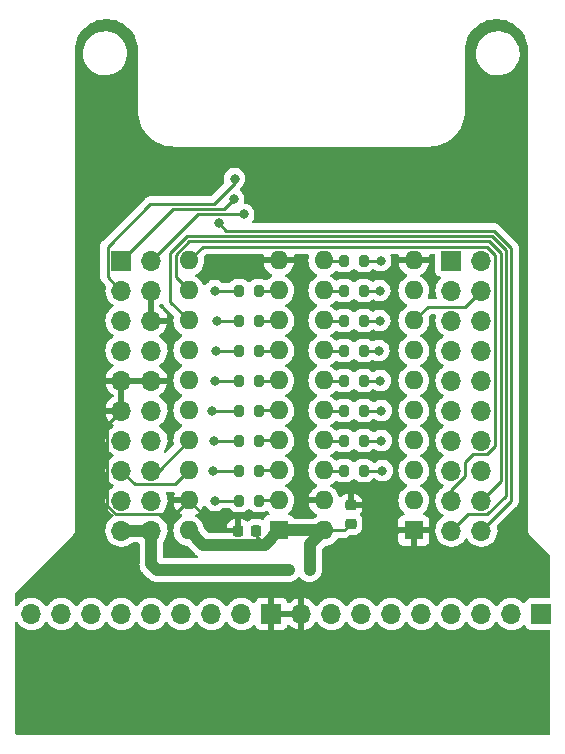
<source format=gbl>
%TF.GenerationSoftware,KiCad,Pcbnew,(6.0.0)*%
%TF.CreationDate,2022-03-13T18:37:57-04:00*%
%TF.ProjectId,buffer PCB,62756666-6572-4205-9043-422e6b696361,rev?*%
%TF.SameCoordinates,Original*%
%TF.FileFunction,Copper,L2,Bot*%
%TF.FilePolarity,Positive*%
%FSLAX46Y46*%
G04 Gerber Fmt 4.6, Leading zero omitted, Abs format (unit mm)*
G04 Created by KiCad (PCBNEW (6.0.0)) date 2022-03-13 18:37:57*
%MOMM*%
%LPD*%
G01*
G04 APERTURE LIST*
G04 Aperture macros list*
%AMRoundRect*
0 Rectangle with rounded corners*
0 $1 Rounding radius*
0 $2 $3 $4 $5 $6 $7 $8 $9 X,Y pos of 4 corners*
0 Add a 4 corners polygon primitive as box body*
4,1,4,$2,$3,$4,$5,$6,$7,$8,$9,$2,$3,0*
0 Add four circle primitives for the rounded corners*
1,1,$1+$1,$2,$3*
1,1,$1+$1,$4,$5*
1,1,$1+$1,$6,$7*
1,1,$1+$1,$8,$9*
0 Add four rect primitives between the rounded corners*
20,1,$1+$1,$2,$3,$4,$5,0*
20,1,$1+$1,$4,$5,$6,$7,0*
20,1,$1+$1,$6,$7,$8,$9,0*
20,1,$1+$1,$8,$9,$2,$3,0*%
G04 Aperture macros list end*
%TA.AperFunction,ComponentPad*%
%ADD10R,1.700000X1.700000*%
%TD*%
%TA.AperFunction,ComponentPad*%
%ADD11O,1.700000X1.700000*%
%TD*%
%TA.AperFunction,ComponentPad*%
%ADD12R,1.600000X1.600000*%
%TD*%
%TA.AperFunction,ComponentPad*%
%ADD13O,1.600000X1.600000*%
%TD*%
%TA.AperFunction,SMDPad,CuDef*%
%ADD14RoundRect,0.200000X-0.200000X-0.275000X0.200000X-0.275000X0.200000X0.275000X-0.200000X0.275000X0*%
%TD*%
%TA.AperFunction,SMDPad,CuDef*%
%ADD15RoundRect,0.200000X0.200000X0.275000X-0.200000X0.275000X-0.200000X-0.275000X0.200000X-0.275000X0*%
%TD*%
%TA.AperFunction,SMDPad,CuDef*%
%ADD16RoundRect,0.225000X0.225000X0.250000X-0.225000X0.250000X-0.225000X-0.250000X0.225000X-0.250000X0*%
%TD*%
%TA.AperFunction,SMDPad,CuDef*%
%ADD17RoundRect,0.225000X0.250000X-0.225000X0.250000X0.225000X-0.250000X0.225000X-0.250000X-0.225000X0*%
%TD*%
%TA.AperFunction,ViaPad*%
%ADD18C,0.800000*%
%TD*%
%TA.AperFunction,Conductor*%
%ADD19C,1.000000*%
%TD*%
%TA.AperFunction,Conductor*%
%ADD20C,0.250000*%
%TD*%
G04 APERTURE END LIST*
D10*
%TO.P,J3,1,Pin_1*%
%TO.N,GND*%
X116830000Y-118815000D03*
D11*
%TO.P,J3,2,Pin_2*%
%TO.N,Net-(R16-Pad2)*%
X114290000Y-118815000D03*
%TO.P,J3,3,Pin_3*%
%TO.N,Net-(R15-Pad2)*%
X111750000Y-118815000D03*
%TO.P,J3,4,Pin_4*%
%TO.N,Net-(R14-Pad2)*%
X109210000Y-118815000D03*
%TO.P,J3,5,Pin_5*%
%TO.N,Net-(R13-Pad2)*%
X106670000Y-118815000D03*
%TO.P,J3,6,Pin_6*%
%TO.N,Net-(R12-Pad2)*%
X104130000Y-118815000D03*
%TO.P,J3,7,Pin_7*%
%TO.N,Net-(R11-Pad2)*%
X101590000Y-118815000D03*
%TO.P,J3,8,Pin_8*%
%TO.N,Net-(R10-Pad2)*%
X99050000Y-118815000D03*
%TO.P,J3,9,Pin_9*%
%TO.N,Net-(R9-Pad2)*%
X96510000Y-118815000D03*
%TD*%
D10*
%TO.P,J2,1,Pin_1*%
%TO.N,Net-(J2-Pad1)*%
X139690000Y-118815000D03*
D11*
%TO.P,J2,2,Pin_2*%
%TO.N,Net-(J2-Pad2)*%
X137150000Y-118815000D03*
%TO.P,J2,3,Pin_3*%
%TO.N,Net-(J2-Pad3)*%
X134610000Y-118815000D03*
%TO.P,J2,4,Pin_4*%
%TO.N,Net-(J2-Pad4)*%
X132070000Y-118815000D03*
%TO.P,J2,5,Pin_5*%
%TO.N,Net-(J2-Pad5)*%
X129530000Y-118815000D03*
%TO.P,J2,6,Pin_6*%
%TO.N,Net-(J2-Pad6)*%
X126990000Y-118815000D03*
%TO.P,J2,7,Pin_7*%
%TO.N,Net-(J2-Pad7)*%
X124450000Y-118815000D03*
%TO.P,J2,8,Pin_8*%
%TO.N,Net-(J2-Pad8)*%
X121910000Y-118815000D03*
%TO.P,J2,9,Pin_9*%
%TO.N,GND*%
X119370000Y-118815000D03*
%TD*%
D12*
%TO.P,U1,1,A->B*%
%TO.N,GND*%
X128895000Y-111755000D03*
D13*
%TO.P,U1,2,A0*%
%TO.N,/PD7*%
X128895000Y-109215000D03*
%TO.P,U1,3,A1*%
%TO.N,/PD6*%
X128895000Y-106675000D03*
%TO.P,U1,4,A2*%
%TO.N,/PD5*%
X128895000Y-104135000D03*
%TO.P,U1,5,A3*%
%TO.N,/PD4*%
X128895000Y-101595000D03*
%TO.P,U1,6,A4*%
%TO.N,/PD3*%
X128895000Y-99055000D03*
%TO.P,U1,7,A5*%
%TO.N,/PD2*%
X128895000Y-96515000D03*
%TO.P,U1,8,A6*%
%TO.N,/PD1*%
X128895000Y-93975000D03*
%TO.P,U1,9,A7*%
%TO.N,/PD0*%
X128895000Y-91435000D03*
%TO.P,U1,10,GND*%
%TO.N,GND*%
X128895000Y-88895000D03*
%TO.P,U1,11,B7*%
%TO.N,Net-(R8-Pad1)*%
X121275000Y-88895000D03*
%TO.P,U1,12,B6*%
%TO.N,Net-(R7-Pad1)*%
X121275000Y-91435000D03*
%TO.P,U1,13,B5*%
%TO.N,Net-(R6-Pad1)*%
X121275000Y-93975000D03*
%TO.P,U1,14,B4*%
%TO.N,Net-(R5-Pad1)*%
X121275000Y-96515000D03*
%TO.P,U1,15,B3*%
%TO.N,Net-(R4-Pad1)*%
X121275000Y-99055000D03*
%TO.P,U1,16,B2*%
%TO.N,Net-(R3-Pad1)*%
X121275000Y-101595000D03*
%TO.P,U1,17,B1*%
%TO.N,Net-(R2-Pad1)*%
X121275000Y-104135000D03*
%TO.P,U1,18,B0*%
%TO.N,Net-(R1-Pad1)*%
X121275000Y-106675000D03*
%TO.P,U1,19,CE*%
%TO.N,GND*%
X121275000Y-109215000D03*
%TO.P,U1,20,VCC*%
%TO.N,+3V3*%
X121275000Y-111755000D03*
%TD*%
D10*
%TO.P,J1,1,Pin_1*%
%TO.N,/PD5*%
X104140000Y-88900000D03*
D11*
%TO.P,J1,2,Pin_2*%
%TO.N,/PD6*%
X106680000Y-88900000D03*
%TO.P,J1,3,Pin_3*%
%TO.N,/PD7*%
X104140000Y-91440000D03*
%TO.P,J1,4,Pin_4*%
%TO.N,GND*%
X106680000Y-91440000D03*
%TO.P,J1,5,Pin_5*%
%TO.N,/CLK*%
X104140000Y-93980000D03*
%TO.P,J1,6,Pin_6*%
%TO.N,GND*%
X106680000Y-93980000D03*
%TO.P,J1,7,Pin_7*%
%TO.N,/RDY0*%
X104140000Y-96520000D03*
%TO.P,J1,8,Pin_8*%
%TO.N,/RDY1*%
X106680000Y-96520000D03*
%TO.P,J1,9,Pin_9*%
%TO.N,GND*%
X104140000Y-99060000D03*
%TO.P,J1,10,Pin_10*%
X106680000Y-99060000D03*
%TO.P,J1,11,Pin_11*%
X104140000Y-101600000D03*
%TO.P,J1,12,Pin_12*%
%TO.N,/FCLK*%
X106680000Y-101600000D03*
%TO.P,J1,13,Pin_13*%
%TO.N,/SCL*%
X104140000Y-104140000D03*
%TO.P,J1,14,Pin_14*%
%TO.N,/SDA*%
X106680000Y-104140000D03*
%TO.P,J1,15,Pin_15*%
%TO.N,/PB0*%
X104140000Y-106680000D03*
%TO.P,J1,16,Pin_16*%
%TO.N,/PB1*%
X106680000Y-106680000D03*
%TO.P,J1,17,Pin_17*%
%TO.N,/PB2*%
X104140000Y-109220000D03*
%TO.P,J1,18,Pin_18*%
%TO.N,/PB3*%
X106680000Y-109220000D03*
%TO.P,J1,19,Pin_19*%
%TO.N,+3V3*%
X104140000Y-111760000D03*
%TO.P,J1,20,Pin_20*%
X106680000Y-111760000D03*
%TD*%
D10*
%TO.P,J4,1,Pin_1*%
%TO.N,/PD4*%
X132080000Y-88900000D03*
D11*
%TO.P,J4,2,Pin_2*%
%TO.N,/PD3*%
X134620000Y-88900000D03*
%TO.P,J4,3,Pin_3*%
%TO.N,/PD2*%
X132080000Y-91440000D03*
%TO.P,J4,4,Pin_4*%
%TO.N,/PD1*%
X134620000Y-91440000D03*
%TO.P,J4,5,Pin_5*%
%TO.N,/PD0*%
X132080000Y-93980000D03*
%TO.P,J4,6,Pin_6*%
%TO.N,/PA7*%
X134620000Y-93980000D03*
%TO.P,J4,7,Pin_7*%
%TO.N,/PA6*%
X132080000Y-96520000D03*
%TO.P,J4,8,Pin_8*%
%TO.N,/PA5*%
X134620000Y-96520000D03*
%TO.P,J4,9,Pin_9*%
%TO.N,/PA4*%
X132080000Y-99060000D03*
%TO.P,J4,10,Pin_10*%
%TO.N,/PA3*%
X134620000Y-99060000D03*
%TO.P,J4,11,Pin_11*%
%TO.N,/PA2*%
X132080000Y-101600000D03*
%TO.P,J4,12,Pin_12*%
%TO.N,/PA1*%
X134620000Y-101600000D03*
%TO.P,J4,13,Pin_13*%
%TO.N,/PA0*%
X132080000Y-104140000D03*
%TO.P,J4,14,Pin_14*%
%TO.N,/CTL2*%
X134620000Y-104140000D03*
%TO.P,J4,15,Pin_15*%
%TO.N,/CTL1*%
X132080000Y-106680000D03*
%TO.P,J4,16,Pin_16*%
%TO.N,/CTL0*%
X134620000Y-106680000D03*
%TO.P,J4,17,Pin_17*%
%TO.N,/PB7*%
X132080000Y-109220000D03*
%TO.P,J4,18,Pin_18*%
%TO.N,/PB6*%
X134620000Y-109220000D03*
%TO.P,J4,19,Pin_19*%
%TO.N,/PB5*%
X132080000Y-111760000D03*
%TO.P,J4,20,Pin_20*%
%TO.N,/PB4*%
X134620000Y-111760000D03*
%TD*%
D12*
%TO.P,U2,1,A->B*%
%TO.N,+3V3*%
X117465000Y-111755000D03*
D13*
%TO.P,U2,2,A0*%
%TO.N,Net-(R9-Pad1)*%
X117465000Y-109215000D03*
%TO.P,U2,3,A1*%
%TO.N,Net-(R10-Pad1)*%
X117465000Y-106675000D03*
%TO.P,U2,4,A2*%
%TO.N,Net-(R11-Pad1)*%
X117465000Y-104135000D03*
%TO.P,U2,5,A3*%
%TO.N,Net-(R12-Pad1)*%
X117465000Y-101595000D03*
%TO.P,U2,6,A4*%
%TO.N,Net-(R13-Pad1)*%
X117465000Y-99055000D03*
%TO.P,U2,7,A5*%
%TO.N,Net-(R14-Pad1)*%
X117465000Y-96515000D03*
%TO.P,U2,8,A6*%
%TO.N,Net-(R15-Pad1)*%
X117465000Y-93975000D03*
%TO.P,U2,9,A7*%
%TO.N,Net-(R16-Pad1)*%
X117465000Y-91435000D03*
%TO.P,U2,10,GND*%
%TO.N,GND*%
X117465000Y-88895000D03*
%TO.P,U2,11,B7*%
%TO.N,/PB7*%
X109845000Y-88895000D03*
%TO.P,U2,12,B6*%
%TO.N,/PB6*%
X109845000Y-91435000D03*
%TO.P,U2,13,B5*%
%TO.N,/PB5*%
X109845000Y-93975000D03*
%TO.P,U2,14,B4*%
%TO.N,/PB4*%
X109845000Y-96515000D03*
%TO.P,U2,15,B3*%
%TO.N,/PB3*%
X109845000Y-99055000D03*
%TO.P,U2,16,B2*%
%TO.N,/PB2*%
X109845000Y-101595000D03*
%TO.P,U2,17,B1*%
%TO.N,/PB1*%
X109845000Y-104135000D03*
%TO.P,U2,18,B0*%
%TO.N,/PB0*%
X109845000Y-106675000D03*
%TO.P,U2,19,CE*%
%TO.N,GND*%
X109845000Y-109215000D03*
%TO.P,U2,20,VCC*%
%TO.N,+3V3*%
X109845000Y-111755000D03*
%TD*%
D14*
%TO.P,R7,1*%
%TO.N,Net-(R7-Pad1)*%
X123000000Y-91440000D03*
%TO.P,R7,2*%
%TO.N,Net-(J2-Pad7)*%
X124650000Y-91440000D03*
%TD*%
D15*
%TO.P,R9,1*%
%TO.N,Net-(R9-Pad1)*%
X115760000Y-109220000D03*
%TO.P,R9,2*%
%TO.N,Net-(R9-Pad2)*%
X114110000Y-109220000D03*
%TD*%
%TO.P,R12,1*%
%TO.N,Net-(R12-Pad1)*%
X115760000Y-101600000D03*
%TO.P,R12,2*%
%TO.N,Net-(R12-Pad2)*%
X114110000Y-101600000D03*
%TD*%
D14*
%TO.P,R2,1*%
%TO.N,Net-(R2-Pad1)*%
X123000000Y-104140000D03*
%TO.P,R2,2*%
%TO.N,Net-(J2-Pad2)*%
X124650000Y-104140000D03*
%TD*%
D15*
%TO.P,R13,1*%
%TO.N,Net-(R13-Pad1)*%
X115760000Y-99060000D03*
%TO.P,R13,2*%
%TO.N,Net-(R13-Pad2)*%
X114110000Y-99060000D03*
%TD*%
D14*
%TO.P,R8,1*%
%TO.N,Net-(R8-Pad1)*%
X123000000Y-88900000D03*
%TO.P,R8,2*%
%TO.N,Net-(J2-Pad8)*%
X124650000Y-88900000D03*
%TD*%
D15*
%TO.P,R10,1*%
%TO.N,Net-(R10-Pad1)*%
X115760000Y-106680000D03*
%TO.P,R10,2*%
%TO.N,Net-(R10-Pad2)*%
X114110000Y-106680000D03*
%TD*%
D16*
%TO.P,C1,1*%
%TO.N,+3V3*%
X115557600Y-111785400D03*
%TO.P,C1,2*%
%TO.N,GND*%
X114007600Y-111785400D03*
%TD*%
D14*
%TO.P,R5,1*%
%TO.N,Net-(R5-Pad1)*%
X123000000Y-96520000D03*
%TO.P,R5,2*%
%TO.N,Net-(J2-Pad5)*%
X124650000Y-96520000D03*
%TD*%
D15*
%TO.P,R15,1*%
%TO.N,Net-(R15-Pad1)*%
X115760000Y-93980000D03*
%TO.P,R15,2*%
%TO.N,Net-(R15-Pad2)*%
X114110000Y-93980000D03*
%TD*%
D17*
%TO.P,C2,1*%
%TO.N,+3V3*%
X123545600Y-111163400D03*
%TO.P,C2,2*%
%TO.N,GND*%
X123545600Y-109613400D03*
%TD*%
D14*
%TO.P,R6,1*%
%TO.N,Net-(R6-Pad1)*%
X123000000Y-93980000D03*
%TO.P,R6,2*%
%TO.N,Net-(J2-Pad6)*%
X124650000Y-93980000D03*
%TD*%
D15*
%TO.P,R11,1*%
%TO.N,Net-(R11-Pad1)*%
X115760000Y-104140000D03*
%TO.P,R11,2*%
%TO.N,Net-(R11-Pad2)*%
X114110000Y-104140000D03*
%TD*%
D14*
%TO.P,R1,1*%
%TO.N,Net-(R1-Pad1)*%
X123000000Y-106680000D03*
%TO.P,R1,2*%
%TO.N,Net-(J2-Pad1)*%
X124650000Y-106680000D03*
%TD*%
D15*
%TO.P,R14,1*%
%TO.N,Net-(R14-Pad1)*%
X115760000Y-96520000D03*
%TO.P,R14,2*%
%TO.N,Net-(R14-Pad2)*%
X114110000Y-96520000D03*
%TD*%
%TO.P,R16,1*%
%TO.N,Net-(R16-Pad1)*%
X115760000Y-91440000D03*
%TO.P,R16,2*%
%TO.N,Net-(R16-Pad2)*%
X114110000Y-91440000D03*
%TD*%
D14*
%TO.P,R4,1*%
%TO.N,Net-(R4-Pad1)*%
X123000000Y-99060000D03*
%TO.P,R4,2*%
%TO.N,Net-(J2-Pad4)*%
X124650000Y-99060000D03*
%TD*%
%TO.P,R3,1*%
%TO.N,Net-(R3-Pad1)*%
X123000000Y-101600000D03*
%TO.P,R3,2*%
%TO.N,Net-(J2-Pad3)*%
X124650000Y-101600000D03*
%TD*%
D18*
%TO.N,+3V3*%
X118313200Y-115087400D03*
X120091200Y-115087400D03*
%TO.N,/PD5*%
X113639600Y-83718400D03*
%TO.N,/PD6*%
X114491111Y-85000489D03*
%TO.N,/PD7*%
X113715800Y-81965800D03*
%TO.N,Net-(J2-Pad2)*%
X126136400Y-104140000D03*
%TO.N,Net-(J2-Pad3)*%
X126136400Y-101600000D03*
%TO.N,Net-(J2-Pad4)*%
X126060200Y-99060000D03*
%TO.N,Net-(J2-Pad5)*%
X125933200Y-96520000D03*
%TO.N,Net-(J2-Pad6)*%
X126009400Y-93980000D03*
%TO.N,Net-(J2-Pad7)*%
X126009400Y-91440000D03*
%TO.N,Net-(J2-Pad8)*%
X126085600Y-88900000D03*
%TO.N,/PB4*%
X112395000Y-85725000D03*
%TO.N,Net-(R10-Pad2)*%
X111887000Y-106680000D03*
%TO.N,Net-(R11-Pad2)*%
X111937800Y-104140000D03*
%TO.N,Net-(R12-Pad2)*%
X111836200Y-101600000D03*
%TO.N,Net-(R13-Pad2)*%
X112039400Y-99060000D03*
%TO.N,Net-(J2-Pad1)*%
X126238000Y-106680000D03*
%TO.N,Net-(R16-Pad2)*%
X112039400Y-91440000D03*
%TO.N,Net-(R15-Pad2)*%
X112242600Y-93980000D03*
%TO.N,Net-(R14-Pad2)*%
X112166400Y-96520000D03*
%TO.N,Net-(R9-Pad2)*%
X112064800Y-109220000D03*
%TD*%
D19*
%TO.N,+3V3*%
X120091200Y-115087400D02*
X120091200Y-112938800D01*
X107162600Y-115087400D02*
X118313200Y-115087400D01*
D20*
X115557600Y-112257440D02*
X116260080Y-112959920D01*
D19*
X106680000Y-114604800D02*
X107162600Y-115087400D01*
X116260080Y-112959920D02*
X117465000Y-111755000D01*
X120091200Y-112938800D02*
X121275000Y-111755000D01*
X109845000Y-111755000D02*
X111049920Y-112959920D01*
X106680000Y-111760000D02*
X106680000Y-114604800D01*
D20*
X115557600Y-111785400D02*
X115557600Y-112257440D01*
D19*
X104140000Y-111760000D02*
X106680000Y-111760000D01*
X111049920Y-112959920D02*
X116260080Y-112959920D01*
D20*
X123545600Y-111163400D02*
X122954000Y-111755000D01*
D19*
X121275000Y-111755000D02*
X117465000Y-111755000D01*
D20*
X122954000Y-111755000D02*
X121275000Y-111755000D01*
%TO.N,GND*%
X102946200Y-109687210D02*
X102946200Y-102793800D01*
X109845000Y-109215000D02*
X108665489Y-110394511D01*
X109845000Y-109215000D02*
X112415400Y-111785400D01*
X103653501Y-110394511D02*
X102946200Y-109687210D01*
X108665489Y-110394511D02*
X103653501Y-110394511D01*
X112415400Y-111785400D02*
X114007600Y-111785400D01*
X102946200Y-102793800D02*
X104140000Y-101600000D01*
%TO.N,/PD5*%
X112807031Y-84550969D02*
X113639600Y-83718400D01*
X108489031Y-84550969D02*
X112807031Y-84550969D01*
X104140000Y-88900000D02*
X108489031Y-84550969D01*
%TO.N,/PD6*%
X110579511Y-85000489D02*
X111949889Y-85000489D01*
X111949889Y-85000489D02*
X114491111Y-85000489D01*
X106680000Y-88900000D02*
X110579511Y-85000489D01*
%TO.N,/PD7*%
X106589529Y-84101449D02*
X111529351Y-84101449D01*
X102965489Y-87725489D02*
X106589529Y-84101449D01*
X113715800Y-82372200D02*
X113715800Y-81965800D01*
X102965489Y-90265489D02*
X102965489Y-87725489D01*
X111986551Y-84101449D02*
X113715800Y-82372200D01*
X104140000Y-91440000D02*
X102965489Y-90265489D01*
X111529351Y-84101449D02*
X111986551Y-84101449D01*
%TO.N,/PB0*%
X108665489Y-107854511D02*
X105314511Y-107854511D01*
X109845000Y-106675000D02*
X108665489Y-107854511D01*
X105314511Y-107854511D02*
X104140000Y-106680000D01*
%TO.N,/PB1*%
X107300000Y-106680000D02*
X106680000Y-106680000D01*
X109845000Y-104135000D02*
X107300000Y-106680000D01*
%TO.N,Net-(J2-Pad2)*%
X124650000Y-104140000D02*
X126136400Y-104140000D01*
%TO.N,Net-(J2-Pad3)*%
X124650000Y-101600000D02*
X126136400Y-101600000D01*
%TO.N,Net-(J2-Pad4)*%
X124650000Y-99060000D02*
X126060200Y-99060000D01*
%TO.N,Net-(J2-Pad5)*%
X124650000Y-96520000D02*
X125933200Y-96520000D01*
%TO.N,Net-(J2-Pad6)*%
X124650000Y-93980000D02*
X126009400Y-93980000D01*
%TO.N,Net-(J2-Pad7)*%
X124650000Y-91440000D02*
X126009400Y-91440000D01*
%TO.N,Net-(J2-Pad8)*%
X124650000Y-88900000D02*
X126085600Y-88900000D01*
%TO.N,/PD1*%
X130064511Y-92805489D02*
X128895000Y-93975000D01*
X134620000Y-91440000D02*
X133254511Y-92805489D01*
X133254511Y-92805489D02*
X130064511Y-92805489D01*
%TO.N,/PB7*%
X135794511Y-104626499D02*
X135794511Y-88413501D01*
X132080000Y-109220000D02*
X132080000Y-108341010D01*
X133254511Y-107166499D02*
X133254511Y-105949511D01*
X133889511Y-105314511D02*
X135106499Y-105314511D01*
X135106499Y-105314511D02*
X135794511Y-104626499D01*
X111014511Y-87725489D02*
X109845000Y-88895000D01*
X133254511Y-105949511D02*
X133889511Y-105314511D01*
X132080000Y-108341010D02*
X133254511Y-107166499D01*
X135106499Y-87725489D02*
X111014511Y-87725489D01*
X135794511Y-88413501D02*
X135106499Y-87725489D01*
%TO.N,/PB6*%
X136244031Y-88227304D02*
X135292696Y-87275969D01*
X136244031Y-107595969D02*
X136244031Y-88227304D01*
X108720489Y-90310489D02*
X109845000Y-91435000D01*
X135292696Y-87275969D02*
X109873731Y-87275969D01*
X108720489Y-88429211D02*
X108720489Y-90310489D01*
X109873731Y-87275969D02*
X108720489Y-88429211D01*
X134620000Y-109220000D02*
X136244031Y-107595969D01*
%TO.N,/PB5*%
X109687534Y-86826449D02*
X108270969Y-88243014D01*
X108270969Y-92400969D02*
X109845000Y-93975000D01*
X136693551Y-108807459D02*
X136693551Y-88041107D01*
X135106499Y-110394511D02*
X136693551Y-108807459D01*
X108270969Y-88243014D02*
X108270969Y-92400969D01*
X136693551Y-88041107D02*
X135478893Y-86826449D01*
X133445489Y-110394511D02*
X135106499Y-110394511D01*
X135478893Y-86826449D02*
X109687534Y-86826449D01*
X132080000Y-111760000D02*
X133445489Y-110394511D01*
%TO.N,/PB4*%
X135648162Y-86360000D02*
X113030000Y-86360000D01*
X113030000Y-86360000D02*
X112395000Y-85725000D01*
X137143071Y-109236929D02*
X137143071Y-87854909D01*
X134620000Y-111760000D02*
X137143071Y-109236929D01*
X137143071Y-87854909D02*
X135648162Y-86360000D01*
%TO.N,Net-(R1-Pad1)*%
X121280000Y-106680000D02*
X121275000Y-106675000D01*
X123000000Y-106680000D02*
X121280000Y-106680000D01*
%TO.N,Net-(R2-Pad1)*%
X123000000Y-104140000D02*
X121280000Y-104140000D01*
X121280000Y-104140000D02*
X121275000Y-104135000D01*
%TO.N,Net-(R3-Pad1)*%
X123000000Y-101600000D02*
X121280000Y-101600000D01*
X121280000Y-101600000D02*
X121275000Y-101595000D01*
%TO.N,Net-(R4-Pad1)*%
X123000000Y-99060000D02*
X121280000Y-99060000D01*
X121280000Y-99060000D02*
X121275000Y-99055000D01*
%TO.N,Net-(R5-Pad1)*%
X123000000Y-96520000D02*
X121280000Y-96520000D01*
X121280000Y-96520000D02*
X121275000Y-96515000D01*
%TO.N,Net-(R6-Pad1)*%
X121280000Y-93980000D02*
X121275000Y-93975000D01*
X123000000Y-93980000D02*
X121280000Y-93980000D01*
%TO.N,Net-(R7-Pad1)*%
X121280000Y-91440000D02*
X121275000Y-91435000D01*
X123000000Y-91440000D02*
X121280000Y-91440000D01*
%TO.N,Net-(R8-Pad1)*%
X121280000Y-88900000D02*
X121275000Y-88895000D01*
X123000000Y-88900000D02*
X121280000Y-88900000D01*
%TO.N,Net-(R9-Pad1)*%
X115765000Y-109215000D02*
X115760000Y-109220000D01*
X117465000Y-109215000D02*
X115765000Y-109215000D01*
%TO.N,Net-(R10-Pad1)*%
X115765000Y-106675000D02*
X115760000Y-106680000D01*
X117465000Y-106675000D02*
X115765000Y-106675000D01*
%TO.N,Net-(R11-Pad1)*%
X117465000Y-104135000D02*
X115765000Y-104135000D01*
X115765000Y-104135000D02*
X115760000Y-104140000D01*
%TO.N,Net-(R12-Pad1)*%
X115765000Y-101595000D02*
X115760000Y-101600000D01*
X117465000Y-101595000D02*
X115765000Y-101595000D01*
%TO.N,Net-(R13-Pad1)*%
X115760000Y-99060000D02*
X117460000Y-99060000D01*
X117460000Y-99060000D02*
X117465000Y-99055000D01*
%TO.N,Net-(R14-Pad1)*%
X117460000Y-96520000D02*
X117465000Y-96515000D01*
X115760000Y-96520000D02*
X117460000Y-96520000D01*
%TO.N,Net-(R15-Pad1)*%
X115760000Y-93980000D02*
X117460000Y-93980000D01*
X117460000Y-93980000D02*
X117465000Y-93975000D01*
%TO.N,Net-(R16-Pad1)*%
X115760000Y-91440000D02*
X117460000Y-91440000D01*
X117460000Y-91440000D02*
X117465000Y-91435000D01*
%TO.N,Net-(R10-Pad2)*%
X114110000Y-106680000D02*
X111887000Y-106680000D01*
%TO.N,Net-(R11-Pad2)*%
X114110000Y-104140000D02*
X111937800Y-104140000D01*
%TO.N,Net-(R12-Pad2)*%
X114110000Y-101600000D02*
X111836200Y-101600000D01*
%TO.N,Net-(R13-Pad2)*%
X114110000Y-99060000D02*
X112039400Y-99060000D01*
%TO.N,Net-(J2-Pad1)*%
X124650000Y-106680000D02*
X126238000Y-106680000D01*
%TO.N,Net-(R16-Pad2)*%
X114110000Y-91440000D02*
X112039400Y-91440000D01*
%TO.N,Net-(R15-Pad2)*%
X114110000Y-93980000D02*
X112242600Y-93980000D01*
%TO.N,Net-(R14-Pad2)*%
X114110000Y-96520000D02*
X112166400Y-96520000D01*
%TO.N,Net-(R9-Pad2)*%
X114110000Y-109220000D02*
X112064800Y-109220000D01*
%TD*%
%TA.AperFunction,Conductor*%
%TO.N,GND*%
G36*
X103032361Y-68458364D02*
G01*
X103325828Y-68492666D01*
X103340258Y-68495210D01*
X103627768Y-68563351D01*
X103641805Y-68567554D01*
X103919446Y-68668607D01*
X103932900Y-68674410D01*
X104196942Y-68807017D01*
X104209631Y-68814343D01*
X104456492Y-68976705D01*
X104468245Y-68985456D01*
X104694583Y-69175377D01*
X104705241Y-69185431D01*
X104908004Y-69400346D01*
X104917422Y-69411570D01*
X105093872Y-69648585D01*
X105101913Y-69660811D01*
X105104748Y-69665721D01*
X105249649Y-69916698D01*
X105256224Y-69929791D01*
X105328545Y-70097447D01*
X105373252Y-70201090D01*
X105378264Y-70214859D01*
X105463006Y-70497917D01*
X105466385Y-70512174D01*
X105517693Y-70803153D01*
X105519394Y-70817707D01*
X105534540Y-71077776D01*
X105533254Y-71104480D01*
X105531814Y-71113730D01*
X105532978Y-71122632D01*
X105532978Y-71122635D01*
X105535936Y-71145251D01*
X105537000Y-71161589D01*
X105537000Y-76146793D01*
X105535254Y-76167697D01*
X105531929Y-76187461D01*
X105531776Y-76200000D01*
X105532465Y-76204808D01*
X105532465Y-76204813D01*
X105532614Y-76205851D01*
X105533715Y-76217122D01*
X105549537Y-76519040D01*
X105599515Y-76834585D01*
X105682202Y-77143176D01*
X105796692Y-77441435D01*
X105798190Y-77444375D01*
X105896257Y-77636841D01*
X105941732Y-77726091D01*
X106115732Y-77994028D01*
X106316786Y-78242309D01*
X106542691Y-78468214D01*
X106790972Y-78669268D01*
X107058909Y-78843268D01*
X107061843Y-78844763D01*
X107061850Y-78844767D01*
X107340625Y-78986810D01*
X107343565Y-78988308D01*
X107641824Y-79102798D01*
X107950415Y-79185485D01*
X108117934Y-79212018D01*
X108262712Y-79234949D01*
X108262720Y-79234950D01*
X108265960Y-79235463D01*
X108406926Y-79242851D01*
X108551921Y-79250450D01*
X108566221Y-79252022D01*
X108567656Y-79252263D01*
X108567660Y-79252263D01*
X108572461Y-79253071D01*
X108578816Y-79253149D01*
X108580141Y-79253165D01*
X108580145Y-79253165D01*
X108585000Y-79253224D01*
X108612588Y-79249273D01*
X108630451Y-79248000D01*
X130121793Y-79248000D01*
X130142697Y-79249746D01*
X130162461Y-79253071D01*
X130168819Y-79253149D01*
X130170142Y-79253165D01*
X130170146Y-79253165D01*
X130175000Y-79253224D01*
X130179808Y-79252535D01*
X130179813Y-79252535D01*
X130180851Y-79252386D01*
X130192122Y-79251285D01*
X130494040Y-79235463D01*
X130497280Y-79234950D01*
X130497288Y-79234949D01*
X130642066Y-79212018D01*
X130809585Y-79185485D01*
X131118176Y-79102798D01*
X131416435Y-78988308D01*
X131419375Y-78986810D01*
X131698150Y-78844767D01*
X131698157Y-78844763D01*
X131701091Y-78843268D01*
X131969028Y-78669268D01*
X132217309Y-78468214D01*
X132443214Y-78242309D01*
X132644268Y-77994028D01*
X132818268Y-77726091D01*
X132863744Y-77636841D01*
X132961810Y-77444375D01*
X132963308Y-77441435D01*
X133077798Y-77143176D01*
X133160485Y-76834585D01*
X133210463Y-76519040D01*
X133225450Y-76233079D01*
X133227022Y-76218779D01*
X133227263Y-76217344D01*
X133227263Y-76217340D01*
X133228071Y-76212539D01*
X133228224Y-76200000D01*
X133224273Y-76172412D01*
X133223000Y-76154549D01*
X133223000Y-71402277D01*
X134137009Y-71402277D01*
X134162625Y-71670769D01*
X134163710Y-71675203D01*
X134163711Y-71675209D01*
X134225645Y-71928312D01*
X134226731Y-71932750D01*
X134327985Y-72182733D01*
X134464265Y-72415482D01*
X134467118Y-72419049D01*
X134584686Y-72566060D01*
X134632716Y-72626119D01*
X134829809Y-72810234D01*
X135051416Y-72963968D01*
X135055499Y-72965999D01*
X135055502Y-72966001D01*
X135171013Y-73023466D01*
X135292894Y-73084101D01*
X135297228Y-73085522D01*
X135297231Y-73085523D01*
X135544853Y-73166698D01*
X135544859Y-73166699D01*
X135549186Y-73168118D01*
X135553677Y-73168898D01*
X135553678Y-73168898D01*
X135811140Y-73213601D01*
X135811148Y-73213602D01*
X135814921Y-73214257D01*
X135818758Y-73214448D01*
X135898578Y-73218422D01*
X135898586Y-73218422D01*
X135900149Y-73218500D01*
X136068512Y-73218500D01*
X136070780Y-73218335D01*
X136070792Y-73218335D01*
X136201884Y-73208823D01*
X136269004Y-73203953D01*
X136273459Y-73202969D01*
X136273462Y-73202969D01*
X136527912Y-73146791D01*
X136527916Y-73146790D01*
X136532372Y-73145806D01*
X136658480Y-73098028D01*
X136780318Y-73051868D01*
X136780321Y-73051867D01*
X136784588Y-73050250D01*
X137020368Y-72919286D01*
X137234773Y-72755657D01*
X137423312Y-72562792D01*
X137582034Y-72344730D01*
X137665190Y-72186676D01*
X137705490Y-72110079D01*
X137705493Y-72110073D01*
X137707615Y-72106039D01*
X137770378Y-71928312D01*
X137795902Y-71856033D01*
X137795902Y-71856032D01*
X137797425Y-71851720D01*
X137849581Y-71587100D01*
X137858782Y-71402277D01*
X137862764Y-71322292D01*
X137862764Y-71322286D01*
X137862991Y-71317723D01*
X137837375Y-71049231D01*
X137792042Y-70863967D01*
X137774355Y-70791688D01*
X137773269Y-70787250D01*
X137672015Y-70537267D01*
X137535735Y-70304518D01*
X137417928Y-70157208D01*
X137370136Y-70097447D01*
X137370135Y-70097445D01*
X137367284Y-70093881D01*
X137170191Y-69909766D01*
X136948584Y-69756032D01*
X136944501Y-69754001D01*
X136944498Y-69753999D01*
X136779606Y-69671967D01*
X136707106Y-69635899D01*
X136702772Y-69634478D01*
X136702769Y-69634477D01*
X136455147Y-69553302D01*
X136455141Y-69553301D01*
X136450814Y-69551882D01*
X136446322Y-69551102D01*
X136188860Y-69506399D01*
X136188852Y-69506398D01*
X136185079Y-69505743D01*
X136173817Y-69505182D01*
X136101422Y-69501578D01*
X136101414Y-69501578D01*
X136099851Y-69501500D01*
X135931488Y-69501500D01*
X135929220Y-69501665D01*
X135929208Y-69501665D01*
X135798116Y-69511177D01*
X135730996Y-69516047D01*
X135726541Y-69517031D01*
X135726538Y-69517031D01*
X135472088Y-69573209D01*
X135472084Y-69573210D01*
X135467628Y-69574194D01*
X135341520Y-69621972D01*
X135219682Y-69668132D01*
X135219679Y-69668133D01*
X135215412Y-69669750D01*
X134979632Y-69800714D01*
X134976000Y-69803486D01*
X134810500Y-69929792D01*
X134765227Y-69964343D01*
X134576688Y-70157208D01*
X134417966Y-70375270D01*
X134415844Y-70379304D01*
X134294510Y-70609921D01*
X134294507Y-70609927D01*
X134292385Y-70613961D01*
X134290865Y-70618266D01*
X134290863Y-70618270D01*
X134223022Y-70810380D01*
X134202575Y-70868280D01*
X134201692Y-70872762D01*
X134152004Y-71124859D01*
X134150419Y-71132900D01*
X134150192Y-71137453D01*
X134150192Y-71137456D01*
X134140991Y-71322292D01*
X134137009Y-71402277D01*
X133223000Y-71402277D01*
X133223000Y-71173207D01*
X133224746Y-71152303D01*
X133227264Y-71137335D01*
X133228071Y-71132539D01*
X133228224Y-71120000D01*
X133226306Y-71106608D01*
X133225247Y-71081423D01*
X133240606Y-70817708D01*
X133242307Y-70803154D01*
X133293615Y-70512174D01*
X133296994Y-70497917D01*
X133381736Y-70214859D01*
X133386748Y-70201090D01*
X133431456Y-70097447D01*
X133503776Y-69929791D01*
X133510351Y-69916698D01*
X133655252Y-69665721D01*
X133658087Y-69660811D01*
X133666128Y-69648585D01*
X133842578Y-69411570D01*
X133851996Y-69400346D01*
X134054759Y-69185431D01*
X134065417Y-69175377D01*
X134291755Y-68985456D01*
X134303508Y-68976705D01*
X134550369Y-68814343D01*
X134563058Y-68807017D01*
X134827100Y-68674410D01*
X134840554Y-68668607D01*
X135118195Y-68567554D01*
X135132232Y-68563351D01*
X135419742Y-68495210D01*
X135434172Y-68492666D01*
X135727639Y-68458364D01*
X135742267Y-68457512D01*
X136037733Y-68457512D01*
X136052361Y-68458364D01*
X136345828Y-68492666D01*
X136360258Y-68495210D01*
X136647768Y-68563351D01*
X136661805Y-68567554D01*
X136939446Y-68668607D01*
X136952900Y-68674410D01*
X137216942Y-68807017D01*
X137229631Y-68814343D01*
X137476492Y-68976705D01*
X137488245Y-68985456D01*
X137714583Y-69175377D01*
X137725241Y-69185431D01*
X137928004Y-69400346D01*
X137937422Y-69411570D01*
X138113872Y-69648585D01*
X138121913Y-69660811D01*
X138124748Y-69665721D01*
X138269649Y-69916698D01*
X138276224Y-69929791D01*
X138348545Y-70097447D01*
X138393252Y-70201090D01*
X138398264Y-70214859D01*
X138483006Y-70497917D01*
X138486385Y-70512174D01*
X138537693Y-70803153D01*
X138539394Y-70817707D01*
X138554540Y-71077776D01*
X138553254Y-71104480D01*
X138551814Y-71113730D01*
X138552978Y-71122632D01*
X138552978Y-71122635D01*
X138555936Y-71145251D01*
X138557000Y-71161589D01*
X138557000Y-111688980D01*
X138555646Y-111701096D01*
X138556130Y-111701135D01*
X138555410Y-111710086D01*
X138553429Y-111718840D01*
X138556012Y-111760475D01*
X138556758Y-111772501D01*
X138557000Y-111780303D01*
X138557000Y-111796477D01*
X138557636Y-111800918D01*
X138557636Y-111800919D01*
X138558480Y-111806813D01*
X138559510Y-111816872D01*
X138562439Y-111864075D01*
X138565485Y-111872513D01*
X138566088Y-111875424D01*
X138570294Y-111892292D01*
X138571132Y-111895159D01*
X138572405Y-111904045D01*
X138576121Y-111912218D01*
X138591977Y-111947092D01*
X138595791Y-111956461D01*
X138608801Y-111992501D01*
X138608803Y-111992505D01*
X138611850Y-112000945D01*
X138617146Y-112008194D01*
X138618547Y-112010829D01*
X138627303Y-112025814D01*
X138628918Y-112028339D01*
X138632633Y-112036510D01*
X138638491Y-112043309D01*
X138638492Y-112043310D01*
X138663502Y-112072335D01*
X138669791Y-112080256D01*
X138670346Y-112081015D01*
X138677805Y-112091225D01*
X138688757Y-112102177D01*
X138695115Y-112109025D01*
X138721756Y-112139944D01*
X138721761Y-112139948D01*
X138727619Y-112146747D01*
X138735153Y-112151630D01*
X138741428Y-112157104D01*
X138753248Y-112166668D01*
X140425095Y-113838515D01*
X140459121Y-113900827D01*
X140462000Y-113927610D01*
X140462000Y-117330500D01*
X140441998Y-117398621D01*
X140388342Y-117445114D01*
X140336000Y-117456500D01*
X138791866Y-117456500D01*
X138729684Y-117463255D01*
X138593295Y-117514385D01*
X138476739Y-117601739D01*
X138389385Y-117718295D01*
X138386233Y-117726703D01*
X138344919Y-117836907D01*
X138302277Y-117893671D01*
X138235716Y-117918371D01*
X138166367Y-117903163D01*
X138133743Y-117877476D01*
X138083151Y-117821875D01*
X138083142Y-117821866D01*
X138079670Y-117818051D01*
X138075619Y-117814852D01*
X138075615Y-117814848D01*
X137908414Y-117682800D01*
X137908410Y-117682798D01*
X137904359Y-117679598D01*
X137868028Y-117659542D01*
X137776970Y-117609276D01*
X137708789Y-117571638D01*
X137703920Y-117569914D01*
X137703916Y-117569912D01*
X137503087Y-117498795D01*
X137503083Y-117498794D01*
X137498212Y-117497069D01*
X137493119Y-117496162D01*
X137493116Y-117496161D01*
X137283373Y-117458800D01*
X137283367Y-117458799D01*
X137278284Y-117457894D01*
X137204452Y-117456992D01*
X137060081Y-117455228D01*
X137060079Y-117455228D01*
X137054911Y-117455165D01*
X136834091Y-117488955D01*
X136621756Y-117558357D01*
X136423607Y-117661507D01*
X136419474Y-117664610D01*
X136419471Y-117664612D01*
X136336450Y-117726946D01*
X136244965Y-117795635D01*
X136219541Y-117822240D01*
X136151280Y-117893671D01*
X136090629Y-117957138D01*
X135983201Y-118114621D01*
X135928293Y-118159621D01*
X135857768Y-118167792D01*
X135794021Y-118136538D01*
X135773324Y-118112054D01*
X135692822Y-117987617D01*
X135692820Y-117987614D01*
X135690014Y-117983277D01*
X135539670Y-117818051D01*
X135535619Y-117814852D01*
X135535615Y-117814848D01*
X135368414Y-117682800D01*
X135368410Y-117682798D01*
X135364359Y-117679598D01*
X135328028Y-117659542D01*
X135236970Y-117609276D01*
X135168789Y-117571638D01*
X135163920Y-117569914D01*
X135163916Y-117569912D01*
X134963087Y-117498795D01*
X134963083Y-117498794D01*
X134958212Y-117497069D01*
X134953119Y-117496162D01*
X134953116Y-117496161D01*
X134743373Y-117458800D01*
X134743367Y-117458799D01*
X134738284Y-117457894D01*
X134664452Y-117456992D01*
X134520081Y-117455228D01*
X134520079Y-117455228D01*
X134514911Y-117455165D01*
X134294091Y-117488955D01*
X134081756Y-117558357D01*
X133883607Y-117661507D01*
X133879474Y-117664610D01*
X133879471Y-117664612D01*
X133796450Y-117726946D01*
X133704965Y-117795635D01*
X133679541Y-117822240D01*
X133611280Y-117893671D01*
X133550629Y-117957138D01*
X133443201Y-118114621D01*
X133388293Y-118159621D01*
X133317768Y-118167792D01*
X133254021Y-118136538D01*
X133233324Y-118112054D01*
X133152822Y-117987617D01*
X133152820Y-117987614D01*
X133150014Y-117983277D01*
X132999670Y-117818051D01*
X132995619Y-117814852D01*
X132995615Y-117814848D01*
X132828414Y-117682800D01*
X132828410Y-117682798D01*
X132824359Y-117679598D01*
X132788028Y-117659542D01*
X132696970Y-117609276D01*
X132628789Y-117571638D01*
X132623920Y-117569914D01*
X132623916Y-117569912D01*
X132423087Y-117498795D01*
X132423083Y-117498794D01*
X132418212Y-117497069D01*
X132413119Y-117496162D01*
X132413116Y-117496161D01*
X132203373Y-117458800D01*
X132203367Y-117458799D01*
X132198284Y-117457894D01*
X132124452Y-117456992D01*
X131980081Y-117455228D01*
X131980079Y-117455228D01*
X131974911Y-117455165D01*
X131754091Y-117488955D01*
X131541756Y-117558357D01*
X131343607Y-117661507D01*
X131339474Y-117664610D01*
X131339471Y-117664612D01*
X131256450Y-117726946D01*
X131164965Y-117795635D01*
X131139541Y-117822240D01*
X131071280Y-117893671D01*
X131010629Y-117957138D01*
X130903201Y-118114621D01*
X130848293Y-118159621D01*
X130777768Y-118167792D01*
X130714021Y-118136538D01*
X130693324Y-118112054D01*
X130612822Y-117987617D01*
X130612820Y-117987614D01*
X130610014Y-117983277D01*
X130459670Y-117818051D01*
X130455619Y-117814852D01*
X130455615Y-117814848D01*
X130288414Y-117682800D01*
X130288410Y-117682798D01*
X130284359Y-117679598D01*
X130248028Y-117659542D01*
X130156970Y-117609276D01*
X130088789Y-117571638D01*
X130083920Y-117569914D01*
X130083916Y-117569912D01*
X129883087Y-117498795D01*
X129883083Y-117498794D01*
X129878212Y-117497069D01*
X129873119Y-117496162D01*
X129873116Y-117496161D01*
X129663373Y-117458800D01*
X129663367Y-117458799D01*
X129658284Y-117457894D01*
X129584452Y-117456992D01*
X129440081Y-117455228D01*
X129440079Y-117455228D01*
X129434911Y-117455165D01*
X129214091Y-117488955D01*
X129001756Y-117558357D01*
X128803607Y-117661507D01*
X128799474Y-117664610D01*
X128799471Y-117664612D01*
X128716450Y-117726946D01*
X128624965Y-117795635D01*
X128599541Y-117822240D01*
X128531280Y-117893671D01*
X128470629Y-117957138D01*
X128363201Y-118114621D01*
X128308293Y-118159621D01*
X128237768Y-118167792D01*
X128174021Y-118136538D01*
X128153324Y-118112054D01*
X128072822Y-117987617D01*
X128072820Y-117987614D01*
X128070014Y-117983277D01*
X127919670Y-117818051D01*
X127915619Y-117814852D01*
X127915615Y-117814848D01*
X127748414Y-117682800D01*
X127748410Y-117682798D01*
X127744359Y-117679598D01*
X127708028Y-117659542D01*
X127616970Y-117609276D01*
X127548789Y-117571638D01*
X127543920Y-117569914D01*
X127543916Y-117569912D01*
X127343087Y-117498795D01*
X127343083Y-117498794D01*
X127338212Y-117497069D01*
X127333119Y-117496162D01*
X127333116Y-117496161D01*
X127123373Y-117458800D01*
X127123367Y-117458799D01*
X127118284Y-117457894D01*
X127044452Y-117456992D01*
X126900081Y-117455228D01*
X126900079Y-117455228D01*
X126894911Y-117455165D01*
X126674091Y-117488955D01*
X126461756Y-117558357D01*
X126263607Y-117661507D01*
X126259474Y-117664610D01*
X126259471Y-117664612D01*
X126176450Y-117726946D01*
X126084965Y-117795635D01*
X126059541Y-117822240D01*
X125991280Y-117893671D01*
X125930629Y-117957138D01*
X125823201Y-118114621D01*
X125768293Y-118159621D01*
X125697768Y-118167792D01*
X125634021Y-118136538D01*
X125613324Y-118112054D01*
X125532822Y-117987617D01*
X125532820Y-117987614D01*
X125530014Y-117983277D01*
X125379670Y-117818051D01*
X125375619Y-117814852D01*
X125375615Y-117814848D01*
X125208414Y-117682800D01*
X125208410Y-117682798D01*
X125204359Y-117679598D01*
X125168028Y-117659542D01*
X125076970Y-117609276D01*
X125008789Y-117571638D01*
X125003920Y-117569914D01*
X125003916Y-117569912D01*
X124803087Y-117498795D01*
X124803083Y-117498794D01*
X124798212Y-117497069D01*
X124793119Y-117496162D01*
X124793116Y-117496161D01*
X124583373Y-117458800D01*
X124583367Y-117458799D01*
X124578284Y-117457894D01*
X124504452Y-117456992D01*
X124360081Y-117455228D01*
X124360079Y-117455228D01*
X124354911Y-117455165D01*
X124134091Y-117488955D01*
X123921756Y-117558357D01*
X123723607Y-117661507D01*
X123719474Y-117664610D01*
X123719471Y-117664612D01*
X123636450Y-117726946D01*
X123544965Y-117795635D01*
X123519541Y-117822240D01*
X123451280Y-117893671D01*
X123390629Y-117957138D01*
X123283201Y-118114621D01*
X123228293Y-118159621D01*
X123157768Y-118167792D01*
X123094021Y-118136538D01*
X123073324Y-118112054D01*
X122992822Y-117987617D01*
X122992820Y-117987614D01*
X122990014Y-117983277D01*
X122839670Y-117818051D01*
X122835619Y-117814852D01*
X122835615Y-117814848D01*
X122668414Y-117682800D01*
X122668410Y-117682798D01*
X122664359Y-117679598D01*
X122628028Y-117659542D01*
X122536970Y-117609276D01*
X122468789Y-117571638D01*
X122463920Y-117569914D01*
X122463916Y-117569912D01*
X122263087Y-117498795D01*
X122263083Y-117498794D01*
X122258212Y-117497069D01*
X122253119Y-117496162D01*
X122253116Y-117496161D01*
X122043373Y-117458800D01*
X122043367Y-117458799D01*
X122038284Y-117457894D01*
X121964452Y-117456992D01*
X121820081Y-117455228D01*
X121820079Y-117455228D01*
X121814911Y-117455165D01*
X121594091Y-117488955D01*
X121381756Y-117558357D01*
X121183607Y-117661507D01*
X121179474Y-117664610D01*
X121179471Y-117664612D01*
X121096450Y-117726946D01*
X121004965Y-117795635D01*
X120979541Y-117822240D01*
X120911280Y-117893671D01*
X120850629Y-117957138D01*
X120743204Y-118114618D01*
X120742898Y-118115066D01*
X120687987Y-118160069D01*
X120617462Y-118168240D01*
X120553715Y-118136986D01*
X120533018Y-118112502D01*
X120452426Y-117987926D01*
X120446136Y-117979757D01*
X120302806Y-117822240D01*
X120295273Y-117815215D01*
X120128139Y-117683222D01*
X120119552Y-117677517D01*
X119933117Y-117574599D01*
X119923705Y-117570369D01*
X119722959Y-117499280D01*
X119712988Y-117496646D01*
X119641837Y-117483972D01*
X119628540Y-117485432D01*
X119624000Y-117499989D01*
X119624000Y-120133517D01*
X119628064Y-120147359D01*
X119641478Y-120149393D01*
X119648184Y-120148534D01*
X119658262Y-120146392D01*
X119862255Y-120085191D01*
X119871842Y-120081433D01*
X120063095Y-119987739D01*
X120071945Y-119982464D01*
X120245328Y-119858792D01*
X120253200Y-119852139D01*
X120404052Y-119701812D01*
X120410730Y-119693965D01*
X120538022Y-119516819D01*
X120539279Y-119517722D01*
X120586373Y-119474362D01*
X120656311Y-119462145D01*
X120721751Y-119489678D01*
X120749579Y-119521511D01*
X120809987Y-119620088D01*
X120956250Y-119788938D01*
X121128126Y-119931632D01*
X121321000Y-120044338D01*
X121529692Y-120124030D01*
X121534760Y-120125061D01*
X121534763Y-120125062D01*
X121629862Y-120144410D01*
X121748597Y-120168567D01*
X121753772Y-120168757D01*
X121753774Y-120168757D01*
X121966673Y-120176564D01*
X121966677Y-120176564D01*
X121971837Y-120176753D01*
X121976957Y-120176097D01*
X121976959Y-120176097D01*
X122188288Y-120149025D01*
X122188289Y-120149025D01*
X122193416Y-120148368D01*
X122198366Y-120146883D01*
X122402429Y-120085661D01*
X122402434Y-120085659D01*
X122407384Y-120084174D01*
X122607994Y-119985896D01*
X122789860Y-119856173D01*
X122948096Y-119698489D01*
X123078453Y-119517077D01*
X123079776Y-119518028D01*
X123126645Y-119474857D01*
X123196580Y-119462625D01*
X123262026Y-119490144D01*
X123289875Y-119521994D01*
X123349987Y-119620088D01*
X123496250Y-119788938D01*
X123668126Y-119931632D01*
X123861000Y-120044338D01*
X124069692Y-120124030D01*
X124074760Y-120125061D01*
X124074763Y-120125062D01*
X124169862Y-120144410D01*
X124288597Y-120168567D01*
X124293772Y-120168757D01*
X124293774Y-120168757D01*
X124506673Y-120176564D01*
X124506677Y-120176564D01*
X124511837Y-120176753D01*
X124516957Y-120176097D01*
X124516959Y-120176097D01*
X124728288Y-120149025D01*
X124728289Y-120149025D01*
X124733416Y-120148368D01*
X124738366Y-120146883D01*
X124942429Y-120085661D01*
X124942434Y-120085659D01*
X124947384Y-120084174D01*
X125147994Y-119985896D01*
X125329860Y-119856173D01*
X125488096Y-119698489D01*
X125618453Y-119517077D01*
X125619776Y-119518028D01*
X125666645Y-119474857D01*
X125736580Y-119462625D01*
X125802026Y-119490144D01*
X125829875Y-119521994D01*
X125889987Y-119620088D01*
X126036250Y-119788938D01*
X126208126Y-119931632D01*
X126401000Y-120044338D01*
X126609692Y-120124030D01*
X126614760Y-120125061D01*
X126614763Y-120125062D01*
X126709862Y-120144410D01*
X126828597Y-120168567D01*
X126833772Y-120168757D01*
X126833774Y-120168757D01*
X127046673Y-120176564D01*
X127046677Y-120176564D01*
X127051837Y-120176753D01*
X127056957Y-120176097D01*
X127056959Y-120176097D01*
X127268288Y-120149025D01*
X127268289Y-120149025D01*
X127273416Y-120148368D01*
X127278366Y-120146883D01*
X127482429Y-120085661D01*
X127482434Y-120085659D01*
X127487384Y-120084174D01*
X127687994Y-119985896D01*
X127869860Y-119856173D01*
X128028096Y-119698489D01*
X128158453Y-119517077D01*
X128159776Y-119518028D01*
X128206645Y-119474857D01*
X128276580Y-119462625D01*
X128342026Y-119490144D01*
X128369875Y-119521994D01*
X128429987Y-119620088D01*
X128576250Y-119788938D01*
X128748126Y-119931632D01*
X128941000Y-120044338D01*
X129149692Y-120124030D01*
X129154760Y-120125061D01*
X129154763Y-120125062D01*
X129249862Y-120144410D01*
X129368597Y-120168567D01*
X129373772Y-120168757D01*
X129373774Y-120168757D01*
X129586673Y-120176564D01*
X129586677Y-120176564D01*
X129591837Y-120176753D01*
X129596957Y-120176097D01*
X129596959Y-120176097D01*
X129808288Y-120149025D01*
X129808289Y-120149025D01*
X129813416Y-120148368D01*
X129818366Y-120146883D01*
X130022429Y-120085661D01*
X130022434Y-120085659D01*
X130027384Y-120084174D01*
X130227994Y-119985896D01*
X130409860Y-119856173D01*
X130568096Y-119698489D01*
X130698453Y-119517077D01*
X130699776Y-119518028D01*
X130746645Y-119474857D01*
X130816580Y-119462625D01*
X130882026Y-119490144D01*
X130909875Y-119521994D01*
X130969987Y-119620088D01*
X131116250Y-119788938D01*
X131288126Y-119931632D01*
X131481000Y-120044338D01*
X131689692Y-120124030D01*
X131694760Y-120125061D01*
X131694763Y-120125062D01*
X131789862Y-120144410D01*
X131908597Y-120168567D01*
X131913772Y-120168757D01*
X131913774Y-120168757D01*
X132126673Y-120176564D01*
X132126677Y-120176564D01*
X132131837Y-120176753D01*
X132136957Y-120176097D01*
X132136959Y-120176097D01*
X132348288Y-120149025D01*
X132348289Y-120149025D01*
X132353416Y-120148368D01*
X132358366Y-120146883D01*
X132562429Y-120085661D01*
X132562434Y-120085659D01*
X132567384Y-120084174D01*
X132767994Y-119985896D01*
X132949860Y-119856173D01*
X133108096Y-119698489D01*
X133238453Y-119517077D01*
X133239776Y-119518028D01*
X133286645Y-119474857D01*
X133356580Y-119462625D01*
X133422026Y-119490144D01*
X133449875Y-119521994D01*
X133509987Y-119620088D01*
X133656250Y-119788938D01*
X133828126Y-119931632D01*
X134021000Y-120044338D01*
X134229692Y-120124030D01*
X134234760Y-120125061D01*
X134234763Y-120125062D01*
X134329862Y-120144410D01*
X134448597Y-120168567D01*
X134453772Y-120168757D01*
X134453774Y-120168757D01*
X134666673Y-120176564D01*
X134666677Y-120176564D01*
X134671837Y-120176753D01*
X134676957Y-120176097D01*
X134676959Y-120176097D01*
X134888288Y-120149025D01*
X134888289Y-120149025D01*
X134893416Y-120148368D01*
X134898366Y-120146883D01*
X135102429Y-120085661D01*
X135102434Y-120085659D01*
X135107384Y-120084174D01*
X135307994Y-119985896D01*
X135489860Y-119856173D01*
X135648096Y-119698489D01*
X135778453Y-119517077D01*
X135779776Y-119518028D01*
X135826645Y-119474857D01*
X135896580Y-119462625D01*
X135962026Y-119490144D01*
X135989875Y-119521994D01*
X136049987Y-119620088D01*
X136196250Y-119788938D01*
X136368126Y-119931632D01*
X136561000Y-120044338D01*
X136769692Y-120124030D01*
X136774760Y-120125061D01*
X136774763Y-120125062D01*
X136869862Y-120144410D01*
X136988597Y-120168567D01*
X136993772Y-120168757D01*
X136993774Y-120168757D01*
X137206673Y-120176564D01*
X137206677Y-120176564D01*
X137211837Y-120176753D01*
X137216957Y-120176097D01*
X137216959Y-120176097D01*
X137428288Y-120149025D01*
X137428289Y-120149025D01*
X137433416Y-120148368D01*
X137438366Y-120146883D01*
X137642429Y-120085661D01*
X137642434Y-120085659D01*
X137647384Y-120084174D01*
X137847994Y-119985896D01*
X138029860Y-119856173D01*
X138138091Y-119748319D01*
X138200462Y-119714404D01*
X138271268Y-119719592D01*
X138328030Y-119762238D01*
X138345012Y-119793341D01*
X138389385Y-119911705D01*
X138476739Y-120028261D01*
X138593295Y-120115615D01*
X138729684Y-120166745D01*
X138791866Y-120173500D01*
X140336000Y-120173500D01*
X140404121Y-120193502D01*
X140450614Y-120247158D01*
X140462000Y-120299500D01*
X140462000Y-128906000D01*
X140441998Y-128974121D01*
X140388342Y-129020614D01*
X140336000Y-129032000D01*
X95249000Y-129032000D01*
X95180879Y-129011998D01*
X95134386Y-128958342D01*
X95123000Y-128906000D01*
X95123000Y-119598531D01*
X95143002Y-119530410D01*
X95196658Y-119483917D01*
X95266932Y-119473813D01*
X95331512Y-119503307D01*
X95356433Y-119532696D01*
X95409987Y-119620088D01*
X95556250Y-119788938D01*
X95728126Y-119931632D01*
X95921000Y-120044338D01*
X96129692Y-120124030D01*
X96134760Y-120125061D01*
X96134763Y-120125062D01*
X96229862Y-120144410D01*
X96348597Y-120168567D01*
X96353772Y-120168757D01*
X96353774Y-120168757D01*
X96566673Y-120176564D01*
X96566677Y-120176564D01*
X96571837Y-120176753D01*
X96576957Y-120176097D01*
X96576959Y-120176097D01*
X96788288Y-120149025D01*
X96788289Y-120149025D01*
X96793416Y-120148368D01*
X96798366Y-120146883D01*
X97002429Y-120085661D01*
X97002434Y-120085659D01*
X97007384Y-120084174D01*
X97207994Y-119985896D01*
X97389860Y-119856173D01*
X97548096Y-119698489D01*
X97678453Y-119517077D01*
X97679776Y-119518028D01*
X97726645Y-119474857D01*
X97796580Y-119462625D01*
X97862026Y-119490144D01*
X97889875Y-119521994D01*
X97949987Y-119620088D01*
X98096250Y-119788938D01*
X98268126Y-119931632D01*
X98461000Y-120044338D01*
X98669692Y-120124030D01*
X98674760Y-120125061D01*
X98674763Y-120125062D01*
X98769862Y-120144410D01*
X98888597Y-120168567D01*
X98893772Y-120168757D01*
X98893774Y-120168757D01*
X99106673Y-120176564D01*
X99106677Y-120176564D01*
X99111837Y-120176753D01*
X99116957Y-120176097D01*
X99116959Y-120176097D01*
X99328288Y-120149025D01*
X99328289Y-120149025D01*
X99333416Y-120148368D01*
X99338366Y-120146883D01*
X99542429Y-120085661D01*
X99542434Y-120085659D01*
X99547384Y-120084174D01*
X99747994Y-119985896D01*
X99929860Y-119856173D01*
X100088096Y-119698489D01*
X100218453Y-119517077D01*
X100219776Y-119518028D01*
X100266645Y-119474857D01*
X100336580Y-119462625D01*
X100402026Y-119490144D01*
X100429875Y-119521994D01*
X100489987Y-119620088D01*
X100636250Y-119788938D01*
X100808126Y-119931632D01*
X101001000Y-120044338D01*
X101209692Y-120124030D01*
X101214760Y-120125061D01*
X101214763Y-120125062D01*
X101309862Y-120144410D01*
X101428597Y-120168567D01*
X101433772Y-120168757D01*
X101433774Y-120168757D01*
X101646673Y-120176564D01*
X101646677Y-120176564D01*
X101651837Y-120176753D01*
X101656957Y-120176097D01*
X101656959Y-120176097D01*
X101868288Y-120149025D01*
X101868289Y-120149025D01*
X101873416Y-120148368D01*
X101878366Y-120146883D01*
X102082429Y-120085661D01*
X102082434Y-120085659D01*
X102087384Y-120084174D01*
X102287994Y-119985896D01*
X102469860Y-119856173D01*
X102628096Y-119698489D01*
X102758453Y-119517077D01*
X102759776Y-119518028D01*
X102806645Y-119474857D01*
X102876580Y-119462625D01*
X102942026Y-119490144D01*
X102969875Y-119521994D01*
X103029987Y-119620088D01*
X103176250Y-119788938D01*
X103348126Y-119931632D01*
X103541000Y-120044338D01*
X103749692Y-120124030D01*
X103754760Y-120125061D01*
X103754763Y-120125062D01*
X103849862Y-120144410D01*
X103968597Y-120168567D01*
X103973772Y-120168757D01*
X103973774Y-120168757D01*
X104186673Y-120176564D01*
X104186677Y-120176564D01*
X104191837Y-120176753D01*
X104196957Y-120176097D01*
X104196959Y-120176097D01*
X104408288Y-120149025D01*
X104408289Y-120149025D01*
X104413416Y-120148368D01*
X104418366Y-120146883D01*
X104622429Y-120085661D01*
X104622434Y-120085659D01*
X104627384Y-120084174D01*
X104827994Y-119985896D01*
X105009860Y-119856173D01*
X105168096Y-119698489D01*
X105298453Y-119517077D01*
X105299776Y-119518028D01*
X105346645Y-119474857D01*
X105416580Y-119462625D01*
X105482026Y-119490144D01*
X105509875Y-119521994D01*
X105569987Y-119620088D01*
X105716250Y-119788938D01*
X105888126Y-119931632D01*
X106081000Y-120044338D01*
X106289692Y-120124030D01*
X106294760Y-120125061D01*
X106294763Y-120125062D01*
X106389862Y-120144410D01*
X106508597Y-120168567D01*
X106513772Y-120168757D01*
X106513774Y-120168757D01*
X106726673Y-120176564D01*
X106726677Y-120176564D01*
X106731837Y-120176753D01*
X106736957Y-120176097D01*
X106736959Y-120176097D01*
X106948288Y-120149025D01*
X106948289Y-120149025D01*
X106953416Y-120148368D01*
X106958366Y-120146883D01*
X107162429Y-120085661D01*
X107162434Y-120085659D01*
X107167384Y-120084174D01*
X107367994Y-119985896D01*
X107549860Y-119856173D01*
X107708096Y-119698489D01*
X107838453Y-119517077D01*
X107839776Y-119518028D01*
X107886645Y-119474857D01*
X107956580Y-119462625D01*
X108022026Y-119490144D01*
X108049875Y-119521994D01*
X108109987Y-119620088D01*
X108256250Y-119788938D01*
X108428126Y-119931632D01*
X108621000Y-120044338D01*
X108829692Y-120124030D01*
X108834760Y-120125061D01*
X108834763Y-120125062D01*
X108929862Y-120144410D01*
X109048597Y-120168567D01*
X109053772Y-120168757D01*
X109053774Y-120168757D01*
X109266673Y-120176564D01*
X109266677Y-120176564D01*
X109271837Y-120176753D01*
X109276957Y-120176097D01*
X109276959Y-120176097D01*
X109488288Y-120149025D01*
X109488289Y-120149025D01*
X109493416Y-120148368D01*
X109498366Y-120146883D01*
X109702429Y-120085661D01*
X109702434Y-120085659D01*
X109707384Y-120084174D01*
X109907994Y-119985896D01*
X110089860Y-119856173D01*
X110248096Y-119698489D01*
X110378453Y-119517077D01*
X110379776Y-119518028D01*
X110426645Y-119474857D01*
X110496580Y-119462625D01*
X110562026Y-119490144D01*
X110589875Y-119521994D01*
X110649987Y-119620088D01*
X110796250Y-119788938D01*
X110968126Y-119931632D01*
X111161000Y-120044338D01*
X111369692Y-120124030D01*
X111374760Y-120125061D01*
X111374763Y-120125062D01*
X111469862Y-120144410D01*
X111588597Y-120168567D01*
X111593772Y-120168757D01*
X111593774Y-120168757D01*
X111806673Y-120176564D01*
X111806677Y-120176564D01*
X111811837Y-120176753D01*
X111816957Y-120176097D01*
X111816959Y-120176097D01*
X112028288Y-120149025D01*
X112028289Y-120149025D01*
X112033416Y-120148368D01*
X112038366Y-120146883D01*
X112242429Y-120085661D01*
X112242434Y-120085659D01*
X112247384Y-120084174D01*
X112447994Y-119985896D01*
X112629860Y-119856173D01*
X112788096Y-119698489D01*
X112918453Y-119517077D01*
X112919776Y-119518028D01*
X112966645Y-119474857D01*
X113036580Y-119462625D01*
X113102026Y-119490144D01*
X113129875Y-119521994D01*
X113189987Y-119620088D01*
X113336250Y-119788938D01*
X113508126Y-119931632D01*
X113701000Y-120044338D01*
X113909692Y-120124030D01*
X113914760Y-120125061D01*
X113914763Y-120125062D01*
X114009862Y-120144410D01*
X114128597Y-120168567D01*
X114133772Y-120168757D01*
X114133774Y-120168757D01*
X114346673Y-120176564D01*
X114346677Y-120176564D01*
X114351837Y-120176753D01*
X114356957Y-120176097D01*
X114356959Y-120176097D01*
X114568288Y-120149025D01*
X114568289Y-120149025D01*
X114573416Y-120148368D01*
X114578366Y-120146883D01*
X114782429Y-120085661D01*
X114782434Y-120085659D01*
X114787384Y-120084174D01*
X114987994Y-119985896D01*
X115169860Y-119856173D01*
X115237331Y-119788938D01*
X115278479Y-119747933D01*
X115340851Y-119714017D01*
X115411658Y-119719205D01*
X115468419Y-119761851D01*
X115485401Y-119792954D01*
X115526676Y-119903054D01*
X115535214Y-119918649D01*
X115611715Y-120020724D01*
X115624276Y-120033285D01*
X115726351Y-120109786D01*
X115741946Y-120118324D01*
X115862394Y-120163478D01*
X115877649Y-120167105D01*
X115928514Y-120172631D01*
X115935328Y-120173000D01*
X116557885Y-120173000D01*
X116573124Y-120168525D01*
X116574329Y-120167135D01*
X116576000Y-120159452D01*
X116576000Y-120154884D01*
X117084000Y-120154884D01*
X117088475Y-120170123D01*
X117089865Y-120171328D01*
X117097548Y-120172999D01*
X117724669Y-120172999D01*
X117731490Y-120172629D01*
X117782352Y-120167105D01*
X117797604Y-120163479D01*
X117918054Y-120118324D01*
X117933649Y-120109786D01*
X118035724Y-120033285D01*
X118048285Y-120020724D01*
X118124786Y-119918649D01*
X118133325Y-119903052D01*
X118174425Y-119793418D01*
X118217066Y-119736653D01*
X118283628Y-119711953D01*
X118352977Y-119727160D01*
X118387645Y-119755150D01*
X118413219Y-119784674D01*
X118420580Y-119791883D01*
X118584434Y-119927916D01*
X118592881Y-119933831D01*
X118776756Y-120041279D01*
X118786042Y-120045729D01*
X118985001Y-120121703D01*
X118994899Y-120124579D01*
X119098250Y-120145606D01*
X119112299Y-120144410D01*
X119116000Y-120134065D01*
X119116000Y-119087115D01*
X119111525Y-119071876D01*
X119110135Y-119070671D01*
X119102452Y-119069000D01*
X117102115Y-119069000D01*
X117086876Y-119073475D01*
X117085671Y-119074865D01*
X117084000Y-119082548D01*
X117084000Y-120154884D01*
X116576000Y-120154884D01*
X116576000Y-118542885D01*
X117084000Y-118542885D01*
X117088475Y-118558124D01*
X117089865Y-118559329D01*
X117097548Y-118561000D01*
X119097885Y-118561000D01*
X119113124Y-118556525D01*
X119114329Y-118555135D01*
X119116000Y-118547452D01*
X119116000Y-117498102D01*
X119112082Y-117484758D01*
X119097806Y-117482771D01*
X119059324Y-117488660D01*
X119049288Y-117491051D01*
X118846868Y-117557212D01*
X118837359Y-117561209D01*
X118648463Y-117659542D01*
X118639738Y-117665036D01*
X118469433Y-117792905D01*
X118461726Y-117799748D01*
X118384094Y-117880985D01*
X118322570Y-117916415D01*
X118251657Y-117912958D01*
X118193871Y-117871712D01*
X118175018Y-117838164D01*
X118133324Y-117726946D01*
X118124786Y-117711351D01*
X118048285Y-117609276D01*
X118035724Y-117596715D01*
X117933649Y-117520214D01*
X117918054Y-117511676D01*
X117797606Y-117466522D01*
X117782351Y-117462895D01*
X117731486Y-117457369D01*
X117724672Y-117457000D01*
X117102115Y-117457000D01*
X117086876Y-117461475D01*
X117085671Y-117462865D01*
X117084000Y-117470548D01*
X117084000Y-118542885D01*
X116576000Y-118542885D01*
X116576000Y-117475116D01*
X116571525Y-117459877D01*
X116570135Y-117458672D01*
X116562452Y-117457001D01*
X115935331Y-117457001D01*
X115928510Y-117457371D01*
X115877648Y-117462895D01*
X115862396Y-117466521D01*
X115741946Y-117511676D01*
X115726351Y-117520214D01*
X115624276Y-117596715D01*
X115611715Y-117609276D01*
X115535214Y-117711351D01*
X115526676Y-117726946D01*
X115485297Y-117837322D01*
X115442655Y-117894087D01*
X115376093Y-117918786D01*
X115306744Y-117903578D01*
X115274121Y-117877891D01*
X115223151Y-117821876D01*
X115223145Y-117821870D01*
X115219670Y-117818051D01*
X115215619Y-117814852D01*
X115215615Y-117814848D01*
X115048414Y-117682800D01*
X115048410Y-117682798D01*
X115044359Y-117679598D01*
X115008028Y-117659542D01*
X114916970Y-117609276D01*
X114848789Y-117571638D01*
X114843920Y-117569914D01*
X114843916Y-117569912D01*
X114643087Y-117498795D01*
X114643083Y-117498794D01*
X114638212Y-117497069D01*
X114633119Y-117496162D01*
X114633116Y-117496161D01*
X114423373Y-117458800D01*
X114423367Y-117458799D01*
X114418284Y-117457894D01*
X114344452Y-117456992D01*
X114200081Y-117455228D01*
X114200079Y-117455228D01*
X114194911Y-117455165D01*
X113974091Y-117488955D01*
X113761756Y-117558357D01*
X113563607Y-117661507D01*
X113559474Y-117664610D01*
X113559471Y-117664612D01*
X113476450Y-117726946D01*
X113384965Y-117795635D01*
X113359541Y-117822240D01*
X113291280Y-117893671D01*
X113230629Y-117957138D01*
X113123201Y-118114621D01*
X113068293Y-118159621D01*
X112997768Y-118167792D01*
X112934021Y-118136538D01*
X112913324Y-118112054D01*
X112832822Y-117987617D01*
X112832820Y-117987614D01*
X112830014Y-117983277D01*
X112679670Y-117818051D01*
X112675619Y-117814852D01*
X112675615Y-117814848D01*
X112508414Y-117682800D01*
X112508410Y-117682798D01*
X112504359Y-117679598D01*
X112468028Y-117659542D01*
X112376970Y-117609276D01*
X112308789Y-117571638D01*
X112303920Y-117569914D01*
X112303916Y-117569912D01*
X112103087Y-117498795D01*
X112103083Y-117498794D01*
X112098212Y-117497069D01*
X112093119Y-117496162D01*
X112093116Y-117496161D01*
X111883373Y-117458800D01*
X111883367Y-117458799D01*
X111878284Y-117457894D01*
X111804452Y-117456992D01*
X111660081Y-117455228D01*
X111660079Y-117455228D01*
X111654911Y-117455165D01*
X111434091Y-117488955D01*
X111221756Y-117558357D01*
X111023607Y-117661507D01*
X111019474Y-117664610D01*
X111019471Y-117664612D01*
X110936450Y-117726946D01*
X110844965Y-117795635D01*
X110819541Y-117822240D01*
X110751280Y-117893671D01*
X110690629Y-117957138D01*
X110583201Y-118114621D01*
X110528293Y-118159621D01*
X110457768Y-118167792D01*
X110394021Y-118136538D01*
X110373324Y-118112054D01*
X110292822Y-117987617D01*
X110292820Y-117987614D01*
X110290014Y-117983277D01*
X110139670Y-117818051D01*
X110135619Y-117814852D01*
X110135615Y-117814848D01*
X109968414Y-117682800D01*
X109968410Y-117682798D01*
X109964359Y-117679598D01*
X109928028Y-117659542D01*
X109836970Y-117609276D01*
X109768789Y-117571638D01*
X109763920Y-117569914D01*
X109763916Y-117569912D01*
X109563087Y-117498795D01*
X109563083Y-117498794D01*
X109558212Y-117497069D01*
X109553119Y-117496162D01*
X109553116Y-117496161D01*
X109343373Y-117458800D01*
X109343367Y-117458799D01*
X109338284Y-117457894D01*
X109264452Y-117456992D01*
X109120081Y-117455228D01*
X109120079Y-117455228D01*
X109114911Y-117455165D01*
X108894091Y-117488955D01*
X108681756Y-117558357D01*
X108483607Y-117661507D01*
X108479474Y-117664610D01*
X108479471Y-117664612D01*
X108396450Y-117726946D01*
X108304965Y-117795635D01*
X108279541Y-117822240D01*
X108211280Y-117893671D01*
X108150629Y-117957138D01*
X108043201Y-118114621D01*
X107988293Y-118159621D01*
X107917768Y-118167792D01*
X107854021Y-118136538D01*
X107833324Y-118112054D01*
X107752822Y-117987617D01*
X107752820Y-117987614D01*
X107750014Y-117983277D01*
X107599670Y-117818051D01*
X107595619Y-117814852D01*
X107595615Y-117814848D01*
X107428414Y-117682800D01*
X107428410Y-117682798D01*
X107424359Y-117679598D01*
X107388028Y-117659542D01*
X107296970Y-117609276D01*
X107228789Y-117571638D01*
X107223920Y-117569914D01*
X107223916Y-117569912D01*
X107023087Y-117498795D01*
X107023083Y-117498794D01*
X107018212Y-117497069D01*
X107013119Y-117496162D01*
X107013116Y-117496161D01*
X106803373Y-117458800D01*
X106803367Y-117458799D01*
X106798284Y-117457894D01*
X106724452Y-117456992D01*
X106580081Y-117455228D01*
X106580079Y-117455228D01*
X106574911Y-117455165D01*
X106354091Y-117488955D01*
X106141756Y-117558357D01*
X105943607Y-117661507D01*
X105939474Y-117664610D01*
X105939471Y-117664612D01*
X105856450Y-117726946D01*
X105764965Y-117795635D01*
X105739541Y-117822240D01*
X105671280Y-117893671D01*
X105610629Y-117957138D01*
X105503201Y-118114621D01*
X105448293Y-118159621D01*
X105377768Y-118167792D01*
X105314021Y-118136538D01*
X105293324Y-118112054D01*
X105212822Y-117987617D01*
X105212820Y-117987614D01*
X105210014Y-117983277D01*
X105059670Y-117818051D01*
X105055619Y-117814852D01*
X105055615Y-117814848D01*
X104888414Y-117682800D01*
X104888410Y-117682798D01*
X104884359Y-117679598D01*
X104848028Y-117659542D01*
X104756970Y-117609276D01*
X104688789Y-117571638D01*
X104683920Y-117569914D01*
X104683916Y-117569912D01*
X104483087Y-117498795D01*
X104483083Y-117498794D01*
X104478212Y-117497069D01*
X104473119Y-117496162D01*
X104473116Y-117496161D01*
X104263373Y-117458800D01*
X104263367Y-117458799D01*
X104258284Y-117457894D01*
X104184452Y-117456992D01*
X104040081Y-117455228D01*
X104040079Y-117455228D01*
X104034911Y-117455165D01*
X103814091Y-117488955D01*
X103601756Y-117558357D01*
X103403607Y-117661507D01*
X103399474Y-117664610D01*
X103399471Y-117664612D01*
X103316450Y-117726946D01*
X103224965Y-117795635D01*
X103199541Y-117822240D01*
X103131280Y-117893671D01*
X103070629Y-117957138D01*
X102963201Y-118114621D01*
X102908293Y-118159621D01*
X102837768Y-118167792D01*
X102774021Y-118136538D01*
X102753324Y-118112054D01*
X102672822Y-117987617D01*
X102672820Y-117987614D01*
X102670014Y-117983277D01*
X102519670Y-117818051D01*
X102515619Y-117814852D01*
X102515615Y-117814848D01*
X102348414Y-117682800D01*
X102348410Y-117682798D01*
X102344359Y-117679598D01*
X102308028Y-117659542D01*
X102216970Y-117609276D01*
X102148789Y-117571638D01*
X102143920Y-117569914D01*
X102143916Y-117569912D01*
X101943087Y-117498795D01*
X101943083Y-117498794D01*
X101938212Y-117497069D01*
X101933119Y-117496162D01*
X101933116Y-117496161D01*
X101723373Y-117458800D01*
X101723367Y-117458799D01*
X101718284Y-117457894D01*
X101644452Y-117456992D01*
X101500081Y-117455228D01*
X101500079Y-117455228D01*
X101494911Y-117455165D01*
X101274091Y-117488955D01*
X101061756Y-117558357D01*
X100863607Y-117661507D01*
X100859474Y-117664610D01*
X100859471Y-117664612D01*
X100776450Y-117726946D01*
X100684965Y-117795635D01*
X100659541Y-117822240D01*
X100591280Y-117893671D01*
X100530629Y-117957138D01*
X100423201Y-118114621D01*
X100368293Y-118159621D01*
X100297768Y-118167792D01*
X100234021Y-118136538D01*
X100213324Y-118112054D01*
X100132822Y-117987617D01*
X100132820Y-117987614D01*
X100130014Y-117983277D01*
X99979670Y-117818051D01*
X99975619Y-117814852D01*
X99975615Y-117814848D01*
X99808414Y-117682800D01*
X99808410Y-117682798D01*
X99804359Y-117679598D01*
X99768028Y-117659542D01*
X99676970Y-117609276D01*
X99608789Y-117571638D01*
X99603920Y-117569914D01*
X99603916Y-117569912D01*
X99403087Y-117498795D01*
X99403083Y-117498794D01*
X99398212Y-117497069D01*
X99393119Y-117496162D01*
X99393116Y-117496161D01*
X99183373Y-117458800D01*
X99183367Y-117458799D01*
X99178284Y-117457894D01*
X99104452Y-117456992D01*
X98960081Y-117455228D01*
X98960079Y-117455228D01*
X98954911Y-117455165D01*
X98734091Y-117488955D01*
X98521756Y-117558357D01*
X98323607Y-117661507D01*
X98319474Y-117664610D01*
X98319471Y-117664612D01*
X98236450Y-117726946D01*
X98144965Y-117795635D01*
X98119541Y-117822240D01*
X98051280Y-117893671D01*
X97990629Y-117957138D01*
X97883201Y-118114621D01*
X97828293Y-118159621D01*
X97757768Y-118167792D01*
X97694021Y-118136538D01*
X97673324Y-118112054D01*
X97592822Y-117987617D01*
X97592820Y-117987614D01*
X97590014Y-117983277D01*
X97439670Y-117818051D01*
X97435619Y-117814852D01*
X97435615Y-117814848D01*
X97268414Y-117682800D01*
X97268410Y-117682798D01*
X97264359Y-117679598D01*
X97228028Y-117659542D01*
X97136970Y-117609276D01*
X97068789Y-117571638D01*
X97063920Y-117569914D01*
X97063916Y-117569912D01*
X96863087Y-117498795D01*
X96863083Y-117498794D01*
X96858212Y-117497069D01*
X96853119Y-117496162D01*
X96853116Y-117496161D01*
X96643373Y-117458800D01*
X96643367Y-117458799D01*
X96638284Y-117457894D01*
X96564452Y-117456992D01*
X96420081Y-117455228D01*
X96420079Y-117455228D01*
X96414911Y-117455165D01*
X96194091Y-117488955D01*
X95981756Y-117558357D01*
X95783607Y-117661507D01*
X95779474Y-117664610D01*
X95779471Y-117664612D01*
X95696450Y-117726946D01*
X95604965Y-117795635D01*
X95579541Y-117822240D01*
X95511280Y-117893671D01*
X95450629Y-117957138D01*
X95447720Y-117961403D01*
X95447714Y-117961411D01*
X95353088Y-118100128D01*
X95298177Y-118145131D01*
X95227652Y-118153302D01*
X95163905Y-118122048D01*
X95127175Y-118061291D01*
X95123000Y-118029124D01*
X95123000Y-117102610D01*
X95143002Y-117034489D01*
X95159905Y-117013515D01*
X100003990Y-112169430D01*
X100013519Y-112161817D01*
X100013204Y-112161447D01*
X100020039Y-112155630D01*
X100027631Y-112150840D01*
X100063235Y-112110526D01*
X100068581Y-112104839D01*
X100080003Y-112093417D01*
X100086271Y-112085054D01*
X100092644Y-112077226D01*
X100114020Y-112053023D01*
X100123956Y-112041772D01*
X100127771Y-112033646D01*
X100129422Y-112031133D01*
X100138363Y-112016252D01*
X100139793Y-112013641D01*
X100145173Y-112006462D01*
X100148321Y-111998064D01*
X100148323Y-111998061D01*
X100161777Y-111962172D01*
X100165704Y-111952854D01*
X100181982Y-111918182D01*
X100185799Y-111910052D01*
X100187181Y-111901177D01*
X100188062Y-111898294D01*
X100192455Y-111881549D01*
X100193100Y-111878614D01*
X100196252Y-111870207D01*
X100199247Y-111829908D01*
X100199757Y-111823049D01*
X100200909Y-111813009D01*
X100202252Y-111804381D01*
X100203000Y-111799577D01*
X100203000Y-111784085D01*
X100203346Y-111774747D01*
X100206371Y-111734044D01*
X100206371Y-111734043D01*
X100207036Y-111725093D01*
X100205161Y-111716311D01*
X100204594Y-111707997D01*
X100203000Y-111692890D01*
X100203000Y-101334183D01*
X102804389Y-101334183D01*
X102805912Y-101342607D01*
X102818292Y-101346000D01*
X103867885Y-101346000D01*
X103883124Y-101341525D01*
X103884329Y-101340135D01*
X103886000Y-101332452D01*
X103886000Y-99332115D01*
X103881525Y-99316876D01*
X103880135Y-99315671D01*
X103872452Y-99314000D01*
X102823225Y-99314000D01*
X102809694Y-99317973D01*
X102808257Y-99327966D01*
X102838565Y-99462446D01*
X102841645Y-99472275D01*
X102921770Y-99669603D01*
X102926413Y-99678794D01*
X103037694Y-99860388D01*
X103043777Y-99868699D01*
X103183213Y-100029667D01*
X103190580Y-100036883D01*
X103354434Y-100172916D01*
X103362881Y-100178831D01*
X103432479Y-100219501D01*
X103481203Y-100271140D01*
X103494274Y-100340923D01*
X103467543Y-100406694D01*
X103427087Y-100440053D01*
X103418462Y-100444542D01*
X103409738Y-100450036D01*
X103239433Y-100577905D01*
X103231726Y-100584748D01*
X103084590Y-100738717D01*
X103078104Y-100746727D01*
X102958098Y-100922649D01*
X102953000Y-100931623D01*
X102863338Y-101124783D01*
X102859775Y-101134470D01*
X102804389Y-101334183D01*
X100203000Y-101334183D01*
X100203000Y-87705432D01*
X102327269Y-87705432D01*
X102328015Y-87713324D01*
X102331430Y-87749450D01*
X102331989Y-87761308D01*
X102331989Y-90186722D01*
X102331462Y-90197905D01*
X102329787Y-90205398D01*
X102330036Y-90213324D01*
X102330036Y-90213325D01*
X102331927Y-90273475D01*
X102331989Y-90277434D01*
X102331989Y-90305345D01*
X102332486Y-90309279D01*
X102332486Y-90309280D01*
X102332494Y-90309345D01*
X102333427Y-90321182D01*
X102334816Y-90365378D01*
X102339832Y-90382642D01*
X102340467Y-90384828D01*
X102344476Y-90404189D01*
X102347015Y-90424286D01*
X102349934Y-90431657D01*
X102349934Y-90431659D01*
X102363293Y-90465401D01*
X102367138Y-90476631D01*
X102379471Y-90519082D01*
X102383504Y-90525901D01*
X102383506Y-90525906D01*
X102389782Y-90536517D01*
X102398477Y-90554265D01*
X102405937Y-90573106D01*
X102410599Y-90579522D01*
X102410599Y-90579523D01*
X102431925Y-90608876D01*
X102438441Y-90618796D01*
X102460947Y-90656851D01*
X102475268Y-90671172D01*
X102488108Y-90686205D01*
X102500017Y-90702596D01*
X102506123Y-90707647D01*
X102534094Y-90730787D01*
X102542873Y-90738777D01*
X102789778Y-90985682D01*
X102823804Y-91047994D01*
X102822100Y-91108448D01*
X102800989Y-91184570D01*
X102800441Y-91189700D01*
X102800440Y-91189704D01*
X102792025Y-91268448D01*
X102777251Y-91406695D01*
X102777548Y-91411848D01*
X102777548Y-91411851D01*
X102779550Y-91446565D01*
X102790110Y-91629715D01*
X102791247Y-91634761D01*
X102791248Y-91634767D01*
X102812275Y-91728069D01*
X102839222Y-91847639D01*
X102889405Y-91971226D01*
X102912482Y-92028057D01*
X102923266Y-92054616D01*
X102950686Y-92099362D01*
X103033072Y-92233803D01*
X103039987Y-92245088D01*
X103186250Y-92413938D01*
X103358126Y-92556632D01*
X103389301Y-92574849D01*
X103431445Y-92599476D01*
X103480169Y-92651114D01*
X103493240Y-92720897D01*
X103466509Y-92786669D01*
X103426055Y-92820027D01*
X103413607Y-92826507D01*
X103409474Y-92829610D01*
X103409471Y-92829612D01*
X103239100Y-92957530D01*
X103234965Y-92960635D01*
X103223436Y-92972699D01*
X103092761Y-93109443D01*
X103080629Y-93122138D01*
X103077715Y-93126410D01*
X103077714Y-93126411D01*
X103071711Y-93135211D01*
X102954743Y-93306680D01*
X102860688Y-93509305D01*
X102800989Y-93724570D01*
X102777251Y-93946695D01*
X102777548Y-93951848D01*
X102777548Y-93951851D01*
X102779550Y-93986565D01*
X102790110Y-94169715D01*
X102791247Y-94174761D01*
X102791248Y-94174767D01*
X102808645Y-94251962D01*
X102839222Y-94387639D01*
X102923266Y-94594616D01*
X102962638Y-94658866D01*
X103037291Y-94780688D01*
X103039987Y-94785088D01*
X103186250Y-94953938D01*
X103358126Y-95096632D01*
X103389301Y-95114849D01*
X103431445Y-95139476D01*
X103480169Y-95191114D01*
X103493240Y-95260897D01*
X103466509Y-95326669D01*
X103426055Y-95360027D01*
X103413607Y-95366507D01*
X103409474Y-95369610D01*
X103409471Y-95369612D01*
X103385247Y-95387800D01*
X103234965Y-95500635D01*
X103223436Y-95512699D01*
X103092761Y-95649443D01*
X103080629Y-95662138D01*
X103077720Y-95666403D01*
X103077714Y-95666411D01*
X103036931Y-95726197D01*
X102954743Y-95846680D01*
X102860688Y-96049305D01*
X102800989Y-96264570D01*
X102777251Y-96486695D01*
X102777548Y-96491848D01*
X102777548Y-96491851D01*
X102783011Y-96586590D01*
X102790110Y-96709715D01*
X102791247Y-96714761D01*
X102791248Y-96714767D01*
X102811119Y-96802939D01*
X102839222Y-96927639D01*
X102923266Y-97134616D01*
X102962638Y-97198866D01*
X103037291Y-97320688D01*
X103039987Y-97325088D01*
X103186250Y-97493938D01*
X103358126Y-97636632D01*
X103389301Y-97654849D01*
X103431955Y-97679774D01*
X103480679Y-97731412D01*
X103493750Y-97801195D01*
X103467019Y-97866967D01*
X103426562Y-97900327D01*
X103418457Y-97904546D01*
X103409738Y-97910036D01*
X103239433Y-98037905D01*
X103231726Y-98044748D01*
X103084590Y-98198717D01*
X103078104Y-98206727D01*
X102958098Y-98382649D01*
X102953000Y-98391623D01*
X102863338Y-98584783D01*
X102859775Y-98594470D01*
X102804389Y-98794183D01*
X102805912Y-98802607D01*
X102818292Y-98806000D01*
X107998344Y-98806000D01*
X108011875Y-98802027D01*
X108013180Y-98792947D01*
X107971214Y-98625875D01*
X107967894Y-98616124D01*
X107882972Y-98420814D01*
X107878105Y-98411739D01*
X107762426Y-98232926D01*
X107756136Y-98224757D01*
X107612806Y-98067240D01*
X107605273Y-98060215D01*
X107438139Y-97928222D01*
X107429556Y-97922520D01*
X107392602Y-97902120D01*
X107342631Y-97851687D01*
X107327859Y-97782245D01*
X107352975Y-97715839D01*
X107380327Y-97689232D01*
X107436217Y-97649366D01*
X107559860Y-97561173D01*
X107718096Y-97403489D01*
X107727489Y-97390418D01*
X107845435Y-97226277D01*
X107848453Y-97222077D01*
X107858006Y-97202749D01*
X107945136Y-97026453D01*
X107945137Y-97026451D01*
X107947430Y-97021811D01*
X108012370Y-96808069D01*
X108041529Y-96586590D01*
X108043156Y-96520000D01*
X108024852Y-96297361D01*
X107970431Y-96080702D01*
X107881354Y-95875840D01*
X107818631Y-95778885D01*
X107762822Y-95692617D01*
X107762820Y-95692614D01*
X107760014Y-95688277D01*
X107609670Y-95523051D01*
X107605619Y-95519852D01*
X107605615Y-95519848D01*
X107438414Y-95387800D01*
X107438410Y-95387798D01*
X107434359Y-95384598D01*
X107392569Y-95361529D01*
X107342598Y-95311097D01*
X107327826Y-95241654D01*
X107352942Y-95175248D01*
X107380294Y-95148641D01*
X107555328Y-95023792D01*
X107563200Y-95017139D01*
X107714052Y-94866812D01*
X107720730Y-94858965D01*
X107845003Y-94686020D01*
X107850313Y-94677183D01*
X107944670Y-94486267D01*
X107948469Y-94476672D01*
X108010377Y-94272910D01*
X108012555Y-94262837D01*
X108013986Y-94251962D01*
X108011775Y-94237778D01*
X107998617Y-94234000D01*
X106552000Y-94234000D01*
X106483879Y-94213998D01*
X106437386Y-94160342D01*
X106426000Y-94108000D01*
X106426000Y-91312000D01*
X106446002Y-91243879D01*
X106499658Y-91197386D01*
X106552000Y-91186000D01*
X106808000Y-91186000D01*
X106876121Y-91206002D01*
X106922614Y-91259658D01*
X106934000Y-91312000D01*
X106934000Y-93707885D01*
X106938475Y-93723124D01*
X106939865Y-93724329D01*
X106947548Y-93726000D01*
X107998344Y-93726000D01*
X108011875Y-93722027D01*
X108013180Y-93712947D01*
X107971214Y-93545875D01*
X107967894Y-93536124D01*
X107882972Y-93340814D01*
X107878105Y-93331739D01*
X107762426Y-93152926D01*
X107756136Y-93144757D01*
X107690120Y-93072207D01*
X107659068Y-93008361D01*
X107660698Y-92994674D01*
X107589514Y-92967770D01*
X107438139Y-92848222D01*
X107429552Y-92842517D01*
X107392116Y-92821851D01*
X107342146Y-92771419D01*
X107327374Y-92701976D01*
X107352490Y-92635571D01*
X107379842Y-92608964D01*
X107476583Y-92539960D01*
X107543656Y-92516686D01*
X107612665Y-92533370D01*
X107661699Y-92584714D01*
X107666909Y-92596172D01*
X107668779Y-92600897D01*
X107672618Y-92612111D01*
X107684951Y-92654562D01*
X107688984Y-92661381D01*
X107688986Y-92661386D01*
X107695262Y-92671997D01*
X107703957Y-92689745D01*
X107711417Y-92708586D01*
X107716079Y-92715002D01*
X107716079Y-92715003D01*
X107737405Y-92744356D01*
X107743921Y-92754276D01*
X107766427Y-92792331D01*
X107768074Y-92793978D01*
X107793112Y-92857745D01*
X107791759Y-92864521D01*
X107848841Y-92879787D01*
X107872408Y-92898312D01*
X108535848Y-93561752D01*
X108569874Y-93624064D01*
X108568459Y-93683459D01*
X108552882Y-93741591D01*
X108552881Y-93741598D01*
X108551457Y-93746913D01*
X108531502Y-93975000D01*
X108551457Y-94203087D01*
X108552881Y-94208400D01*
X108552881Y-94208402D01*
X108599557Y-94382596D01*
X108610716Y-94424243D01*
X108613039Y-94429224D01*
X108613039Y-94429225D01*
X108705151Y-94626762D01*
X108705154Y-94626767D01*
X108707477Y-94631749D01*
X108743383Y-94683028D01*
X108817579Y-94788990D01*
X108838802Y-94819300D01*
X109000700Y-94981198D01*
X109005208Y-94984355D01*
X109005211Y-94984357D01*
X109083389Y-95039098D01*
X109188251Y-95112523D01*
X109193233Y-95114846D01*
X109193238Y-95114849D01*
X109227457Y-95130805D01*
X109280742Y-95177722D01*
X109300203Y-95245999D01*
X109279661Y-95313959D01*
X109227457Y-95359195D01*
X109193238Y-95375151D01*
X109193233Y-95375154D01*
X109188251Y-95377477D01*
X109083389Y-95450902D01*
X109005211Y-95505643D01*
X109005208Y-95505645D01*
X109000700Y-95508802D01*
X108838802Y-95670700D01*
X108835645Y-95675208D01*
X108835643Y-95675211D01*
X108799942Y-95726197D01*
X108707477Y-95858251D01*
X108705154Y-95863233D01*
X108705151Y-95863238D01*
X108616060Y-96054297D01*
X108610716Y-96065757D01*
X108609294Y-96071064D01*
X108609293Y-96071067D01*
X108586876Y-96154729D01*
X108551457Y-96286913D01*
X108531502Y-96515000D01*
X108551457Y-96743087D01*
X108552881Y-96748400D01*
X108552881Y-96748402D01*
X108599557Y-96922596D01*
X108610716Y-96964243D01*
X108613039Y-96969224D01*
X108613039Y-96969225D01*
X108705151Y-97166762D01*
X108705154Y-97166767D01*
X108707477Y-97171749D01*
X108737222Y-97214229D01*
X108817579Y-97328990D01*
X108838802Y-97359300D01*
X109000700Y-97521198D01*
X109005208Y-97524355D01*
X109005211Y-97524357D01*
X109083389Y-97579098D01*
X109188251Y-97652523D01*
X109193233Y-97654846D01*
X109193238Y-97654849D01*
X109227457Y-97670805D01*
X109280742Y-97717722D01*
X109300203Y-97785999D01*
X109279661Y-97853959D01*
X109227457Y-97899195D01*
X109193238Y-97915151D01*
X109193233Y-97915154D01*
X109188251Y-97917477D01*
X109172906Y-97928222D01*
X109005211Y-98045643D01*
X109005208Y-98045645D01*
X109000700Y-98048802D01*
X108838802Y-98210700D01*
X108835645Y-98215208D01*
X108835643Y-98215211D01*
X108801291Y-98264271D01*
X108707477Y-98398251D01*
X108705154Y-98403233D01*
X108705151Y-98403238D01*
X108616060Y-98594297D01*
X108610716Y-98605757D01*
X108551457Y-98826913D01*
X108531502Y-99055000D01*
X108551457Y-99283087D01*
X108552881Y-99288400D01*
X108552881Y-99288402D01*
X108606985Y-99490317D01*
X108610716Y-99504243D01*
X108613039Y-99509224D01*
X108613039Y-99509225D01*
X108705151Y-99706762D01*
X108705154Y-99706767D01*
X108707477Y-99711749D01*
X108770052Y-99801115D01*
X108817579Y-99868990D01*
X108838802Y-99899300D01*
X109000700Y-100061198D01*
X109005208Y-100064355D01*
X109005211Y-100064357D01*
X109083389Y-100119098D01*
X109188251Y-100192523D01*
X109193233Y-100194846D01*
X109193238Y-100194849D01*
X109227457Y-100210805D01*
X109280742Y-100257722D01*
X109300203Y-100325999D01*
X109279661Y-100393959D01*
X109227457Y-100439195D01*
X109193238Y-100455151D01*
X109193233Y-100455154D01*
X109188251Y-100457477D01*
X109172906Y-100468222D01*
X109005211Y-100585643D01*
X109005208Y-100585645D01*
X109000700Y-100588802D01*
X108838802Y-100750700D01*
X108835645Y-100755208D01*
X108835643Y-100755211D01*
X108801291Y-100804271D01*
X108707477Y-100938251D01*
X108705154Y-100943233D01*
X108705151Y-100943238D01*
X108616060Y-101134297D01*
X108610716Y-101145757D01*
X108551457Y-101366913D01*
X108531502Y-101595000D01*
X108551457Y-101823087D01*
X108552881Y-101828400D01*
X108552881Y-101828402D01*
X108599557Y-102002596D01*
X108610716Y-102044243D01*
X108613039Y-102049224D01*
X108613039Y-102049225D01*
X108705151Y-102246762D01*
X108705154Y-102246767D01*
X108707477Y-102251749D01*
X108742717Y-102302077D01*
X108817579Y-102408990D01*
X108838802Y-102439300D01*
X109000700Y-102601198D01*
X109005208Y-102604355D01*
X109005211Y-102604357D01*
X109083389Y-102659098D01*
X109188251Y-102732523D01*
X109193233Y-102734846D01*
X109193238Y-102734849D01*
X109227457Y-102750805D01*
X109280742Y-102797722D01*
X109300203Y-102865999D01*
X109279661Y-102933959D01*
X109227457Y-102979195D01*
X109193238Y-102995151D01*
X109193233Y-102995154D01*
X109188251Y-102997477D01*
X109083389Y-103070902D01*
X109005211Y-103125643D01*
X109005208Y-103125645D01*
X109000700Y-103128802D01*
X108838802Y-103290700D01*
X108835645Y-103295208D01*
X108835643Y-103295211D01*
X108801291Y-103344271D01*
X108707477Y-103478251D01*
X108705154Y-103483233D01*
X108705151Y-103483238D01*
X108616060Y-103674297D01*
X108610716Y-103685757D01*
X108551457Y-103906913D01*
X108531502Y-104135000D01*
X108551457Y-104363087D01*
X108552880Y-104368398D01*
X108552882Y-104368409D01*
X108568459Y-104426541D01*
X108566770Y-104497517D01*
X108535848Y-104548248D01*
X107938949Y-105145147D01*
X107876638Y-105179172D01*
X107805823Y-105174107D01*
X107748987Y-105131560D01*
X107724176Y-105065040D01*
X107739267Y-104995666D01*
X107747532Y-104982525D01*
X107845435Y-104846277D01*
X107848453Y-104842077D01*
X107855146Y-104828536D01*
X107945136Y-104646453D01*
X107945137Y-104646451D01*
X107947430Y-104641811D01*
X108012370Y-104428069D01*
X108041529Y-104206590D01*
X108043156Y-104140000D01*
X108024852Y-103917361D01*
X107970431Y-103700702D01*
X107881354Y-103495840D01*
X107818631Y-103398885D01*
X107762822Y-103312617D01*
X107762820Y-103312614D01*
X107760014Y-103308277D01*
X107609670Y-103143051D01*
X107605619Y-103139852D01*
X107605615Y-103139848D01*
X107438414Y-103007800D01*
X107438410Y-103007798D01*
X107434359Y-103004598D01*
X107393053Y-102981796D01*
X107343084Y-102931364D01*
X107328312Y-102861921D01*
X107353428Y-102795516D01*
X107380780Y-102768909D01*
X107436217Y-102729366D01*
X107559860Y-102641173D01*
X107718096Y-102483489D01*
X107727489Y-102470418D01*
X107845435Y-102306277D01*
X107848453Y-102302077D01*
X107855146Y-102288536D01*
X107945136Y-102106453D01*
X107945137Y-102106451D01*
X107947430Y-102101811D01*
X108012370Y-101888069D01*
X108041529Y-101666590D01*
X108043156Y-101600000D01*
X108024852Y-101377361D01*
X107970431Y-101160702D01*
X107881354Y-100955840D01*
X107818631Y-100858885D01*
X107762822Y-100772617D01*
X107762820Y-100772614D01*
X107760014Y-100768277D01*
X107609670Y-100603051D01*
X107605619Y-100599852D01*
X107605615Y-100599848D01*
X107438414Y-100467800D01*
X107438410Y-100467798D01*
X107434359Y-100464598D01*
X107392569Y-100441529D01*
X107342598Y-100391097D01*
X107327826Y-100321654D01*
X107352942Y-100255248D01*
X107380294Y-100228641D01*
X107555328Y-100103792D01*
X107563200Y-100097139D01*
X107714052Y-99946812D01*
X107720730Y-99938965D01*
X107845003Y-99766020D01*
X107850313Y-99757183D01*
X107944670Y-99566267D01*
X107948469Y-99556672D01*
X108010377Y-99352910D01*
X108012555Y-99342837D01*
X108013986Y-99331962D01*
X108011775Y-99317778D01*
X107998617Y-99314000D01*
X104412115Y-99314000D01*
X104396876Y-99318475D01*
X104395671Y-99319865D01*
X104394000Y-99327548D01*
X104394000Y-101728000D01*
X104373998Y-101796121D01*
X104320342Y-101842614D01*
X104268000Y-101854000D01*
X102823225Y-101854000D01*
X102809694Y-101857973D01*
X102808257Y-101867966D01*
X102838565Y-102002446D01*
X102841645Y-102012275D01*
X102921770Y-102209603D01*
X102926413Y-102218794D01*
X103037694Y-102400388D01*
X103043777Y-102408699D01*
X103183213Y-102569667D01*
X103190580Y-102576883D01*
X103354434Y-102712916D01*
X103362881Y-102718831D01*
X103431969Y-102759203D01*
X103480693Y-102810842D01*
X103493764Y-102880625D01*
X103467033Y-102946396D01*
X103426584Y-102979752D01*
X103413607Y-102986507D01*
X103409474Y-102989610D01*
X103409471Y-102989612D01*
X103385247Y-103007800D01*
X103234965Y-103120635D01*
X103223436Y-103132699D01*
X103092761Y-103269443D01*
X103080629Y-103282138D01*
X103077720Y-103286403D01*
X103077714Y-103286411D01*
X103071711Y-103295211D01*
X102954743Y-103466680D01*
X102860688Y-103669305D01*
X102800989Y-103884570D01*
X102777251Y-104106695D01*
X102777548Y-104111848D01*
X102777548Y-104111851D01*
X102783011Y-104206590D01*
X102790110Y-104329715D01*
X102791247Y-104334761D01*
X102791248Y-104334767D01*
X102798830Y-104368409D01*
X102839222Y-104547639D01*
X102923266Y-104754616D01*
X102962638Y-104818866D01*
X103037291Y-104940688D01*
X103039987Y-104945088D01*
X103186250Y-105113938D01*
X103299823Y-105208228D01*
X103353730Y-105252982D01*
X103358126Y-105256632D01*
X103389301Y-105274849D01*
X103431445Y-105299476D01*
X103480169Y-105351114D01*
X103493240Y-105420897D01*
X103466509Y-105486669D01*
X103426055Y-105520027D01*
X103413607Y-105526507D01*
X103409474Y-105529610D01*
X103409471Y-105529612D01*
X103239100Y-105657530D01*
X103234965Y-105660635D01*
X103223436Y-105672699D01*
X103092761Y-105809443D01*
X103080629Y-105822138D01*
X103077720Y-105826403D01*
X103077714Y-105826411D01*
X103071711Y-105835211D01*
X102954743Y-106006680D01*
X102860688Y-106209305D01*
X102800989Y-106424570D01*
X102777251Y-106646695D01*
X102777548Y-106651848D01*
X102777548Y-106651851D01*
X102779550Y-106686565D01*
X102790110Y-106869715D01*
X102791247Y-106874761D01*
X102791248Y-106874767D01*
X102811119Y-106962940D01*
X102839222Y-107087639D01*
X102889405Y-107211226D01*
X102915925Y-107276536D01*
X102923266Y-107294616D01*
X102942965Y-107326762D01*
X103033072Y-107473803D01*
X103039987Y-107485088D01*
X103186250Y-107653938D01*
X103358126Y-107796632D01*
X103389301Y-107814849D01*
X103431445Y-107839476D01*
X103480169Y-107891114D01*
X103493240Y-107960897D01*
X103466509Y-108026669D01*
X103426055Y-108060027D01*
X103413607Y-108066507D01*
X103409474Y-108069610D01*
X103409471Y-108069612D01*
X103394212Y-108081069D01*
X103234965Y-108200635D01*
X103214844Y-108221690D01*
X103092761Y-108349443D01*
X103080629Y-108362138D01*
X103077720Y-108366403D01*
X103077714Y-108366411D01*
X103046269Y-108412508D01*
X102954743Y-108546680D01*
X102925703Y-108609241D01*
X102866245Y-108737334D01*
X102860688Y-108749305D01*
X102800989Y-108964570D01*
X102777251Y-109186695D01*
X102777548Y-109191848D01*
X102777548Y-109191851D01*
X102787209Y-109359400D01*
X102790110Y-109409715D01*
X102791247Y-109414761D01*
X102791248Y-109414767D01*
X102811119Y-109502939D01*
X102839222Y-109627639D01*
X102923266Y-109834616D01*
X102962638Y-109898866D01*
X103037291Y-110020688D01*
X103039987Y-110025088D01*
X103186250Y-110193938D01*
X103358126Y-110336632D01*
X103400306Y-110361280D01*
X103431445Y-110379476D01*
X103480169Y-110431114D01*
X103493240Y-110500897D01*
X103466509Y-110566669D01*
X103426055Y-110600027D01*
X103413607Y-110606507D01*
X103409474Y-110609610D01*
X103409471Y-110609612D01*
X103247134Y-110731498D01*
X103234965Y-110740635D01*
X103175619Y-110802737D01*
X103089425Y-110892934D01*
X103080629Y-110902138D01*
X102954743Y-111086680D01*
X102860688Y-111289305D01*
X102800989Y-111504570D01*
X102777251Y-111726695D01*
X102777548Y-111731848D01*
X102777548Y-111731851D01*
X102786799Y-111892292D01*
X102790110Y-111949715D01*
X102791247Y-111954761D01*
X102791248Y-111954767D01*
X102809670Y-112036510D01*
X102839222Y-112167639D01*
X102879346Y-112266453D01*
X102916193Y-112357196D01*
X102923266Y-112374616D01*
X102964699Y-112442229D01*
X103037291Y-112560688D01*
X103039987Y-112565088D01*
X103186250Y-112733938D01*
X103358126Y-112876632D01*
X103551000Y-112989338D01*
X103555825Y-112991180D01*
X103555826Y-112991181D01*
X103593625Y-113005615D01*
X103759692Y-113069030D01*
X103764760Y-113070061D01*
X103764763Y-113070062D01*
X103863342Y-113090118D01*
X103978597Y-113113567D01*
X103983772Y-113113757D01*
X103983774Y-113113757D01*
X104196673Y-113121564D01*
X104196677Y-113121564D01*
X104201837Y-113121753D01*
X104206957Y-113121097D01*
X104206959Y-113121097D01*
X104418288Y-113094025D01*
X104418289Y-113094025D01*
X104423416Y-113093368D01*
X104469457Y-113079555D01*
X104632429Y-113030661D01*
X104632434Y-113030659D01*
X104637384Y-113029174D01*
X104837994Y-112930896D01*
X105019860Y-112801173D01*
X105022886Y-112798157D01*
X105087588Y-112769570D01*
X105103976Y-112768500D01*
X105545500Y-112768500D01*
X105613621Y-112788502D01*
X105660114Y-112842158D01*
X105671500Y-112894500D01*
X105671500Y-114542957D01*
X105670763Y-114556564D01*
X105666676Y-114594188D01*
X105667213Y-114600323D01*
X105671050Y-114644188D01*
X105671379Y-114649014D01*
X105671500Y-114651486D01*
X105671500Y-114654569D01*
X105671801Y-114657637D01*
X105675690Y-114697306D01*
X105675812Y-114698619D01*
X105683913Y-114791213D01*
X105685400Y-114796332D01*
X105685920Y-114801633D01*
X105712791Y-114890634D01*
X105713126Y-114891767D01*
X105739091Y-114981136D01*
X105741544Y-114985868D01*
X105743084Y-114990969D01*
X105745978Y-114996412D01*
X105786731Y-115073060D01*
X105787343Y-115074226D01*
X105830108Y-115156726D01*
X105833431Y-115160889D01*
X105835934Y-115165596D01*
X105894755Y-115237718D01*
X105895446Y-115238574D01*
X105926738Y-115277773D01*
X105929242Y-115280277D01*
X105929884Y-115280995D01*
X105933585Y-115285328D01*
X105960935Y-115318862D01*
X105965682Y-115322789D01*
X105965684Y-115322791D01*
X105996262Y-115348087D01*
X106005042Y-115356077D01*
X106405749Y-115756784D01*
X106414851Y-115766927D01*
X106438568Y-115796425D01*
X106477046Y-115828712D01*
X106480662Y-115831867D01*
X106482488Y-115833523D01*
X106484674Y-115835709D01*
X106487054Y-115837664D01*
X106487064Y-115837673D01*
X106517868Y-115862976D01*
X106518883Y-115863818D01*
X106590074Y-115923554D01*
X106594748Y-115926123D01*
X106598861Y-115929502D01*
X106604298Y-115932417D01*
X106604299Y-115932418D01*
X106680647Y-115973355D01*
X106681777Y-115973968D01*
X106763387Y-116018833D01*
X106768469Y-116020445D01*
X106773163Y-116022962D01*
X106862131Y-116050162D01*
X106863159Y-116050482D01*
X106951906Y-116078635D01*
X106957202Y-116079229D01*
X106962298Y-116080787D01*
X107054822Y-116090185D01*
X107055942Y-116090305D01*
X107089264Y-116094042D01*
X107102330Y-116095508D01*
X107102334Y-116095508D01*
X107105827Y-116095900D01*
X107109354Y-116095900D01*
X107110357Y-116095956D01*
X107116041Y-116096403D01*
X107141457Y-116098985D01*
X107152936Y-116100151D01*
X107152938Y-116100151D01*
X107159062Y-116100773D01*
X107204701Y-116096459D01*
X107216557Y-116095900D01*
X118362969Y-116095900D01*
X118366025Y-116095600D01*
X118366032Y-116095600D01*
X118424540Y-116089863D01*
X118510033Y-116081480D01*
X118515934Y-116079698D01*
X118515936Y-116079698D01*
X118613236Y-116050321D01*
X118699369Y-116024316D01*
X118873996Y-115931466D01*
X118960262Y-115861109D01*
X119022487Y-115810360D01*
X119022490Y-115810357D01*
X119027262Y-115806465D01*
X119105203Y-115712250D01*
X119164036Y-115672513D01*
X119235014Y-115670890D01*
X119299930Y-115712930D01*
X119368240Y-115796687D01*
X119368243Y-115796690D01*
X119372135Y-115801462D01*
X119376882Y-115805389D01*
X119376884Y-115805391D01*
X119519775Y-115923601D01*
X119519779Y-115923603D01*
X119524525Y-115927530D01*
X119698499Y-116021598D01*
X119887432Y-116080082D01*
X119893557Y-116080726D01*
X119893558Y-116080726D01*
X120077996Y-116100111D01*
X120077998Y-116100111D01*
X120084125Y-116100755D01*
X120166624Y-116093247D01*
X120274949Y-116083389D01*
X120274952Y-116083388D01*
X120281088Y-116082830D01*
X120286994Y-116081092D01*
X120286998Y-116081091D01*
X120392246Y-116050115D01*
X120470819Y-116026990D01*
X120476277Y-116024137D01*
X120476281Y-116024135D01*
X120567053Y-115976680D01*
X120646090Y-115935360D01*
X120800225Y-115811432D01*
X120927354Y-115659926D01*
X120930321Y-115654528D01*
X120930325Y-115654523D01*
X121019667Y-115492008D01*
X121022633Y-115486613D01*
X121082435Y-115298094D01*
X121099700Y-115144173D01*
X121099700Y-113408726D01*
X121119702Y-113340605D01*
X121136604Y-113319631D01*
X121366116Y-113090118D01*
X121428429Y-113056093D01*
X121444229Y-113053692D01*
X121503087Y-113048543D01*
X121683396Y-113000229D01*
X121718933Y-112990707D01*
X121718935Y-112990706D01*
X121724243Y-112989284D01*
X121729718Y-112986731D01*
X121926762Y-112894849D01*
X121926767Y-112894846D01*
X121931749Y-112892523D01*
X122057923Y-112804175D01*
X122114789Y-112764357D01*
X122114792Y-112764355D01*
X122119300Y-112761198D01*
X122280829Y-112599669D01*
X127587001Y-112599669D01*
X127587371Y-112606490D01*
X127592895Y-112657352D01*
X127596521Y-112672604D01*
X127641676Y-112793054D01*
X127650214Y-112808649D01*
X127726715Y-112910724D01*
X127739276Y-112923285D01*
X127841351Y-112999786D01*
X127856946Y-113008324D01*
X127977394Y-113053478D01*
X127992649Y-113057105D01*
X128043514Y-113062631D01*
X128050328Y-113063000D01*
X128622885Y-113063000D01*
X128638124Y-113058525D01*
X128639329Y-113057135D01*
X128641000Y-113049452D01*
X128641000Y-113044884D01*
X129149000Y-113044884D01*
X129153475Y-113060123D01*
X129154865Y-113061328D01*
X129162548Y-113062999D01*
X129739669Y-113062999D01*
X129746490Y-113062629D01*
X129797352Y-113057105D01*
X129812604Y-113053479D01*
X129933054Y-113008324D01*
X129948649Y-112999786D01*
X130050724Y-112923285D01*
X130063285Y-112910724D01*
X130139786Y-112808649D01*
X130148324Y-112793054D01*
X130193478Y-112672606D01*
X130197105Y-112657351D01*
X130202631Y-112606486D01*
X130203000Y-112599672D01*
X130203000Y-112027115D01*
X130198525Y-112011876D01*
X130197135Y-112010671D01*
X130189452Y-112009000D01*
X129167115Y-112009000D01*
X129151876Y-112013475D01*
X129150671Y-112014865D01*
X129149000Y-112022548D01*
X129149000Y-113044884D01*
X128641000Y-113044884D01*
X128641000Y-112027115D01*
X128636525Y-112011876D01*
X128635135Y-112010671D01*
X128627452Y-112009000D01*
X127605116Y-112009000D01*
X127589877Y-112013475D01*
X127588672Y-112014865D01*
X127587001Y-112022548D01*
X127587001Y-112599669D01*
X122280829Y-112599669D01*
X122281198Y-112599300D01*
X122284357Y-112594789D01*
X122391181Y-112442229D01*
X122446638Y-112397901D01*
X122494394Y-112388500D01*
X122875233Y-112388500D01*
X122886416Y-112389027D01*
X122893909Y-112390702D01*
X122901835Y-112390453D01*
X122901836Y-112390453D01*
X122961986Y-112388562D01*
X122965945Y-112388500D01*
X122993856Y-112388500D01*
X122997791Y-112388003D01*
X122997856Y-112387995D01*
X123009693Y-112387062D01*
X123041951Y-112386048D01*
X123045970Y-112385922D01*
X123053889Y-112385673D01*
X123073343Y-112380021D01*
X123092700Y-112376013D01*
X123104930Y-112374468D01*
X123104931Y-112374468D01*
X123112797Y-112373474D01*
X123120168Y-112370555D01*
X123120170Y-112370555D01*
X123153912Y-112357196D01*
X123165142Y-112353351D01*
X123199983Y-112343229D01*
X123199984Y-112343229D01*
X123207593Y-112341018D01*
X123214412Y-112336985D01*
X123214417Y-112336983D01*
X123225028Y-112330707D01*
X123242776Y-112322012D01*
X123261617Y-112314552D01*
X123297387Y-112288564D01*
X123307307Y-112282048D01*
X123338535Y-112263580D01*
X123338538Y-112263578D01*
X123345362Y-112259542D01*
X123359683Y-112245221D01*
X123374717Y-112232380D01*
X123384693Y-112225132D01*
X123391107Y-112220472D01*
X123419293Y-112186401D01*
X123427282Y-112177622D01*
X123446099Y-112158805D01*
X123508411Y-112124779D01*
X123535194Y-112121900D01*
X123844332Y-112121900D01*
X123847578Y-112121563D01*
X123847582Y-112121563D01*
X123881683Y-112118025D01*
X123946619Y-112111287D01*
X123996414Y-112094674D01*
X124101924Y-112059473D01*
X124101926Y-112059472D01*
X124108868Y-112057156D01*
X124122855Y-112048501D01*
X124248085Y-111971006D01*
X124254313Y-111967152D01*
X124375152Y-111846102D01*
X124385134Y-111829908D01*
X124461062Y-111706731D01*
X124461063Y-111706729D01*
X124464902Y-111700501D01*
X124518749Y-111538157D01*
X124520446Y-111521600D01*
X124528772Y-111440330D01*
X124529100Y-111437132D01*
X124529100Y-110889668D01*
X124527159Y-110870955D01*
X124523676Y-110837394D01*
X124518487Y-110787381D01*
X124497469Y-110724382D01*
X124466673Y-110632076D01*
X124466672Y-110632074D01*
X124464356Y-110625132D01*
X124399742Y-110520716D01*
X124378206Y-110485915D01*
X124374352Y-110479687D01*
X124369170Y-110474514D01*
X124364623Y-110468777D01*
X124366430Y-110467345D01*
X124337698Y-110414825D01*
X124342708Y-110344005D01*
X124366099Y-110307547D01*
X124365048Y-110306717D01*
X124378598Y-110289560D01*
X124460604Y-110156520D01*
X124466751Y-110143339D01*
X124516091Y-109994586D01*
X124518958Y-109981210D01*
X124528272Y-109890303D01*
X124528529Y-109885274D01*
X124524125Y-109870276D01*
X124522735Y-109869071D01*
X124515052Y-109867400D01*
X123417600Y-109867400D01*
X123349479Y-109847398D01*
X123302986Y-109793742D01*
X123291600Y-109741400D01*
X123291600Y-109341285D01*
X123799600Y-109341285D01*
X123804075Y-109356524D01*
X123805465Y-109357729D01*
X123813148Y-109359400D01*
X124510485Y-109359400D01*
X124525724Y-109354925D01*
X124526929Y-109353535D01*
X124528600Y-109345852D01*
X124528600Y-109342962D01*
X124528263Y-109336447D01*
X124518706Y-109244343D01*
X124515812Y-109230944D01*
X124466219Y-109082293D01*
X124460045Y-109069114D01*
X124377812Y-108936227D01*
X124368776Y-108924826D01*
X124258171Y-108814414D01*
X124246760Y-108805402D01*
X124113720Y-108723396D01*
X124100539Y-108717249D01*
X123951786Y-108667909D01*
X123938410Y-108665042D01*
X123847503Y-108655728D01*
X123841086Y-108655400D01*
X123817715Y-108655400D01*
X123802476Y-108659875D01*
X123801271Y-108661265D01*
X123799600Y-108668948D01*
X123799600Y-109341285D01*
X123291600Y-109341285D01*
X123291600Y-108673515D01*
X123287125Y-108658276D01*
X123285735Y-108657071D01*
X123278052Y-108655400D01*
X123250162Y-108655400D01*
X123243647Y-108655737D01*
X123151543Y-108665294D01*
X123138144Y-108668188D01*
X122989493Y-108717781D01*
X122976314Y-108723955D01*
X122843427Y-108806188D01*
X122832026Y-108815224D01*
X122741962Y-108905445D01*
X122679679Y-108939524D01*
X122608859Y-108934521D01*
X122551987Y-108892024D01*
X122531082Y-108849038D01*
X122510236Y-108771239D01*
X122506490Y-108760947D01*
X122414414Y-108563489D01*
X122408931Y-108553993D01*
X122283972Y-108375533D01*
X122276916Y-108367125D01*
X122122875Y-108213084D01*
X122114467Y-108206028D01*
X121936007Y-108081069D01*
X121926511Y-108075586D01*
X121891951Y-108059471D01*
X121838666Y-108012554D01*
X121819205Y-107944277D01*
X121839747Y-107876317D01*
X121891951Y-107831081D01*
X121926762Y-107814849D01*
X121926767Y-107814846D01*
X121931749Y-107812523D01*
X122085729Y-107704705D01*
X122114789Y-107684357D01*
X122114792Y-107684355D01*
X122119300Y-107681198D01*
X122242575Y-107557923D01*
X122304887Y-107523897D01*
X122375702Y-107528962D01*
X122396941Y-107539242D01*
X122478277Y-107588500D01*
X122506301Y-107605472D01*
X122513548Y-107607743D01*
X122513550Y-107607744D01*
X122579836Y-107628517D01*
X122669938Y-107656753D01*
X122743365Y-107663500D01*
X122746263Y-107663500D01*
X123000665Y-107663499D01*
X123256634Y-107663499D01*
X123259492Y-107663236D01*
X123259501Y-107663236D01*
X123295004Y-107659974D01*
X123330062Y-107656753D01*
X123351512Y-107650031D01*
X123486450Y-107607744D01*
X123486452Y-107607743D01*
X123493699Y-107605472D01*
X123640381Y-107516639D01*
X123735905Y-107421115D01*
X123798217Y-107387089D01*
X123869032Y-107392154D01*
X123914095Y-107421115D01*
X124009619Y-107516639D01*
X124156301Y-107605472D01*
X124163548Y-107607743D01*
X124163550Y-107607744D01*
X124229836Y-107628517D01*
X124319938Y-107656753D01*
X124393365Y-107663500D01*
X124396263Y-107663500D01*
X124650665Y-107663499D01*
X124906634Y-107663499D01*
X124909492Y-107663236D01*
X124909501Y-107663236D01*
X124945004Y-107659974D01*
X124980062Y-107656753D01*
X125001512Y-107650031D01*
X125136450Y-107607744D01*
X125136452Y-107607743D01*
X125143699Y-107605472D01*
X125290381Y-107516639D01*
X125411639Y-107395381D01*
X125423474Y-107375839D01*
X125475871Y-107327932D01*
X125545851Y-107315959D01*
X125611195Y-107343720D01*
X125617358Y-107349608D01*
X125617420Y-107349540D01*
X125622332Y-107353963D01*
X125626747Y-107358866D01*
X125781248Y-107471118D01*
X125787276Y-107473802D01*
X125787278Y-107473803D01*
X125949681Y-107546109D01*
X125955712Y-107548794D01*
X126034152Y-107565467D01*
X126136056Y-107587128D01*
X126136061Y-107587128D01*
X126142513Y-107588500D01*
X126333487Y-107588500D01*
X126339939Y-107587128D01*
X126339944Y-107587128D01*
X126441848Y-107565467D01*
X126520288Y-107548794D01*
X126526319Y-107546109D01*
X126688722Y-107473803D01*
X126688724Y-107473802D01*
X126694752Y-107471118D01*
X126849253Y-107358866D01*
X126943396Y-107254310D01*
X126972621Y-107221852D01*
X126972622Y-107221851D01*
X126977040Y-107216944D01*
X127051343Y-107088247D01*
X127069223Y-107057279D01*
X127069224Y-107057278D01*
X127072527Y-107051556D01*
X127131542Y-106869928D01*
X127151504Y-106680000D01*
X127131542Y-106490072D01*
X127072527Y-106308444D01*
X126977040Y-106143056D01*
X126892346Y-106048993D01*
X126853675Y-106006045D01*
X126853674Y-106006044D01*
X126849253Y-106001134D01*
X126694752Y-105888882D01*
X126688724Y-105886198D01*
X126688722Y-105886197D01*
X126526319Y-105813891D01*
X126526318Y-105813891D01*
X126520288Y-105811206D01*
X126424107Y-105790762D01*
X126339944Y-105772872D01*
X126339939Y-105772872D01*
X126333487Y-105771500D01*
X126142513Y-105771500D01*
X126136061Y-105772872D01*
X126136056Y-105772872D01*
X126051893Y-105790762D01*
X125955712Y-105811206D01*
X125949682Y-105813891D01*
X125949681Y-105813891D01*
X125787278Y-105886197D01*
X125787276Y-105886198D01*
X125781248Y-105888882D01*
X125626747Y-106001134D01*
X125622332Y-106006037D01*
X125617420Y-106010460D01*
X125615879Y-106008748D01*
X125564445Y-106040439D01*
X125493461Y-106039090D01*
X125434475Y-105999578D01*
X125423474Y-105984161D01*
X125415576Y-105971120D01*
X125411639Y-105964619D01*
X125290381Y-105843361D01*
X125143699Y-105754528D01*
X125136452Y-105752257D01*
X125136450Y-105752256D01*
X125056282Y-105727133D01*
X124980062Y-105703247D01*
X124906635Y-105696500D01*
X124903737Y-105696500D01*
X124649335Y-105696501D01*
X124393366Y-105696501D01*
X124390508Y-105696764D01*
X124390499Y-105696764D01*
X124354996Y-105700026D01*
X124319938Y-105703247D01*
X124313560Y-105705246D01*
X124313559Y-105705246D01*
X124163550Y-105752256D01*
X124163548Y-105752257D01*
X124156301Y-105754528D01*
X124009619Y-105843361D01*
X123914095Y-105938885D01*
X123851783Y-105972911D01*
X123780968Y-105967846D01*
X123735905Y-105938885D01*
X123640381Y-105843361D01*
X123493699Y-105754528D01*
X123486452Y-105752257D01*
X123486450Y-105752256D01*
X123406282Y-105727133D01*
X123330062Y-105703247D01*
X123256635Y-105696500D01*
X123253737Y-105696500D01*
X122999335Y-105696501D01*
X122743366Y-105696501D01*
X122740508Y-105696764D01*
X122740499Y-105696764D01*
X122704996Y-105700026D01*
X122669938Y-105703247D01*
X122663560Y-105705246D01*
X122663559Y-105705246D01*
X122513550Y-105752256D01*
X122513548Y-105752257D01*
X122506301Y-105754528D01*
X122499807Y-105758461D01*
X122499803Y-105758463D01*
X122403169Y-105816986D01*
X122334539Y-105835165D01*
X122266976Y-105813354D01*
X122248803Y-105798305D01*
X122119300Y-105668802D01*
X122114792Y-105665645D01*
X122114789Y-105665643D01*
X122008176Y-105590992D01*
X121931749Y-105537477D01*
X121926767Y-105535154D01*
X121926762Y-105535151D01*
X121892543Y-105519195D01*
X121839258Y-105472278D01*
X121819797Y-105404001D01*
X121840339Y-105336041D01*
X121892543Y-105290805D01*
X121926762Y-105274849D01*
X121926767Y-105274846D01*
X121931749Y-105272523D01*
X122056809Y-105184955D01*
X122114789Y-105144357D01*
X122114792Y-105144355D01*
X122119300Y-105141198D01*
X122242575Y-105017923D01*
X122304887Y-104983897D01*
X122375702Y-104988962D01*
X122396941Y-104999242D01*
X122478277Y-105048500D01*
X122506301Y-105065472D01*
X122513548Y-105067743D01*
X122513550Y-105067744D01*
X122579836Y-105088517D01*
X122669938Y-105116753D01*
X122743365Y-105123500D01*
X122746263Y-105123500D01*
X123000665Y-105123499D01*
X123256634Y-105123499D01*
X123259492Y-105123236D01*
X123259501Y-105123236D01*
X123295004Y-105119974D01*
X123330062Y-105116753D01*
X123351512Y-105110031D01*
X123486450Y-105067744D01*
X123486452Y-105067743D01*
X123493699Y-105065472D01*
X123640381Y-104976639D01*
X123735905Y-104881115D01*
X123798217Y-104847089D01*
X123869032Y-104852154D01*
X123914095Y-104881115D01*
X124009619Y-104976639D01*
X124156301Y-105065472D01*
X124163548Y-105067743D01*
X124163550Y-105067744D01*
X124229836Y-105088517D01*
X124319938Y-105116753D01*
X124393365Y-105123500D01*
X124396263Y-105123500D01*
X124650665Y-105123499D01*
X124906634Y-105123499D01*
X124909492Y-105123236D01*
X124909501Y-105123236D01*
X124945004Y-105119974D01*
X124980062Y-105116753D01*
X125001512Y-105110031D01*
X125136450Y-105067744D01*
X125136452Y-105067743D01*
X125143699Y-105065472D01*
X125290381Y-104976639D01*
X125404458Y-104862562D01*
X125466770Y-104828536D01*
X125537585Y-104833601D01*
X125567614Y-104849721D01*
X125674306Y-104927237D01*
X125679648Y-104931118D01*
X125685676Y-104933802D01*
X125685678Y-104933803D01*
X125848081Y-105006109D01*
X125854112Y-105008794D01*
X125932552Y-105025467D01*
X126034456Y-105047128D01*
X126034461Y-105047128D01*
X126040913Y-105048500D01*
X126231887Y-105048500D01*
X126238339Y-105047128D01*
X126238344Y-105047128D01*
X126340248Y-105025467D01*
X126418688Y-105008794D01*
X126424719Y-105006109D01*
X126587122Y-104933803D01*
X126587124Y-104933802D01*
X126593152Y-104931118D01*
X126747653Y-104818866D01*
X126772069Y-104791749D01*
X126871021Y-104681852D01*
X126871022Y-104681851D01*
X126875440Y-104676944D01*
X126949743Y-104548248D01*
X126967623Y-104517279D01*
X126967624Y-104517278D01*
X126970927Y-104511556D01*
X127029942Y-104329928D01*
X127042557Y-104209908D01*
X127049214Y-104146565D01*
X127049904Y-104140000D01*
X127029942Y-103950072D01*
X126970927Y-103768444D01*
X126875440Y-103603056D01*
X126778903Y-103495840D01*
X126752075Y-103466045D01*
X126752074Y-103466044D01*
X126747653Y-103461134D01*
X126593152Y-103348882D01*
X126587124Y-103346198D01*
X126587122Y-103346197D01*
X126424719Y-103273891D01*
X126424718Y-103273891D01*
X126418688Y-103271206D01*
X126322507Y-103250762D01*
X126238344Y-103232872D01*
X126238339Y-103232872D01*
X126231887Y-103231500D01*
X126040913Y-103231500D01*
X126034461Y-103232872D01*
X126034456Y-103232872D01*
X125950293Y-103250762D01*
X125854112Y-103271206D01*
X125848082Y-103273891D01*
X125848081Y-103273891D01*
X125685678Y-103346197D01*
X125685676Y-103346198D01*
X125679648Y-103348882D01*
X125674307Y-103352762D01*
X125674306Y-103352763D01*
X125567614Y-103430279D01*
X125500746Y-103454138D01*
X125431594Y-103438057D01*
X125404458Y-103417438D01*
X125290381Y-103303361D01*
X125143699Y-103214528D01*
X125136452Y-103212257D01*
X125136450Y-103212256D01*
X125070164Y-103191483D01*
X124980062Y-103163247D01*
X124906635Y-103156500D01*
X124903737Y-103156500D01*
X124649335Y-103156501D01*
X124393366Y-103156501D01*
X124390508Y-103156764D01*
X124390499Y-103156764D01*
X124354996Y-103160026D01*
X124319938Y-103163247D01*
X124313560Y-103165246D01*
X124313559Y-103165246D01*
X124163550Y-103212256D01*
X124163548Y-103212257D01*
X124156301Y-103214528D01*
X124009619Y-103303361D01*
X123914095Y-103398885D01*
X123851783Y-103432911D01*
X123780968Y-103427846D01*
X123735905Y-103398885D01*
X123640381Y-103303361D01*
X123493699Y-103214528D01*
X123486452Y-103212257D01*
X123486450Y-103212256D01*
X123420164Y-103191483D01*
X123330062Y-103163247D01*
X123256635Y-103156500D01*
X123253737Y-103156500D01*
X122999335Y-103156501D01*
X122743366Y-103156501D01*
X122740508Y-103156764D01*
X122740499Y-103156764D01*
X122704996Y-103160026D01*
X122669938Y-103163247D01*
X122663560Y-103165246D01*
X122663559Y-103165246D01*
X122513550Y-103212256D01*
X122513548Y-103212257D01*
X122506301Y-103214528D01*
X122499807Y-103218461D01*
X122499803Y-103218463D01*
X122403169Y-103276986D01*
X122334539Y-103295165D01*
X122266976Y-103273354D01*
X122248803Y-103258305D01*
X122119300Y-103128802D01*
X122114792Y-103125645D01*
X122114789Y-103125643D01*
X122036611Y-103070902D01*
X121931749Y-102997477D01*
X121926767Y-102995154D01*
X121926762Y-102995151D01*
X121892543Y-102979195D01*
X121839258Y-102932278D01*
X121819797Y-102864001D01*
X121840339Y-102796041D01*
X121892543Y-102750805D01*
X121926762Y-102734849D01*
X121926767Y-102734846D01*
X121931749Y-102732523D01*
X122036611Y-102659098D01*
X122114789Y-102604357D01*
X122114792Y-102604355D01*
X122119300Y-102601198D01*
X122242575Y-102477923D01*
X122304887Y-102443897D01*
X122375702Y-102448962D01*
X122396941Y-102459242D01*
X122478277Y-102508500D01*
X122506301Y-102525472D01*
X122513548Y-102527743D01*
X122513550Y-102527744D01*
X122579836Y-102548517D01*
X122669938Y-102576753D01*
X122743365Y-102583500D01*
X122746263Y-102583500D01*
X123000665Y-102583499D01*
X123256634Y-102583499D01*
X123259492Y-102583236D01*
X123259501Y-102583236D01*
X123295004Y-102579974D01*
X123330062Y-102576753D01*
X123351512Y-102570031D01*
X123486450Y-102527744D01*
X123486452Y-102527743D01*
X123493699Y-102525472D01*
X123640381Y-102436639D01*
X123735905Y-102341115D01*
X123798217Y-102307089D01*
X123869032Y-102312154D01*
X123914095Y-102341115D01*
X124009619Y-102436639D01*
X124156301Y-102525472D01*
X124163548Y-102527743D01*
X124163550Y-102527744D01*
X124229836Y-102548517D01*
X124319938Y-102576753D01*
X124393365Y-102583500D01*
X124396263Y-102583500D01*
X124650665Y-102583499D01*
X124906634Y-102583499D01*
X124909492Y-102583236D01*
X124909501Y-102583236D01*
X124945004Y-102579974D01*
X124980062Y-102576753D01*
X125001512Y-102570031D01*
X125136450Y-102527744D01*
X125136452Y-102527743D01*
X125143699Y-102525472D01*
X125290381Y-102436639D01*
X125404458Y-102322562D01*
X125466770Y-102288536D01*
X125537585Y-102293601D01*
X125567614Y-102309721D01*
X125674306Y-102387237D01*
X125679648Y-102391118D01*
X125685676Y-102393802D01*
X125685678Y-102393803D01*
X125848081Y-102466109D01*
X125854112Y-102468794D01*
X125932552Y-102485467D01*
X126034456Y-102507128D01*
X126034461Y-102507128D01*
X126040913Y-102508500D01*
X126231887Y-102508500D01*
X126238339Y-102507128D01*
X126238344Y-102507128D01*
X126340248Y-102485467D01*
X126418688Y-102468794D01*
X126424719Y-102466109D01*
X126587122Y-102393803D01*
X126587124Y-102393802D01*
X126593152Y-102391118D01*
X126747653Y-102278866D01*
X126764769Y-102259857D01*
X126871021Y-102141852D01*
X126871022Y-102141851D01*
X126875440Y-102136944D01*
X126947418Y-102012275D01*
X126967623Y-101977279D01*
X126967624Y-101977278D01*
X126970927Y-101971556D01*
X127029942Y-101789928D01*
X127042557Y-101669908D01*
X127049214Y-101606565D01*
X127049904Y-101600000D01*
X127029942Y-101410072D01*
X126970927Y-101228444D01*
X126875440Y-101063056D01*
X126817993Y-100999254D01*
X126752075Y-100926045D01*
X126752071Y-100926041D01*
X126747653Y-100921134D01*
X126593152Y-100808882D01*
X126587124Y-100806198D01*
X126587122Y-100806197D01*
X126424719Y-100733891D01*
X126424718Y-100733891D01*
X126418688Y-100731206D01*
X126322507Y-100710762D01*
X126238344Y-100692872D01*
X126238339Y-100692872D01*
X126231887Y-100691500D01*
X126040913Y-100691500D01*
X126034461Y-100692872D01*
X126034456Y-100692872D01*
X125950293Y-100710762D01*
X125854112Y-100731206D01*
X125848082Y-100733891D01*
X125848081Y-100733891D01*
X125685678Y-100806197D01*
X125685676Y-100806198D01*
X125679648Y-100808882D01*
X125674307Y-100812762D01*
X125674306Y-100812763D01*
X125567614Y-100890279D01*
X125500746Y-100914138D01*
X125431594Y-100898057D01*
X125404458Y-100877438D01*
X125290381Y-100763361D01*
X125143699Y-100674528D01*
X125136452Y-100672257D01*
X125136450Y-100672256D01*
X125070164Y-100651483D01*
X124980062Y-100623247D01*
X124906635Y-100616500D01*
X124903737Y-100616500D01*
X124649335Y-100616501D01*
X124393366Y-100616501D01*
X124390508Y-100616764D01*
X124390499Y-100616764D01*
X124354996Y-100620026D01*
X124319938Y-100623247D01*
X124313560Y-100625246D01*
X124313559Y-100625246D01*
X124163550Y-100672256D01*
X124163548Y-100672257D01*
X124156301Y-100674528D01*
X124009619Y-100763361D01*
X123914095Y-100858885D01*
X123851783Y-100892911D01*
X123780968Y-100887846D01*
X123735905Y-100858885D01*
X123640381Y-100763361D01*
X123493699Y-100674528D01*
X123486452Y-100672257D01*
X123486450Y-100672256D01*
X123420164Y-100651483D01*
X123330062Y-100623247D01*
X123256635Y-100616500D01*
X123253737Y-100616500D01*
X122999335Y-100616501D01*
X122743366Y-100616501D01*
X122740508Y-100616764D01*
X122740499Y-100616764D01*
X122704996Y-100620026D01*
X122669938Y-100623247D01*
X122663560Y-100625246D01*
X122663559Y-100625246D01*
X122513550Y-100672256D01*
X122513548Y-100672257D01*
X122506301Y-100674528D01*
X122499807Y-100678461D01*
X122499803Y-100678463D01*
X122403169Y-100736986D01*
X122334539Y-100755165D01*
X122266976Y-100733354D01*
X122248803Y-100718305D01*
X122119300Y-100588802D01*
X122114792Y-100585645D01*
X122114789Y-100585643D01*
X121947094Y-100468222D01*
X121931749Y-100457477D01*
X121926767Y-100455154D01*
X121926762Y-100455151D01*
X121892543Y-100439195D01*
X121839258Y-100392278D01*
X121819797Y-100324001D01*
X121840339Y-100256041D01*
X121892543Y-100210805D01*
X121926762Y-100194849D01*
X121926767Y-100194846D01*
X121931749Y-100192523D01*
X122036611Y-100119098D01*
X122114789Y-100064357D01*
X122114792Y-100064355D01*
X122119300Y-100061198D01*
X122242575Y-99937923D01*
X122304887Y-99903897D01*
X122375702Y-99908962D01*
X122396941Y-99919242D01*
X122478277Y-99968500D01*
X122506301Y-99985472D01*
X122513548Y-99987743D01*
X122513550Y-99987744D01*
X122579836Y-100008517D01*
X122669938Y-100036753D01*
X122743365Y-100043500D01*
X122746263Y-100043500D01*
X123000665Y-100043499D01*
X123256634Y-100043499D01*
X123259492Y-100043236D01*
X123259501Y-100043236D01*
X123295004Y-100039974D01*
X123330062Y-100036753D01*
X123351512Y-100030031D01*
X123486450Y-99987744D01*
X123486452Y-99987743D01*
X123493699Y-99985472D01*
X123640381Y-99896639D01*
X123735905Y-99801115D01*
X123798217Y-99767089D01*
X123869032Y-99772154D01*
X123914095Y-99801115D01*
X124009619Y-99896639D01*
X124156301Y-99985472D01*
X124163548Y-99987743D01*
X124163550Y-99987744D01*
X124229836Y-100008517D01*
X124319938Y-100036753D01*
X124393365Y-100043500D01*
X124396263Y-100043500D01*
X124650665Y-100043499D01*
X124906634Y-100043499D01*
X124909492Y-100043236D01*
X124909501Y-100043236D01*
X124945004Y-100039974D01*
X124980062Y-100036753D01*
X125001512Y-100030031D01*
X125136450Y-99987744D01*
X125136452Y-99987743D01*
X125143699Y-99985472D01*
X125290381Y-99896639D01*
X125372393Y-99814627D01*
X125434705Y-99780601D01*
X125505520Y-99785666D01*
X125535547Y-99801785D01*
X125603448Y-99851118D01*
X125609476Y-99853802D01*
X125609478Y-99853803D01*
X125771881Y-99926109D01*
X125777912Y-99928794D01*
X125856352Y-99945467D01*
X125958256Y-99967128D01*
X125958261Y-99967128D01*
X125964713Y-99968500D01*
X126155687Y-99968500D01*
X126162139Y-99967128D01*
X126162144Y-99967128D01*
X126264048Y-99945467D01*
X126342488Y-99928794D01*
X126348519Y-99926109D01*
X126510922Y-99853803D01*
X126510924Y-99853802D01*
X126516952Y-99851118D01*
X126671453Y-99738866D01*
X126695869Y-99711749D01*
X126794821Y-99601852D01*
X126794822Y-99601851D01*
X126799240Y-99596944D01*
X126871218Y-99472275D01*
X126891423Y-99437279D01*
X126891424Y-99437278D01*
X126894727Y-99431556D01*
X126953742Y-99249928D01*
X126973704Y-99060000D01*
X126969664Y-99021562D01*
X126954432Y-98876635D01*
X126954432Y-98876633D01*
X126953742Y-98870072D01*
X126894727Y-98688444D01*
X126799240Y-98523056D01*
X126702703Y-98415840D01*
X126675875Y-98386045D01*
X126675874Y-98386044D01*
X126671453Y-98381134D01*
X126516952Y-98268882D01*
X126510924Y-98266198D01*
X126510922Y-98266197D01*
X126348519Y-98193891D01*
X126348518Y-98193891D01*
X126342488Y-98191206D01*
X126246307Y-98170762D01*
X126162144Y-98152872D01*
X126162139Y-98152872D01*
X126155687Y-98151500D01*
X125964713Y-98151500D01*
X125958261Y-98152872D01*
X125958256Y-98152872D01*
X125874093Y-98170762D01*
X125777912Y-98191206D01*
X125771882Y-98193891D01*
X125771881Y-98193891D01*
X125609478Y-98266197D01*
X125609476Y-98266198D01*
X125603448Y-98268882D01*
X125598107Y-98272762D01*
X125598106Y-98272763D01*
X125535549Y-98318214D01*
X125468682Y-98342072D01*
X125399530Y-98325992D01*
X125372393Y-98305373D01*
X125290381Y-98223361D01*
X125143699Y-98134528D01*
X125136452Y-98132257D01*
X125136450Y-98132256D01*
X125070164Y-98111483D01*
X124980062Y-98083247D01*
X124906635Y-98076500D01*
X124903737Y-98076500D01*
X124649335Y-98076501D01*
X124393366Y-98076501D01*
X124390508Y-98076764D01*
X124390499Y-98076764D01*
X124354996Y-98080026D01*
X124319938Y-98083247D01*
X124313560Y-98085246D01*
X124313559Y-98085246D01*
X124163550Y-98132256D01*
X124163548Y-98132257D01*
X124156301Y-98134528D01*
X124009619Y-98223361D01*
X123914095Y-98318885D01*
X123851783Y-98352911D01*
X123780968Y-98347846D01*
X123735905Y-98318885D01*
X123640381Y-98223361D01*
X123493699Y-98134528D01*
X123486452Y-98132257D01*
X123486450Y-98132256D01*
X123420164Y-98111483D01*
X123330062Y-98083247D01*
X123256635Y-98076500D01*
X123253737Y-98076500D01*
X122999335Y-98076501D01*
X122743366Y-98076501D01*
X122740508Y-98076764D01*
X122740499Y-98076764D01*
X122704996Y-98080026D01*
X122669938Y-98083247D01*
X122663560Y-98085246D01*
X122663559Y-98085246D01*
X122513550Y-98132256D01*
X122513548Y-98132257D01*
X122506301Y-98134528D01*
X122499807Y-98138461D01*
X122499803Y-98138463D01*
X122403169Y-98196986D01*
X122334539Y-98215165D01*
X122266976Y-98193354D01*
X122248803Y-98178305D01*
X122119300Y-98048802D01*
X122114792Y-98045645D01*
X122114789Y-98045643D01*
X121947094Y-97928222D01*
X121931749Y-97917477D01*
X121926767Y-97915154D01*
X121926762Y-97915151D01*
X121892543Y-97899195D01*
X121839258Y-97852278D01*
X121819797Y-97784001D01*
X121840339Y-97716041D01*
X121892543Y-97670805D01*
X121926762Y-97654849D01*
X121926767Y-97654846D01*
X121931749Y-97652523D01*
X122036611Y-97579098D01*
X122114789Y-97524357D01*
X122114792Y-97524355D01*
X122119300Y-97521198D01*
X122242575Y-97397923D01*
X122304887Y-97363897D01*
X122375702Y-97368962D01*
X122396941Y-97379242D01*
X122478277Y-97428500D01*
X122506301Y-97445472D01*
X122513548Y-97447743D01*
X122513550Y-97447744D01*
X122579836Y-97468517D01*
X122669938Y-97496753D01*
X122743365Y-97503500D01*
X122746263Y-97503500D01*
X123000665Y-97503499D01*
X123256634Y-97503499D01*
X123259492Y-97503236D01*
X123259501Y-97503236D01*
X123295004Y-97499974D01*
X123330062Y-97496753D01*
X123351512Y-97490031D01*
X123486450Y-97447744D01*
X123486452Y-97447743D01*
X123493699Y-97445472D01*
X123640381Y-97356639D01*
X123735905Y-97261115D01*
X123798217Y-97227089D01*
X123869032Y-97232154D01*
X123914095Y-97261115D01*
X124009619Y-97356639D01*
X124156301Y-97445472D01*
X124163548Y-97447743D01*
X124163550Y-97447744D01*
X124229836Y-97468517D01*
X124319938Y-97496753D01*
X124393365Y-97503500D01*
X124396263Y-97503500D01*
X124650665Y-97503499D01*
X124906634Y-97503499D01*
X124909492Y-97503236D01*
X124909501Y-97503236D01*
X124945004Y-97499974D01*
X124980062Y-97496753D01*
X125001512Y-97490031D01*
X125136450Y-97447744D01*
X125136452Y-97447743D01*
X125143699Y-97445472D01*
X125290381Y-97356639D01*
X125319485Y-97327535D01*
X125381797Y-97293509D01*
X125452612Y-97298574D01*
X125471305Y-97307382D01*
X125476448Y-97311118D01*
X125482475Y-97313801D01*
X125482476Y-97313802D01*
X125644881Y-97386109D01*
X125650912Y-97388794D01*
X125729352Y-97405467D01*
X125831256Y-97427128D01*
X125831261Y-97427128D01*
X125837713Y-97428500D01*
X126028687Y-97428500D01*
X126035139Y-97427128D01*
X126035144Y-97427128D01*
X126137048Y-97405467D01*
X126215488Y-97388794D01*
X126221519Y-97386109D01*
X126383922Y-97313803D01*
X126383924Y-97313802D01*
X126389952Y-97311118D01*
X126544453Y-97198866D01*
X126568869Y-97171749D01*
X126667821Y-97061852D01*
X126667822Y-97061851D01*
X126672240Y-97056944D01*
X126744131Y-96932425D01*
X126764423Y-96897279D01*
X126764424Y-96897278D01*
X126767727Y-96891556D01*
X126826742Y-96709928D01*
X126839357Y-96589908D01*
X126846014Y-96526565D01*
X126846704Y-96520000D01*
X126826742Y-96330072D01*
X126767727Y-96148444D01*
X126672240Y-95983056D01*
X126575703Y-95875840D01*
X126548875Y-95846045D01*
X126548874Y-95846044D01*
X126544453Y-95841134D01*
X126445357Y-95769136D01*
X126395294Y-95732763D01*
X126395293Y-95732762D01*
X126389952Y-95728882D01*
X126383924Y-95726198D01*
X126383922Y-95726197D01*
X126221519Y-95653891D01*
X126221518Y-95653891D01*
X126215488Y-95651206D01*
X126119307Y-95630762D01*
X126035144Y-95612872D01*
X126035139Y-95612872D01*
X126028687Y-95611500D01*
X125837713Y-95611500D01*
X125831261Y-95612872D01*
X125831256Y-95612872D01*
X125747093Y-95630762D01*
X125650912Y-95651206D01*
X125644882Y-95653891D01*
X125644881Y-95653891D01*
X125482479Y-95726197D01*
X125476448Y-95728882D01*
X125471435Y-95732524D01*
X125402585Y-95749227D01*
X125335493Y-95726007D01*
X125319485Y-95712465D01*
X125290381Y-95683361D01*
X125143699Y-95594528D01*
X125136452Y-95592257D01*
X125136450Y-95592256D01*
X125070164Y-95571483D01*
X124980062Y-95543247D01*
X124906635Y-95536500D01*
X124903737Y-95536500D01*
X124649335Y-95536501D01*
X124393366Y-95536501D01*
X124390508Y-95536764D01*
X124390499Y-95536764D01*
X124354996Y-95540026D01*
X124319938Y-95543247D01*
X124313560Y-95545246D01*
X124313559Y-95545246D01*
X124163550Y-95592256D01*
X124163548Y-95592257D01*
X124156301Y-95594528D01*
X124009619Y-95683361D01*
X123914095Y-95778885D01*
X123851783Y-95812911D01*
X123780968Y-95807846D01*
X123735905Y-95778885D01*
X123640381Y-95683361D01*
X123493699Y-95594528D01*
X123486452Y-95592257D01*
X123486450Y-95592256D01*
X123420164Y-95571483D01*
X123330062Y-95543247D01*
X123256635Y-95536500D01*
X123253737Y-95536500D01*
X122999335Y-95536501D01*
X122743366Y-95536501D01*
X122740508Y-95536764D01*
X122740499Y-95536764D01*
X122704996Y-95540026D01*
X122669938Y-95543247D01*
X122663560Y-95545246D01*
X122663559Y-95545246D01*
X122513550Y-95592256D01*
X122513548Y-95592257D01*
X122506301Y-95594528D01*
X122499807Y-95598461D01*
X122499803Y-95598463D01*
X122403169Y-95656986D01*
X122334539Y-95675165D01*
X122266976Y-95653354D01*
X122248803Y-95638305D01*
X122119300Y-95508802D01*
X122114792Y-95505645D01*
X122114789Y-95505643D01*
X122036611Y-95450902D01*
X121931749Y-95377477D01*
X121926767Y-95375154D01*
X121926762Y-95375151D01*
X121892543Y-95359195D01*
X121839258Y-95312278D01*
X121819797Y-95244001D01*
X121840339Y-95176041D01*
X121892543Y-95130805D01*
X121926762Y-95114849D01*
X121926767Y-95114846D01*
X121931749Y-95112523D01*
X122036611Y-95039098D01*
X122114789Y-94984357D01*
X122114792Y-94984355D01*
X122119300Y-94981198D01*
X122242575Y-94857923D01*
X122304887Y-94823897D01*
X122375702Y-94828962D01*
X122396941Y-94839242D01*
X122478277Y-94888500D01*
X122506301Y-94905472D01*
X122513548Y-94907743D01*
X122513550Y-94907744D01*
X122579836Y-94928517D01*
X122669938Y-94956753D01*
X122743365Y-94963500D01*
X122746263Y-94963500D01*
X123000665Y-94963499D01*
X123256634Y-94963499D01*
X123259492Y-94963236D01*
X123259501Y-94963236D01*
X123295004Y-94959974D01*
X123330062Y-94956753D01*
X123351512Y-94950031D01*
X123486450Y-94907744D01*
X123486452Y-94907743D01*
X123493699Y-94905472D01*
X123640381Y-94816639D01*
X123735905Y-94721115D01*
X123798217Y-94687089D01*
X123869032Y-94692154D01*
X123914095Y-94721115D01*
X124009619Y-94816639D01*
X124156301Y-94905472D01*
X124163548Y-94907743D01*
X124163550Y-94907744D01*
X124229836Y-94928517D01*
X124319938Y-94956753D01*
X124393365Y-94963500D01*
X124396263Y-94963500D01*
X124650665Y-94963499D01*
X124906634Y-94963499D01*
X124909492Y-94963236D01*
X124909501Y-94963236D01*
X124945004Y-94959974D01*
X124980062Y-94956753D01*
X125001512Y-94950031D01*
X125136450Y-94907744D01*
X125136452Y-94907743D01*
X125143699Y-94905472D01*
X125290381Y-94816639D01*
X125351016Y-94756004D01*
X125413328Y-94721978D01*
X125484143Y-94727043D01*
X125514171Y-94743163D01*
X125552648Y-94771118D01*
X125558676Y-94773802D01*
X125558678Y-94773803D01*
X125721081Y-94846109D01*
X125727112Y-94848794D01*
X125805552Y-94865467D01*
X125907456Y-94887128D01*
X125907461Y-94887128D01*
X125913913Y-94888500D01*
X126104887Y-94888500D01*
X126111339Y-94887128D01*
X126111344Y-94887128D01*
X126213248Y-94865467D01*
X126291688Y-94848794D01*
X126297719Y-94846109D01*
X126460122Y-94773803D01*
X126460124Y-94773802D01*
X126466152Y-94771118D01*
X126620653Y-94658866D01*
X126637769Y-94639857D01*
X126744021Y-94521852D01*
X126744022Y-94521851D01*
X126748440Y-94516944D01*
X126820331Y-94392425D01*
X126840623Y-94357279D01*
X126840624Y-94357278D01*
X126843927Y-94351556D01*
X126902942Y-94169928D01*
X126922904Y-93980000D01*
X126902942Y-93790072D01*
X126843927Y-93608444D01*
X126748440Y-93443056D01*
X126651903Y-93335840D01*
X126625075Y-93306045D01*
X126625074Y-93306044D01*
X126620653Y-93301134D01*
X126466152Y-93188882D01*
X126460124Y-93186198D01*
X126460122Y-93186197D01*
X126297719Y-93113891D01*
X126297718Y-93113891D01*
X126291688Y-93111206D01*
X126195507Y-93090762D01*
X126111344Y-93072872D01*
X126111339Y-93072872D01*
X126104887Y-93071500D01*
X125913913Y-93071500D01*
X125907461Y-93072872D01*
X125907456Y-93072872D01*
X125823293Y-93090762D01*
X125727112Y-93111206D01*
X125721082Y-93113891D01*
X125721081Y-93113891D01*
X125558678Y-93186197D01*
X125558676Y-93186198D01*
X125552648Y-93188882D01*
X125531846Y-93203996D01*
X125514173Y-93216836D01*
X125447305Y-93240695D01*
X125378154Y-93224616D01*
X125351016Y-93203996D01*
X125290381Y-93143361D01*
X125143699Y-93054528D01*
X125136452Y-93052257D01*
X125136450Y-93052256D01*
X125070164Y-93031483D01*
X124980062Y-93003247D01*
X124906635Y-92996500D01*
X124903737Y-92996500D01*
X124649335Y-92996501D01*
X124393366Y-92996501D01*
X124390508Y-92996764D01*
X124390499Y-92996764D01*
X124354996Y-93000026D01*
X124319938Y-93003247D01*
X124313560Y-93005246D01*
X124313559Y-93005246D01*
X124163550Y-93052256D01*
X124163548Y-93052257D01*
X124156301Y-93054528D01*
X124009619Y-93143361D01*
X123914095Y-93238885D01*
X123851783Y-93272911D01*
X123780968Y-93267846D01*
X123735905Y-93238885D01*
X123640381Y-93143361D01*
X123493699Y-93054528D01*
X123486452Y-93052257D01*
X123486450Y-93052256D01*
X123420164Y-93031483D01*
X123330062Y-93003247D01*
X123256635Y-92996500D01*
X123253737Y-92996500D01*
X122999335Y-92996501D01*
X122743366Y-92996501D01*
X122740508Y-92996764D01*
X122740499Y-92996764D01*
X122704996Y-93000026D01*
X122669938Y-93003247D01*
X122663560Y-93005246D01*
X122663559Y-93005246D01*
X122513550Y-93052256D01*
X122513548Y-93052257D01*
X122506301Y-93054528D01*
X122499807Y-93058461D01*
X122499803Y-93058463D01*
X122403169Y-93116986D01*
X122334539Y-93135165D01*
X122266976Y-93113354D01*
X122248803Y-93098305D01*
X122119300Y-92968802D01*
X122114792Y-92965645D01*
X122114789Y-92965643D01*
X122018630Y-92898312D01*
X121931749Y-92837477D01*
X121926767Y-92835154D01*
X121926762Y-92835151D01*
X121892543Y-92819195D01*
X121839258Y-92772278D01*
X121819797Y-92704001D01*
X121840339Y-92636041D01*
X121892543Y-92590805D01*
X121926762Y-92574849D01*
X121926767Y-92574846D01*
X121931749Y-92572523D01*
X122036611Y-92499098D01*
X122114789Y-92444357D01*
X122114792Y-92444355D01*
X122119300Y-92441198D01*
X122242575Y-92317923D01*
X122304887Y-92283897D01*
X122375702Y-92288962D01*
X122396941Y-92299242D01*
X122478277Y-92348500D01*
X122506301Y-92365472D01*
X122513548Y-92367743D01*
X122513550Y-92367744D01*
X122579836Y-92388517D01*
X122669938Y-92416753D01*
X122743365Y-92423500D01*
X122746263Y-92423500D01*
X123000665Y-92423499D01*
X123256634Y-92423499D01*
X123259492Y-92423236D01*
X123259501Y-92423236D01*
X123295004Y-92419974D01*
X123330062Y-92416753D01*
X123351512Y-92410031D01*
X123486450Y-92367744D01*
X123486452Y-92367743D01*
X123493699Y-92365472D01*
X123640381Y-92276639D01*
X123735905Y-92181115D01*
X123798217Y-92147089D01*
X123869032Y-92152154D01*
X123914095Y-92181115D01*
X124009619Y-92276639D01*
X124156301Y-92365472D01*
X124163548Y-92367743D01*
X124163550Y-92367744D01*
X124229836Y-92388517D01*
X124319938Y-92416753D01*
X124393365Y-92423500D01*
X124396263Y-92423500D01*
X124650665Y-92423499D01*
X124906634Y-92423499D01*
X124909492Y-92423236D01*
X124909501Y-92423236D01*
X124945004Y-92419974D01*
X124980062Y-92416753D01*
X125001512Y-92410031D01*
X125136450Y-92367744D01*
X125136452Y-92367743D01*
X125143699Y-92365472D01*
X125290381Y-92276639D01*
X125351016Y-92216004D01*
X125413328Y-92181978D01*
X125484143Y-92187043D01*
X125514171Y-92203163D01*
X125552648Y-92231118D01*
X125558676Y-92233802D01*
X125558678Y-92233803D01*
X125721081Y-92306109D01*
X125727112Y-92308794D01*
X125805552Y-92325467D01*
X125907456Y-92347128D01*
X125907461Y-92347128D01*
X125913913Y-92348500D01*
X126104887Y-92348500D01*
X126111339Y-92347128D01*
X126111344Y-92347128D01*
X126213248Y-92325467D01*
X126291688Y-92308794D01*
X126297719Y-92306109D01*
X126460122Y-92233803D01*
X126460124Y-92233802D01*
X126466152Y-92231118D01*
X126620653Y-92118866D01*
X126629050Y-92109540D01*
X126744021Y-91981852D01*
X126744022Y-91981851D01*
X126748440Y-91976944D01*
X126820331Y-91852425D01*
X126840623Y-91817279D01*
X126840624Y-91817278D01*
X126843927Y-91811556D01*
X126902942Y-91629928D01*
X126922904Y-91440000D01*
X126909451Y-91312000D01*
X126903632Y-91256635D01*
X126903632Y-91256633D01*
X126902942Y-91250072D01*
X126843927Y-91068444D01*
X126748440Y-90903056D01*
X126651903Y-90795840D01*
X126625075Y-90766045D01*
X126625074Y-90766044D01*
X126620653Y-90761134D01*
X126504627Y-90676836D01*
X126471494Y-90652763D01*
X126471493Y-90652762D01*
X126466152Y-90648882D01*
X126460124Y-90646198D01*
X126460122Y-90646197D01*
X126297719Y-90573891D01*
X126297718Y-90573891D01*
X126291688Y-90571206D01*
X126195507Y-90550762D01*
X126111344Y-90532872D01*
X126111339Y-90532872D01*
X126104887Y-90531500D01*
X125913913Y-90531500D01*
X125907461Y-90532872D01*
X125907456Y-90532872D01*
X125823293Y-90550762D01*
X125727112Y-90571206D01*
X125721082Y-90573891D01*
X125721081Y-90573891D01*
X125558678Y-90646197D01*
X125558676Y-90646198D01*
X125552648Y-90648882D01*
X125521969Y-90671172D01*
X125514173Y-90676836D01*
X125447305Y-90700695D01*
X125378154Y-90684616D01*
X125351016Y-90663996D01*
X125290381Y-90603361D01*
X125143699Y-90514528D01*
X125136452Y-90512257D01*
X125136450Y-90512256D01*
X125004546Y-90470920D01*
X124980062Y-90463247D01*
X124906635Y-90456500D01*
X124903737Y-90456500D01*
X124649335Y-90456501D01*
X124393366Y-90456501D01*
X124390508Y-90456764D01*
X124390499Y-90456764D01*
X124354996Y-90460026D01*
X124319938Y-90463247D01*
X124313560Y-90465246D01*
X124313559Y-90465246D01*
X124163550Y-90512256D01*
X124163548Y-90512257D01*
X124156301Y-90514528D01*
X124009619Y-90603361D01*
X123914095Y-90698885D01*
X123851783Y-90732911D01*
X123780968Y-90727846D01*
X123735905Y-90698885D01*
X123640381Y-90603361D01*
X123493699Y-90514528D01*
X123486452Y-90512257D01*
X123486450Y-90512256D01*
X123354546Y-90470920D01*
X123330062Y-90463247D01*
X123256635Y-90456500D01*
X123253737Y-90456500D01*
X122999335Y-90456501D01*
X122743366Y-90456501D01*
X122740508Y-90456764D01*
X122740499Y-90456764D01*
X122704996Y-90460026D01*
X122669938Y-90463247D01*
X122663560Y-90465246D01*
X122663559Y-90465246D01*
X122513550Y-90512256D01*
X122513548Y-90512257D01*
X122506301Y-90514528D01*
X122499807Y-90518461D01*
X122499803Y-90518463D01*
X122403169Y-90576986D01*
X122334539Y-90595165D01*
X122266976Y-90573354D01*
X122248803Y-90558305D01*
X122119300Y-90428802D01*
X122114792Y-90425645D01*
X122114789Y-90425643D01*
X121978746Y-90330385D01*
X121931749Y-90297477D01*
X121926767Y-90295154D01*
X121926762Y-90295151D01*
X121892543Y-90279195D01*
X121839258Y-90232278D01*
X121819797Y-90164001D01*
X121840339Y-90096041D01*
X121892543Y-90050805D01*
X121926762Y-90034849D01*
X121926767Y-90034846D01*
X121931749Y-90032523D01*
X122062210Y-89941173D01*
X122114789Y-89904357D01*
X122114792Y-89904355D01*
X122119300Y-89901198D01*
X122242575Y-89777923D01*
X122304887Y-89743897D01*
X122375702Y-89748962D01*
X122396941Y-89759242D01*
X122478277Y-89808500D01*
X122506301Y-89825472D01*
X122513548Y-89827743D01*
X122513550Y-89827744D01*
X122579836Y-89848517D01*
X122669938Y-89876753D01*
X122743365Y-89883500D01*
X122746263Y-89883500D01*
X123000665Y-89883499D01*
X123256634Y-89883499D01*
X123259492Y-89883236D01*
X123259501Y-89883236D01*
X123295004Y-89879974D01*
X123330062Y-89876753D01*
X123358902Y-89867715D01*
X123486450Y-89827744D01*
X123486452Y-89827743D01*
X123493699Y-89825472D01*
X123640381Y-89736639D01*
X123735905Y-89641115D01*
X123798217Y-89607089D01*
X123869032Y-89612154D01*
X123914095Y-89641115D01*
X124009619Y-89736639D01*
X124156301Y-89825472D01*
X124163548Y-89827743D01*
X124163550Y-89827744D01*
X124229836Y-89848517D01*
X124319938Y-89876753D01*
X124393365Y-89883500D01*
X124396263Y-89883500D01*
X124650665Y-89883499D01*
X124906634Y-89883499D01*
X124909492Y-89883236D01*
X124909501Y-89883236D01*
X124945004Y-89879974D01*
X124980062Y-89876753D01*
X125008902Y-89867715D01*
X125136450Y-89827744D01*
X125136452Y-89827743D01*
X125143699Y-89825472D01*
X125290381Y-89736639D01*
X125383081Y-89643939D01*
X125445393Y-89609913D01*
X125516208Y-89614978D01*
X125546237Y-89631098D01*
X125623506Y-89687237D01*
X125628848Y-89691118D01*
X125634876Y-89693802D01*
X125634878Y-89693803D01*
X125797281Y-89766109D01*
X125803312Y-89768794D01*
X125896712Y-89788647D01*
X125983656Y-89807128D01*
X125983661Y-89807128D01*
X125990113Y-89808500D01*
X126181087Y-89808500D01*
X126187539Y-89807128D01*
X126187544Y-89807128D01*
X126274487Y-89788647D01*
X126367888Y-89768794D01*
X126373919Y-89766109D01*
X126536322Y-89693803D01*
X126536324Y-89693802D01*
X126542352Y-89691118D01*
X126696853Y-89578866D01*
X126701275Y-89573955D01*
X126820221Y-89441852D01*
X126820222Y-89441851D01*
X126824640Y-89436944D01*
X126920127Y-89271556D01*
X126979142Y-89089928D01*
X126999104Y-88900000D01*
X126979142Y-88710072D01*
X126920127Y-88528444D01*
X126921726Y-88527924D01*
X126913407Y-88465871D01*
X126943513Y-88401574D01*
X127003602Y-88363760D01*
X127037948Y-88358989D01*
X127520276Y-88358989D01*
X127588397Y-88378991D01*
X127634890Y-88432647D01*
X127644994Y-88502921D01*
X127641983Y-88517600D01*
X127613606Y-88623503D01*
X127613942Y-88637599D01*
X127621884Y-88641000D01*
X130162967Y-88641000D01*
X130176498Y-88637027D01*
X130177727Y-88628478D01*
X130148017Y-88517600D01*
X130149707Y-88446624D01*
X130189501Y-88387828D01*
X130254765Y-88359880D01*
X130269724Y-88358989D01*
X130595500Y-88358989D01*
X130663621Y-88378991D01*
X130710114Y-88432647D01*
X130721500Y-88484989D01*
X130721500Y-89798134D01*
X130728255Y-89860316D01*
X130779385Y-89996705D01*
X130866739Y-90113261D01*
X130983295Y-90200615D01*
X130991704Y-90203767D01*
X130991705Y-90203768D01*
X131100451Y-90244535D01*
X131157216Y-90287176D01*
X131181916Y-90353738D01*
X131166709Y-90423087D01*
X131147316Y-90449568D01*
X131121454Y-90476631D01*
X131032761Y-90569443D01*
X131020629Y-90582138D01*
X131017720Y-90586403D01*
X131017714Y-90586411D01*
X130950723Y-90684616D01*
X130894743Y-90766680D01*
X130800688Y-90969305D01*
X130740989Y-91184570D01*
X130717251Y-91406695D01*
X130717548Y-91411848D01*
X130717548Y-91411851D01*
X130719550Y-91446565D01*
X130730110Y-91629715D01*
X130731247Y-91634761D01*
X130731248Y-91634767D01*
X130752275Y-91728069D01*
X130779222Y-91847639D01*
X130796333Y-91889778D01*
X130840514Y-91998585D01*
X130847610Y-92069226D01*
X130815388Y-92132490D01*
X130754078Y-92168290D01*
X130723771Y-92171989D01*
X130192887Y-92171989D01*
X130124766Y-92151987D01*
X130078273Y-92098331D01*
X130068169Y-92028057D01*
X130078692Y-91992740D01*
X130126959Y-91889230D01*
X130126961Y-91889225D01*
X130129284Y-91884243D01*
X130133016Y-91870317D01*
X130187119Y-91668402D01*
X130187119Y-91668400D01*
X130188543Y-91663087D01*
X130208498Y-91435000D01*
X130188543Y-91206913D01*
X130149907Y-91062721D01*
X130130707Y-90991067D01*
X130130706Y-90991065D01*
X130129284Y-90985757D01*
X130123940Y-90974297D01*
X130034849Y-90783238D01*
X130034846Y-90783233D01*
X130032523Y-90778251D01*
X129938709Y-90644271D01*
X129904357Y-90595211D01*
X129904355Y-90595208D01*
X129901198Y-90590700D01*
X129739300Y-90428802D01*
X129734792Y-90425645D01*
X129734789Y-90425643D01*
X129598746Y-90330385D01*
X129551749Y-90297477D01*
X129546767Y-90295154D01*
X129546762Y-90295151D01*
X129511951Y-90278919D01*
X129458666Y-90232002D01*
X129439205Y-90163725D01*
X129459747Y-90095765D01*
X129511951Y-90050529D01*
X129546511Y-90034414D01*
X129556007Y-90028931D01*
X129734467Y-89903972D01*
X129742875Y-89896916D01*
X129896916Y-89742875D01*
X129903972Y-89734467D01*
X130028931Y-89556007D01*
X130034414Y-89546511D01*
X130126490Y-89349053D01*
X130130236Y-89338761D01*
X130176394Y-89166497D01*
X130176058Y-89152401D01*
X130168116Y-89149000D01*
X127627033Y-89149000D01*
X127613502Y-89152973D01*
X127612273Y-89161522D01*
X127659764Y-89338761D01*
X127663510Y-89349053D01*
X127755586Y-89546511D01*
X127761069Y-89556007D01*
X127886028Y-89734467D01*
X127893084Y-89742875D01*
X128047125Y-89896916D01*
X128055533Y-89903972D01*
X128233993Y-90028931D01*
X128243489Y-90034414D01*
X128278049Y-90050529D01*
X128331334Y-90097446D01*
X128350795Y-90165723D01*
X128330253Y-90233683D01*
X128278049Y-90278919D01*
X128243238Y-90295151D01*
X128243233Y-90295154D01*
X128238251Y-90297477D01*
X128191254Y-90330385D01*
X128055211Y-90425643D01*
X128055208Y-90425645D01*
X128050700Y-90428802D01*
X127888802Y-90590700D01*
X127885645Y-90595208D01*
X127885643Y-90595211D01*
X127851291Y-90644271D01*
X127757477Y-90778251D01*
X127755154Y-90783233D01*
X127755151Y-90783238D01*
X127666060Y-90974297D01*
X127660716Y-90985757D01*
X127659294Y-90991065D01*
X127659293Y-90991067D01*
X127640093Y-91062721D01*
X127601457Y-91206913D01*
X127581502Y-91435000D01*
X127601457Y-91663087D01*
X127602881Y-91668400D01*
X127602881Y-91668402D01*
X127656985Y-91870317D01*
X127660716Y-91884243D01*
X127663039Y-91889224D01*
X127663039Y-91889225D01*
X127755151Y-92086762D01*
X127755154Y-92086767D01*
X127757477Y-92091749D01*
X127815422Y-92174503D01*
X127867579Y-92248990D01*
X127888802Y-92279300D01*
X128050700Y-92441198D01*
X128055208Y-92444355D01*
X128055211Y-92444357D01*
X128133389Y-92499098D01*
X128238251Y-92572523D01*
X128243233Y-92574846D01*
X128243238Y-92574849D01*
X128277457Y-92590805D01*
X128330742Y-92637722D01*
X128350203Y-92705999D01*
X128329661Y-92773959D01*
X128277457Y-92819195D01*
X128243238Y-92835151D01*
X128243233Y-92835154D01*
X128238251Y-92837477D01*
X128151370Y-92898312D01*
X128055211Y-92965643D01*
X128055208Y-92965645D01*
X128050700Y-92968802D01*
X127888802Y-93130700D01*
X127885645Y-93135208D01*
X127885643Y-93135211D01*
X127851291Y-93184271D01*
X127757477Y-93318251D01*
X127755154Y-93323233D01*
X127755151Y-93323238D01*
X127666829Y-93512647D01*
X127660716Y-93525757D01*
X127659294Y-93531065D01*
X127659293Y-93531067D01*
X127610558Y-93712947D01*
X127601457Y-93746913D01*
X127581502Y-93975000D01*
X127601457Y-94203087D01*
X127602881Y-94208400D01*
X127602881Y-94208402D01*
X127649557Y-94382596D01*
X127660716Y-94424243D01*
X127663039Y-94429224D01*
X127663039Y-94429225D01*
X127755151Y-94626762D01*
X127755154Y-94626767D01*
X127757477Y-94631749D01*
X127793383Y-94683028D01*
X127867579Y-94788990D01*
X127888802Y-94819300D01*
X128050700Y-94981198D01*
X128055208Y-94984355D01*
X128055211Y-94984357D01*
X128133389Y-95039098D01*
X128238251Y-95112523D01*
X128243233Y-95114846D01*
X128243238Y-95114849D01*
X128277457Y-95130805D01*
X128330742Y-95177722D01*
X128350203Y-95245999D01*
X128329661Y-95313959D01*
X128277457Y-95359195D01*
X128243238Y-95375151D01*
X128243233Y-95375154D01*
X128238251Y-95377477D01*
X128133389Y-95450902D01*
X128055211Y-95505643D01*
X128055208Y-95505645D01*
X128050700Y-95508802D01*
X127888802Y-95670700D01*
X127885645Y-95675208D01*
X127885643Y-95675211D01*
X127849942Y-95726197D01*
X127757477Y-95858251D01*
X127755154Y-95863233D01*
X127755151Y-95863238D01*
X127666060Y-96054297D01*
X127660716Y-96065757D01*
X127659294Y-96071064D01*
X127659293Y-96071067D01*
X127636876Y-96154729D01*
X127601457Y-96286913D01*
X127581502Y-96515000D01*
X127601457Y-96743087D01*
X127602881Y-96748400D01*
X127602881Y-96748402D01*
X127649557Y-96922596D01*
X127660716Y-96964243D01*
X127663039Y-96969224D01*
X127663039Y-96969225D01*
X127755151Y-97166762D01*
X127755154Y-97166767D01*
X127757477Y-97171749D01*
X127787222Y-97214229D01*
X127867579Y-97328990D01*
X127888802Y-97359300D01*
X128050700Y-97521198D01*
X128055208Y-97524355D01*
X128055211Y-97524357D01*
X128133389Y-97579098D01*
X128238251Y-97652523D01*
X128243233Y-97654846D01*
X128243238Y-97654849D01*
X128277457Y-97670805D01*
X128330742Y-97717722D01*
X128350203Y-97785999D01*
X128329661Y-97853959D01*
X128277457Y-97899195D01*
X128243238Y-97915151D01*
X128243233Y-97915154D01*
X128238251Y-97917477D01*
X128222906Y-97928222D01*
X128055211Y-98045643D01*
X128055208Y-98045645D01*
X128050700Y-98048802D01*
X127888802Y-98210700D01*
X127885645Y-98215208D01*
X127885643Y-98215211D01*
X127851291Y-98264271D01*
X127757477Y-98398251D01*
X127755154Y-98403233D01*
X127755151Y-98403238D01*
X127666060Y-98594297D01*
X127660716Y-98605757D01*
X127601457Y-98826913D01*
X127581502Y-99055000D01*
X127601457Y-99283087D01*
X127602881Y-99288400D01*
X127602881Y-99288402D01*
X127656985Y-99490317D01*
X127660716Y-99504243D01*
X127663039Y-99509224D01*
X127663039Y-99509225D01*
X127755151Y-99706762D01*
X127755154Y-99706767D01*
X127757477Y-99711749D01*
X127820052Y-99801115D01*
X127867579Y-99868990D01*
X127888802Y-99899300D01*
X128050700Y-100061198D01*
X128055208Y-100064355D01*
X128055211Y-100064357D01*
X128133389Y-100119098D01*
X128238251Y-100192523D01*
X128243233Y-100194846D01*
X128243238Y-100194849D01*
X128277457Y-100210805D01*
X128330742Y-100257722D01*
X128350203Y-100325999D01*
X128329661Y-100393959D01*
X128277457Y-100439195D01*
X128243238Y-100455151D01*
X128243233Y-100455154D01*
X128238251Y-100457477D01*
X128222906Y-100468222D01*
X128055211Y-100585643D01*
X128055208Y-100585645D01*
X128050700Y-100588802D01*
X127888802Y-100750700D01*
X127885645Y-100755208D01*
X127885643Y-100755211D01*
X127851291Y-100804271D01*
X127757477Y-100938251D01*
X127755154Y-100943233D01*
X127755151Y-100943238D01*
X127666060Y-101134297D01*
X127660716Y-101145757D01*
X127601457Y-101366913D01*
X127581502Y-101595000D01*
X127601457Y-101823087D01*
X127602881Y-101828400D01*
X127602881Y-101828402D01*
X127649557Y-102002596D01*
X127660716Y-102044243D01*
X127663039Y-102049224D01*
X127663039Y-102049225D01*
X127755151Y-102246762D01*
X127755154Y-102246767D01*
X127757477Y-102251749D01*
X127792717Y-102302077D01*
X127867579Y-102408990D01*
X127888802Y-102439300D01*
X128050700Y-102601198D01*
X128055208Y-102604355D01*
X128055211Y-102604357D01*
X128133389Y-102659098D01*
X128238251Y-102732523D01*
X128243233Y-102734846D01*
X128243238Y-102734849D01*
X128277457Y-102750805D01*
X128330742Y-102797722D01*
X128350203Y-102865999D01*
X128329661Y-102933959D01*
X128277457Y-102979195D01*
X128243238Y-102995151D01*
X128243233Y-102995154D01*
X128238251Y-102997477D01*
X128133389Y-103070902D01*
X128055211Y-103125643D01*
X128055208Y-103125645D01*
X128050700Y-103128802D01*
X127888802Y-103290700D01*
X127885645Y-103295208D01*
X127885643Y-103295211D01*
X127851291Y-103344271D01*
X127757477Y-103478251D01*
X127755154Y-103483233D01*
X127755151Y-103483238D01*
X127666060Y-103674297D01*
X127660716Y-103685757D01*
X127601457Y-103906913D01*
X127581502Y-104135000D01*
X127601457Y-104363087D01*
X127602881Y-104368400D01*
X127602881Y-104368402D01*
X127649557Y-104542596D01*
X127660716Y-104584243D01*
X127663039Y-104589224D01*
X127663039Y-104589225D01*
X127755151Y-104786762D01*
X127755154Y-104786767D01*
X127757477Y-104791749D01*
X127783236Y-104828536D01*
X127867579Y-104948990D01*
X127888802Y-104979300D01*
X128050700Y-105141198D01*
X128055208Y-105144355D01*
X128055211Y-105144357D01*
X128113191Y-105184955D01*
X128238251Y-105272523D01*
X128243233Y-105274846D01*
X128243238Y-105274849D01*
X128277457Y-105290805D01*
X128330742Y-105337722D01*
X128350203Y-105405999D01*
X128329661Y-105473959D01*
X128277457Y-105519195D01*
X128243238Y-105535151D01*
X128243233Y-105535154D01*
X128238251Y-105537477D01*
X128161824Y-105590992D01*
X128055211Y-105665643D01*
X128055208Y-105665645D01*
X128050700Y-105668802D01*
X127888802Y-105830700D01*
X127885645Y-105835208D01*
X127885643Y-105835211D01*
X127851291Y-105884271D01*
X127757477Y-106018251D01*
X127755154Y-106023233D01*
X127755151Y-106023238D01*
X127666060Y-106214297D01*
X127660716Y-106225757D01*
X127601457Y-106446913D01*
X127581502Y-106675000D01*
X127601457Y-106903087D01*
X127602880Y-106908398D01*
X127602881Y-106908402D01*
X127649557Y-107082596D01*
X127660716Y-107124243D01*
X127663039Y-107129224D01*
X127663039Y-107129225D01*
X127755151Y-107326762D01*
X127755154Y-107326767D01*
X127757477Y-107331749D01*
X127796227Y-107387089D01*
X127867579Y-107488990D01*
X127888802Y-107519300D01*
X128050700Y-107681198D01*
X128055208Y-107684355D01*
X128055211Y-107684357D01*
X128084271Y-107704705D01*
X128238251Y-107812523D01*
X128243233Y-107814846D01*
X128243238Y-107814849D01*
X128277457Y-107830805D01*
X128330742Y-107877722D01*
X128350203Y-107945999D01*
X128329661Y-108013959D01*
X128277457Y-108059195D01*
X128243238Y-108075151D01*
X128243233Y-108075154D01*
X128238251Y-108077477D01*
X128133389Y-108150902D01*
X128055211Y-108205643D01*
X128055208Y-108205645D01*
X128050700Y-108208802D01*
X127888802Y-108370700D01*
X127885645Y-108375208D01*
X127885643Y-108375211D01*
X127849942Y-108426197D01*
X127757477Y-108558251D01*
X127755154Y-108563233D01*
X127755151Y-108563238D01*
X127666060Y-108754297D01*
X127660716Y-108765757D01*
X127659294Y-108771065D01*
X127659293Y-108771067D01*
X127623286Y-108905445D01*
X127601457Y-108986913D01*
X127581502Y-109215000D01*
X127601457Y-109443087D01*
X127602881Y-109448400D01*
X127602881Y-109448402D01*
X127658695Y-109656699D01*
X127660716Y-109664243D01*
X127663039Y-109669224D01*
X127663039Y-109669225D01*
X127755151Y-109866762D01*
X127755154Y-109866767D01*
X127757477Y-109871749D01*
X127782181Y-109907030D01*
X127867579Y-110028990D01*
X127888802Y-110059300D01*
X128050700Y-110221198D01*
X128055211Y-110224357D01*
X128059424Y-110227892D01*
X128058612Y-110228860D01*
X128099090Y-110279494D01*
X128106404Y-110350113D01*
X128074376Y-110413476D01*
X128013177Y-110449464D01*
X127996099Y-110452520D01*
X127992648Y-110452895D01*
X127977396Y-110456521D01*
X127856946Y-110501676D01*
X127841351Y-110510214D01*
X127739276Y-110586715D01*
X127726715Y-110599276D01*
X127650214Y-110701351D01*
X127641676Y-110716946D01*
X127596522Y-110837394D01*
X127592895Y-110852649D01*
X127587369Y-110903514D01*
X127587000Y-110910328D01*
X127587000Y-111482885D01*
X127591475Y-111498124D01*
X127592865Y-111499329D01*
X127600548Y-111501000D01*
X130184884Y-111501000D01*
X130200123Y-111496525D01*
X130201328Y-111495135D01*
X130202999Y-111487452D01*
X130202999Y-110910331D01*
X130202629Y-110903510D01*
X130197105Y-110852648D01*
X130193479Y-110837396D01*
X130148324Y-110716946D01*
X130139786Y-110701351D01*
X130063285Y-110599276D01*
X130050724Y-110586715D01*
X129948649Y-110510214D01*
X129933054Y-110501676D01*
X129812606Y-110456522D01*
X129797357Y-110452896D01*
X129793904Y-110452521D01*
X129791394Y-110451478D01*
X129789669Y-110451068D01*
X129789735Y-110450789D01*
X129728341Y-110425281D01*
X129687912Y-110366920D01*
X129685454Y-110295966D01*
X129721747Y-110234946D01*
X129733240Y-110225656D01*
X129734786Y-110224359D01*
X129739300Y-110221198D01*
X129901198Y-110059300D01*
X129922422Y-110028990D01*
X130007819Y-109907030D01*
X130032523Y-109871749D01*
X130034846Y-109866767D01*
X130034849Y-109866762D01*
X130126961Y-109669225D01*
X130126961Y-109669224D01*
X130129284Y-109664243D01*
X130131306Y-109656699D01*
X130187119Y-109448402D01*
X130187119Y-109448400D01*
X130188543Y-109443087D01*
X130208498Y-109215000D01*
X130188543Y-108986913D01*
X130166714Y-108905445D01*
X130130707Y-108771067D01*
X130130706Y-108771065D01*
X130129284Y-108765757D01*
X130123940Y-108754297D01*
X130034849Y-108563238D01*
X130034846Y-108563233D01*
X130032523Y-108558251D01*
X129940058Y-108426197D01*
X129904357Y-108375211D01*
X129904355Y-108375208D01*
X129901198Y-108370700D01*
X129739300Y-108208802D01*
X129734792Y-108205645D01*
X129734789Y-108205643D01*
X129656611Y-108150902D01*
X129551749Y-108077477D01*
X129546767Y-108075154D01*
X129546762Y-108075151D01*
X129512543Y-108059195D01*
X129459258Y-108012278D01*
X129439797Y-107944001D01*
X129460339Y-107876041D01*
X129512543Y-107830805D01*
X129546762Y-107814849D01*
X129546767Y-107814846D01*
X129551749Y-107812523D01*
X129705729Y-107704705D01*
X129734789Y-107684357D01*
X129734792Y-107684355D01*
X129739300Y-107681198D01*
X129901198Y-107519300D01*
X129922422Y-107488990D01*
X129993773Y-107387089D01*
X130032523Y-107331749D01*
X130034846Y-107326767D01*
X130034849Y-107326762D01*
X130126961Y-107129225D01*
X130126961Y-107129224D01*
X130129284Y-107124243D01*
X130140444Y-107082596D01*
X130187119Y-106908402D01*
X130187120Y-106908398D01*
X130188543Y-106903087D01*
X130208498Y-106675000D01*
X130188543Y-106446913D01*
X130129284Y-106225757D01*
X130123940Y-106214297D01*
X130034849Y-106023238D01*
X130034846Y-106023233D01*
X130032523Y-106018251D01*
X129938709Y-105884271D01*
X129904357Y-105835211D01*
X129904355Y-105835208D01*
X129901198Y-105830700D01*
X129739300Y-105668802D01*
X129734792Y-105665645D01*
X129734789Y-105665643D01*
X129628176Y-105590992D01*
X129551749Y-105537477D01*
X129546767Y-105535154D01*
X129546762Y-105535151D01*
X129512543Y-105519195D01*
X129459258Y-105472278D01*
X129439797Y-105404001D01*
X129460339Y-105336041D01*
X129512543Y-105290805D01*
X129546762Y-105274849D01*
X129546767Y-105274846D01*
X129551749Y-105272523D01*
X129676809Y-105184955D01*
X129734789Y-105144357D01*
X129734792Y-105144355D01*
X129739300Y-105141198D01*
X129901198Y-104979300D01*
X129922422Y-104948990D01*
X130006764Y-104828536D01*
X130032523Y-104791749D01*
X130034846Y-104786767D01*
X130034849Y-104786762D01*
X130126961Y-104589225D01*
X130126961Y-104589224D01*
X130129284Y-104584243D01*
X130140444Y-104542596D01*
X130187119Y-104368402D01*
X130187119Y-104368400D01*
X130188543Y-104363087D01*
X130208498Y-104135000D01*
X130188543Y-103906913D01*
X130129284Y-103685757D01*
X130123940Y-103674297D01*
X130034849Y-103483238D01*
X130034846Y-103483233D01*
X130032523Y-103478251D01*
X129938709Y-103344271D01*
X129904357Y-103295211D01*
X129904355Y-103295208D01*
X129901198Y-103290700D01*
X129739300Y-103128802D01*
X129734792Y-103125645D01*
X129734789Y-103125643D01*
X129656611Y-103070902D01*
X129551749Y-102997477D01*
X129546767Y-102995154D01*
X129546762Y-102995151D01*
X129512543Y-102979195D01*
X129459258Y-102932278D01*
X129439797Y-102864001D01*
X129460339Y-102796041D01*
X129512543Y-102750805D01*
X129546762Y-102734849D01*
X129546767Y-102734846D01*
X129551749Y-102732523D01*
X129656611Y-102659098D01*
X129734789Y-102604357D01*
X129734792Y-102604355D01*
X129739300Y-102601198D01*
X129901198Y-102439300D01*
X129922422Y-102408990D01*
X129997283Y-102302077D01*
X130032523Y-102251749D01*
X130034846Y-102246767D01*
X130034849Y-102246762D01*
X130126961Y-102049225D01*
X130126961Y-102049224D01*
X130129284Y-102044243D01*
X130140444Y-102002596D01*
X130187119Y-101828402D01*
X130187119Y-101828400D01*
X130188543Y-101823087D01*
X130208498Y-101595000D01*
X130188543Y-101366913D01*
X130129284Y-101145757D01*
X130123940Y-101134297D01*
X130034849Y-100943238D01*
X130034846Y-100943233D01*
X130032523Y-100938251D01*
X129938709Y-100804271D01*
X129904357Y-100755211D01*
X129904355Y-100755208D01*
X129901198Y-100750700D01*
X129739300Y-100588802D01*
X129734792Y-100585645D01*
X129734789Y-100585643D01*
X129567094Y-100468222D01*
X129551749Y-100457477D01*
X129546767Y-100455154D01*
X129546762Y-100455151D01*
X129512543Y-100439195D01*
X129459258Y-100392278D01*
X129439797Y-100324001D01*
X129460339Y-100256041D01*
X129512543Y-100210805D01*
X129546762Y-100194849D01*
X129546767Y-100194846D01*
X129551749Y-100192523D01*
X129656611Y-100119098D01*
X129734789Y-100064357D01*
X129734792Y-100064355D01*
X129739300Y-100061198D01*
X129901198Y-99899300D01*
X129922422Y-99868990D01*
X129969948Y-99801115D01*
X130032523Y-99711749D01*
X130034846Y-99706767D01*
X130034849Y-99706762D01*
X130126961Y-99509225D01*
X130126961Y-99509224D01*
X130129284Y-99504243D01*
X130133016Y-99490317D01*
X130187119Y-99288402D01*
X130187119Y-99288400D01*
X130188543Y-99283087D01*
X130208498Y-99055000D01*
X130188543Y-98826913D01*
X130129284Y-98605757D01*
X130123940Y-98594297D01*
X130034849Y-98403238D01*
X130034846Y-98403233D01*
X130032523Y-98398251D01*
X129938709Y-98264271D01*
X129904357Y-98215211D01*
X129904355Y-98215208D01*
X129901198Y-98210700D01*
X129739300Y-98048802D01*
X129734792Y-98045645D01*
X129734789Y-98045643D01*
X129567094Y-97928222D01*
X129551749Y-97917477D01*
X129546767Y-97915154D01*
X129546762Y-97915151D01*
X129512543Y-97899195D01*
X129459258Y-97852278D01*
X129439797Y-97784001D01*
X129460339Y-97716041D01*
X129512543Y-97670805D01*
X129546762Y-97654849D01*
X129546767Y-97654846D01*
X129551749Y-97652523D01*
X129656611Y-97579098D01*
X129734789Y-97524357D01*
X129734792Y-97524355D01*
X129739300Y-97521198D01*
X129901198Y-97359300D01*
X129922422Y-97328990D01*
X130002778Y-97214229D01*
X130032523Y-97171749D01*
X130034846Y-97166767D01*
X130034849Y-97166762D01*
X130126961Y-96969225D01*
X130126961Y-96969224D01*
X130129284Y-96964243D01*
X130140444Y-96922596D01*
X130187119Y-96748402D01*
X130187119Y-96748400D01*
X130188543Y-96743087D01*
X130208498Y-96515000D01*
X130188543Y-96286913D01*
X130153124Y-96154729D01*
X130130707Y-96071067D01*
X130130706Y-96071064D01*
X130129284Y-96065757D01*
X130123940Y-96054297D01*
X130034849Y-95863238D01*
X130034846Y-95863233D01*
X130032523Y-95858251D01*
X129940058Y-95726197D01*
X129904357Y-95675211D01*
X129904355Y-95675208D01*
X129901198Y-95670700D01*
X129739300Y-95508802D01*
X129734792Y-95505645D01*
X129734789Y-95505643D01*
X129656611Y-95450902D01*
X129551749Y-95377477D01*
X129546767Y-95375154D01*
X129546762Y-95375151D01*
X129512543Y-95359195D01*
X129459258Y-95312278D01*
X129439797Y-95244001D01*
X129460339Y-95176041D01*
X129512543Y-95130805D01*
X129546762Y-95114849D01*
X129546767Y-95114846D01*
X129551749Y-95112523D01*
X129656611Y-95039098D01*
X129734789Y-94984357D01*
X129734792Y-94984355D01*
X129739300Y-94981198D01*
X129901198Y-94819300D01*
X129922422Y-94788990D01*
X129996617Y-94683028D01*
X130032523Y-94631749D01*
X130034846Y-94626767D01*
X130034849Y-94626762D01*
X130126961Y-94429225D01*
X130126961Y-94429224D01*
X130129284Y-94424243D01*
X130140444Y-94382596D01*
X130187119Y-94208402D01*
X130187119Y-94208400D01*
X130188543Y-94203087D01*
X130208498Y-93975000D01*
X130188543Y-93746913D01*
X130187119Y-93741598D01*
X130187118Y-93741591D01*
X130171541Y-93683459D01*
X130173230Y-93612483D01*
X130204152Y-93561752D01*
X130290010Y-93475894D01*
X130352322Y-93441868D01*
X130379105Y-93438989D01*
X130654490Y-93438989D01*
X130722611Y-93458991D01*
X130769104Y-93512647D01*
X130779208Y-93582921D01*
X130775907Y-93598661D01*
X130740989Y-93724570D01*
X130717251Y-93946695D01*
X130717548Y-93951848D01*
X130717548Y-93951851D01*
X130719550Y-93986565D01*
X130730110Y-94169715D01*
X130731247Y-94174761D01*
X130731248Y-94174767D01*
X130748645Y-94251962D01*
X130779222Y-94387639D01*
X130863266Y-94594616D01*
X130902638Y-94658866D01*
X130977291Y-94780688D01*
X130979987Y-94785088D01*
X131126250Y-94953938D01*
X131298126Y-95096632D01*
X131329301Y-95114849D01*
X131371445Y-95139476D01*
X131420169Y-95191114D01*
X131433240Y-95260897D01*
X131406509Y-95326669D01*
X131366055Y-95360027D01*
X131353607Y-95366507D01*
X131349474Y-95369610D01*
X131349471Y-95369612D01*
X131325247Y-95387800D01*
X131174965Y-95500635D01*
X131163436Y-95512699D01*
X131032761Y-95649443D01*
X131020629Y-95662138D01*
X131017720Y-95666403D01*
X131017714Y-95666411D01*
X130976931Y-95726197D01*
X130894743Y-95846680D01*
X130800688Y-96049305D01*
X130740989Y-96264570D01*
X130717251Y-96486695D01*
X130717548Y-96491848D01*
X130717548Y-96491851D01*
X130723011Y-96586590D01*
X130730110Y-96709715D01*
X130731247Y-96714761D01*
X130731248Y-96714767D01*
X130751119Y-96802939D01*
X130779222Y-96927639D01*
X130863266Y-97134616D01*
X130902638Y-97198866D01*
X130977291Y-97320688D01*
X130979987Y-97325088D01*
X131126250Y-97493938D01*
X131298126Y-97636632D01*
X131329301Y-97654849D01*
X131371445Y-97679476D01*
X131420169Y-97731114D01*
X131433240Y-97800897D01*
X131406509Y-97866669D01*
X131366055Y-97900027D01*
X131353607Y-97906507D01*
X131349474Y-97909610D01*
X131349471Y-97909612D01*
X131325247Y-97927800D01*
X131174965Y-98040635D01*
X131163436Y-98052699D01*
X131032761Y-98189443D01*
X131020629Y-98202138D01*
X131017720Y-98206403D01*
X131017714Y-98206411D01*
X131011711Y-98215211D01*
X130894743Y-98386680D01*
X130800688Y-98589305D01*
X130740989Y-98804570D01*
X130717251Y-99026695D01*
X130717548Y-99031848D01*
X130717548Y-99031851D01*
X130719550Y-99066565D01*
X130730110Y-99249715D01*
X130731247Y-99254761D01*
X130731248Y-99254767D01*
X130745449Y-99317778D01*
X130779222Y-99467639D01*
X130863266Y-99674616D01*
X130902638Y-99738866D01*
X130977291Y-99860688D01*
X130979987Y-99865088D01*
X131126250Y-100033938D01*
X131298126Y-100176632D01*
X131329301Y-100194849D01*
X131371445Y-100219476D01*
X131420169Y-100271114D01*
X131433240Y-100340897D01*
X131406509Y-100406669D01*
X131366055Y-100440027D01*
X131353607Y-100446507D01*
X131349474Y-100449610D01*
X131349471Y-100449612D01*
X131325247Y-100467800D01*
X131174965Y-100580635D01*
X131163436Y-100592699D01*
X131032761Y-100729443D01*
X131020629Y-100742138D01*
X131017720Y-100746403D01*
X131017714Y-100746411D01*
X131011711Y-100755211D01*
X130894743Y-100926680D01*
X130800688Y-101129305D01*
X130740989Y-101344570D01*
X130717251Y-101566695D01*
X130717548Y-101571848D01*
X130717548Y-101571851D01*
X130723011Y-101666590D01*
X130730110Y-101789715D01*
X130731247Y-101794761D01*
X130731248Y-101794767D01*
X130742031Y-101842614D01*
X130779222Y-102007639D01*
X130863266Y-102214616D01*
X130902638Y-102278866D01*
X130977291Y-102400688D01*
X130979987Y-102405088D01*
X131126250Y-102573938D01*
X131298126Y-102716632D01*
X131329301Y-102734849D01*
X131371445Y-102759476D01*
X131420169Y-102811114D01*
X131433240Y-102880897D01*
X131406509Y-102946669D01*
X131366055Y-102980027D01*
X131353607Y-102986507D01*
X131349474Y-102989610D01*
X131349471Y-102989612D01*
X131325247Y-103007800D01*
X131174965Y-103120635D01*
X131163436Y-103132699D01*
X131032761Y-103269443D01*
X131020629Y-103282138D01*
X131017720Y-103286403D01*
X131017714Y-103286411D01*
X131011711Y-103295211D01*
X130894743Y-103466680D01*
X130800688Y-103669305D01*
X130740989Y-103884570D01*
X130717251Y-104106695D01*
X130717548Y-104111848D01*
X130717548Y-104111851D01*
X130723011Y-104206590D01*
X130730110Y-104329715D01*
X130731247Y-104334761D01*
X130731248Y-104334767D01*
X130738830Y-104368409D01*
X130779222Y-104547639D01*
X130863266Y-104754616D01*
X130902638Y-104818866D01*
X130977291Y-104940688D01*
X130979987Y-104945088D01*
X131126250Y-105113938D01*
X131239823Y-105208228D01*
X131293730Y-105252982D01*
X131298126Y-105256632D01*
X131329301Y-105274849D01*
X131371445Y-105299476D01*
X131420169Y-105351114D01*
X131433240Y-105420897D01*
X131406509Y-105486669D01*
X131366055Y-105520027D01*
X131353607Y-105526507D01*
X131349474Y-105529610D01*
X131349471Y-105529612D01*
X131179100Y-105657530D01*
X131174965Y-105660635D01*
X131163436Y-105672699D01*
X131032761Y-105809443D01*
X131020629Y-105822138D01*
X131017720Y-105826403D01*
X131017714Y-105826411D01*
X131011711Y-105835211D01*
X130894743Y-106006680D01*
X130800688Y-106209305D01*
X130740989Y-106424570D01*
X130717251Y-106646695D01*
X130717548Y-106651848D01*
X130717548Y-106651851D01*
X130719550Y-106686565D01*
X130730110Y-106869715D01*
X130731247Y-106874761D01*
X130731248Y-106874767D01*
X130751119Y-106962940D01*
X130779222Y-107087639D01*
X130829405Y-107211226D01*
X130855925Y-107276536D01*
X130863266Y-107294616D01*
X130882965Y-107326762D01*
X130973072Y-107473803D01*
X130979987Y-107485088D01*
X131126250Y-107653938D01*
X131298126Y-107796632D01*
X131329301Y-107814849D01*
X131371445Y-107839476D01*
X131420169Y-107891114D01*
X131433240Y-107960897D01*
X131406509Y-108026669D01*
X131366055Y-108060027D01*
X131353607Y-108066507D01*
X131349474Y-108069610D01*
X131349471Y-108069612D01*
X131334212Y-108081069D01*
X131174965Y-108200635D01*
X131154844Y-108221690D01*
X131032761Y-108349443D01*
X131020629Y-108362138D01*
X131017720Y-108366403D01*
X131017714Y-108366411D01*
X130986269Y-108412508D01*
X130894743Y-108546680D01*
X130865703Y-108609241D01*
X130806245Y-108737334D01*
X130800688Y-108749305D01*
X130740989Y-108964570D01*
X130717251Y-109186695D01*
X130717548Y-109191848D01*
X130717548Y-109191851D01*
X130727209Y-109359400D01*
X130730110Y-109409715D01*
X130731247Y-109414761D01*
X130731248Y-109414767D01*
X130751119Y-109502939D01*
X130779222Y-109627639D01*
X130863266Y-109834616D01*
X130902638Y-109898866D01*
X130977291Y-110020688D01*
X130979987Y-110025088D01*
X131126250Y-110193938D01*
X131298126Y-110336632D01*
X131340306Y-110361280D01*
X131371445Y-110379476D01*
X131420169Y-110431114D01*
X131433240Y-110500897D01*
X131406509Y-110566669D01*
X131366055Y-110600027D01*
X131353607Y-110606507D01*
X131349474Y-110609610D01*
X131349471Y-110609612D01*
X131187134Y-110731498D01*
X131174965Y-110740635D01*
X131115619Y-110802737D01*
X131029425Y-110892934D01*
X131020629Y-110902138D01*
X130894743Y-111086680D01*
X130800688Y-111289305D01*
X130740989Y-111504570D01*
X130717251Y-111726695D01*
X130717548Y-111731848D01*
X130717548Y-111731851D01*
X130726799Y-111892292D01*
X130730110Y-111949715D01*
X130731247Y-111954761D01*
X130731248Y-111954767D01*
X130749670Y-112036510D01*
X130779222Y-112167639D01*
X130819346Y-112266453D01*
X130856193Y-112357196D01*
X130863266Y-112374616D01*
X130904699Y-112442229D01*
X130977291Y-112560688D01*
X130979987Y-112565088D01*
X131126250Y-112733938D01*
X131298126Y-112876632D01*
X131491000Y-112989338D01*
X131495825Y-112991180D01*
X131495826Y-112991181D01*
X131533625Y-113005615D01*
X131699692Y-113069030D01*
X131704760Y-113070061D01*
X131704763Y-113070062D01*
X131803342Y-113090118D01*
X131918597Y-113113567D01*
X131923772Y-113113757D01*
X131923774Y-113113757D01*
X132136673Y-113121564D01*
X132136677Y-113121564D01*
X132141837Y-113121753D01*
X132146957Y-113121097D01*
X132146959Y-113121097D01*
X132358288Y-113094025D01*
X132358289Y-113094025D01*
X132363416Y-113093368D01*
X132409457Y-113079555D01*
X132572429Y-113030661D01*
X132572434Y-113030659D01*
X132577384Y-113029174D01*
X132777994Y-112930896D01*
X132959860Y-112801173D01*
X132968008Y-112793054D01*
X133114435Y-112647137D01*
X133118096Y-112643489D01*
X133177594Y-112560689D01*
X133248453Y-112462077D01*
X133249776Y-112463028D01*
X133296645Y-112419857D01*
X133366580Y-112407625D01*
X133432026Y-112435144D01*
X133459875Y-112466994D01*
X133519987Y-112565088D01*
X133666250Y-112733938D01*
X133838126Y-112876632D01*
X134031000Y-112989338D01*
X134035825Y-112991180D01*
X134035826Y-112991181D01*
X134073625Y-113005615D01*
X134239692Y-113069030D01*
X134244760Y-113070061D01*
X134244763Y-113070062D01*
X134343342Y-113090118D01*
X134458597Y-113113567D01*
X134463772Y-113113757D01*
X134463774Y-113113757D01*
X134676673Y-113121564D01*
X134676677Y-113121564D01*
X134681837Y-113121753D01*
X134686957Y-113121097D01*
X134686959Y-113121097D01*
X134898288Y-113094025D01*
X134898289Y-113094025D01*
X134903416Y-113093368D01*
X134949457Y-113079555D01*
X135112429Y-113030661D01*
X135112434Y-113030659D01*
X135117384Y-113029174D01*
X135317994Y-112930896D01*
X135499860Y-112801173D01*
X135508008Y-112793054D01*
X135654435Y-112647137D01*
X135658096Y-112643489D01*
X135717594Y-112560689D01*
X135785435Y-112466277D01*
X135788453Y-112462077D01*
X135798263Y-112442229D01*
X135885136Y-112266453D01*
X135885137Y-112266451D01*
X135887430Y-112261811D01*
X135942591Y-112080256D01*
X135950865Y-112053023D01*
X135950865Y-112053021D01*
X135952370Y-112048069D01*
X135981529Y-111826590D01*
X135982308Y-111794715D01*
X135983074Y-111763365D01*
X135983074Y-111763361D01*
X135983156Y-111760000D01*
X135964852Y-111537361D01*
X135936821Y-111425765D01*
X135939625Y-111354823D01*
X135969930Y-111305974D01*
X137535318Y-109740586D01*
X137543608Y-109733042D01*
X137550089Y-109728929D01*
X137596730Y-109679261D01*
X137599484Y-109676420D01*
X137619205Y-109656699D01*
X137621683Y-109653504D01*
X137629389Y-109644482D01*
X137654229Y-109618030D01*
X137659657Y-109612250D01*
X137669417Y-109594497D01*
X137680270Y-109577974D01*
X137687824Y-109568235D01*
X137692684Y-109561970D01*
X137710247Y-109521386D01*
X137715454Y-109510756D01*
X137736766Y-109471989D01*
X137738737Y-109464312D01*
X137738739Y-109464307D01*
X137741803Y-109452371D01*
X137748209Y-109433659D01*
X137753104Y-109422348D01*
X137756252Y-109415074D01*
X137757492Y-109407246D01*
X137757494Y-109407239D01*
X137763170Y-109371405D01*
X137765576Y-109359785D01*
X137774599Y-109324640D01*
X137774599Y-109324639D01*
X137776571Y-109316959D01*
X137776571Y-109296705D01*
X137778122Y-109276994D01*
X137780051Y-109264815D01*
X137781291Y-109256986D01*
X137777130Y-109212967D01*
X137776571Y-109201110D01*
X137776571Y-87933677D01*
X137777098Y-87922494D01*
X137778773Y-87915001D01*
X137776633Y-87846910D01*
X137776571Y-87842953D01*
X137776571Y-87815053D01*
X137776067Y-87811062D01*
X137775134Y-87799220D01*
X137773994Y-87762945D01*
X137773745Y-87755020D01*
X137768092Y-87735561D01*
X137764083Y-87716202D01*
X137762722Y-87705432D01*
X137761545Y-87696112D01*
X137758629Y-87688746D01*
X137758627Y-87688740D01*
X137745271Y-87655007D01*
X137741426Y-87643777D01*
X137731301Y-87608926D01*
X137731301Y-87608925D01*
X137729090Y-87601316D01*
X137718776Y-87583875D01*
X137710079Y-87566122D01*
X137705543Y-87554667D01*
X137702623Y-87547292D01*
X137676634Y-87511521D01*
X137670118Y-87501601D01*
X137647613Y-87463547D01*
X137633292Y-87449226D01*
X137620451Y-87434192D01*
X137613202Y-87424215D01*
X137608543Y-87417802D01*
X137574466Y-87389611D01*
X137565687Y-87381621D01*
X136151814Y-85967747D01*
X136144274Y-85959461D01*
X136140162Y-85952982D01*
X136090510Y-85906356D01*
X136087669Y-85903602D01*
X136067932Y-85883865D01*
X136064735Y-85881385D01*
X136055713Y-85873680D01*
X136029262Y-85848841D01*
X136023483Y-85843414D01*
X136016537Y-85839595D01*
X136016534Y-85839593D01*
X136005728Y-85833652D01*
X135989209Y-85822801D01*
X135988745Y-85822441D01*
X135973203Y-85810386D01*
X135965934Y-85807241D01*
X135965930Y-85807238D01*
X135932625Y-85792826D01*
X135921975Y-85787609D01*
X135883222Y-85766305D01*
X135863599Y-85761267D01*
X135844896Y-85754863D01*
X135833582Y-85749967D01*
X135833581Y-85749967D01*
X135826307Y-85746819D01*
X135818484Y-85745580D01*
X135818474Y-85745577D01*
X135782638Y-85739901D01*
X135771018Y-85737495D01*
X135735873Y-85728472D01*
X135735872Y-85728472D01*
X135728192Y-85726500D01*
X135707938Y-85726500D01*
X135688227Y-85724949D01*
X135676048Y-85723020D01*
X135668219Y-85721780D01*
X135660327Y-85722526D01*
X135624201Y-85725941D01*
X135612343Y-85726500D01*
X115339221Y-85726500D01*
X115271100Y-85706498D01*
X115224607Y-85652842D01*
X115214503Y-85582568D01*
X115232381Y-85538720D01*
X115230151Y-85537433D01*
X115322334Y-85377768D01*
X115322335Y-85377767D01*
X115325638Y-85372045D01*
X115384653Y-85190417D01*
X115404615Y-85000489D01*
X115384653Y-84810561D01*
X115325638Y-84628933D01*
X115230151Y-84463545D01*
X115102364Y-84321623D01*
X114947863Y-84209371D01*
X114941835Y-84206687D01*
X114941833Y-84206686D01*
X114779430Y-84134380D01*
X114779429Y-84134380D01*
X114773399Y-84131695D01*
X114660196Y-84107633D01*
X114617654Y-84098590D01*
X114555180Y-84064861D01*
X114520859Y-84002712D01*
X114524019Y-83936405D01*
X114531102Y-83914608D01*
X114531103Y-83914603D01*
X114533142Y-83908328D01*
X114553104Y-83718400D01*
X114544441Y-83635977D01*
X114533832Y-83535035D01*
X114533832Y-83535033D01*
X114533142Y-83528472D01*
X114474127Y-83346844D01*
X114378640Y-83181456D01*
X114250853Y-83039534D01*
X114192690Y-82997276D01*
X114149338Y-82941054D01*
X114143263Y-82870318D01*
X114177658Y-82806246D01*
X114191934Y-82791970D01*
X114194412Y-82788775D01*
X114202118Y-82779753D01*
X114226958Y-82753301D01*
X114232386Y-82747521D01*
X114242146Y-82729768D01*
X114252999Y-82713245D01*
X114254474Y-82711344D01*
X114265411Y-82697243D01*
X114266654Y-82698207D01*
X114292576Y-82669715D01*
X114327053Y-82644666D01*
X114454840Y-82502744D01*
X114550327Y-82337356D01*
X114609342Y-82155728D01*
X114629304Y-81965800D01*
X114609342Y-81775872D01*
X114550327Y-81594244D01*
X114454840Y-81428856D01*
X114327053Y-81286934D01*
X114172552Y-81174682D01*
X114166524Y-81171998D01*
X114166522Y-81171997D01*
X114004119Y-81099691D01*
X114004118Y-81099691D01*
X113998088Y-81097006D01*
X113904688Y-81077153D01*
X113817744Y-81058672D01*
X113817739Y-81058672D01*
X113811287Y-81057300D01*
X113620313Y-81057300D01*
X113613861Y-81058672D01*
X113613856Y-81058672D01*
X113526912Y-81077153D01*
X113433512Y-81097006D01*
X113427482Y-81099691D01*
X113427481Y-81099691D01*
X113265078Y-81171997D01*
X113265076Y-81171998D01*
X113259048Y-81174682D01*
X113104547Y-81286934D01*
X112976760Y-81428856D01*
X112881273Y-81594244D01*
X112822258Y-81775872D01*
X112802296Y-81965800D01*
X112822258Y-82155728D01*
X112824298Y-82162006D01*
X112824299Y-82162011D01*
X112850906Y-82243895D01*
X112852934Y-82314863D01*
X112820168Y-82371927D01*
X111761051Y-83431044D01*
X111698739Y-83465070D01*
X111671956Y-83467949D01*
X106668297Y-83467949D01*
X106657114Y-83467422D01*
X106649621Y-83465747D01*
X106641695Y-83465996D01*
X106641694Y-83465996D01*
X106581531Y-83467887D01*
X106577573Y-83467949D01*
X106549673Y-83467949D01*
X106545683Y-83468453D01*
X106533849Y-83469385D01*
X106489640Y-83470775D01*
X106482024Y-83472988D01*
X106482022Y-83472988D01*
X106470181Y-83476428D01*
X106450822Y-83480437D01*
X106449512Y-83480603D01*
X106430732Y-83482975D01*
X106423366Y-83485891D01*
X106423360Y-83485893D01*
X106389627Y-83499249D01*
X106378397Y-83503094D01*
X106343546Y-83513219D01*
X106335936Y-83515430D01*
X106329113Y-83519465D01*
X106318495Y-83525744D01*
X106300742Y-83534441D01*
X106299242Y-83535035D01*
X106281912Y-83541897D01*
X106275497Y-83546558D01*
X106246141Y-83567886D01*
X106236224Y-83574400D01*
X106198167Y-83596907D01*
X106183846Y-83611228D01*
X106168813Y-83624068D01*
X106152422Y-83635977D01*
X106147371Y-83642083D01*
X106124231Y-83670054D01*
X106116241Y-83678833D01*
X102573236Y-87221837D01*
X102564950Y-87229377D01*
X102558471Y-87233489D01*
X102553046Y-87239266D01*
X102511846Y-87283140D01*
X102509091Y-87285982D01*
X102489354Y-87305719D01*
X102486874Y-87308916D01*
X102479171Y-87317936D01*
X102448903Y-87350168D01*
X102445084Y-87357114D01*
X102445082Y-87357117D01*
X102439141Y-87367923D01*
X102428290Y-87384442D01*
X102415875Y-87400448D01*
X102412730Y-87407717D01*
X102412727Y-87407721D01*
X102398315Y-87441026D01*
X102393098Y-87451676D01*
X102371794Y-87490429D01*
X102369823Y-87498104D01*
X102369823Y-87498105D01*
X102366756Y-87510051D01*
X102360352Y-87528755D01*
X102352308Y-87547344D01*
X102351069Y-87555167D01*
X102351066Y-87555177D01*
X102345390Y-87591013D01*
X102342984Y-87602633D01*
X102333961Y-87637778D01*
X102331989Y-87645459D01*
X102331989Y-87665713D01*
X102330438Y-87685423D01*
X102327269Y-87705432D01*
X100203000Y-87705432D01*
X100203000Y-71402277D01*
X100897009Y-71402277D01*
X100922625Y-71670769D01*
X100923710Y-71675203D01*
X100923711Y-71675209D01*
X100985645Y-71928312D01*
X100986731Y-71932750D01*
X101087985Y-72182733D01*
X101224265Y-72415482D01*
X101227118Y-72419049D01*
X101344686Y-72566060D01*
X101392716Y-72626119D01*
X101589809Y-72810234D01*
X101811416Y-72963968D01*
X101815499Y-72965999D01*
X101815502Y-72966001D01*
X101931013Y-73023466D01*
X102052894Y-73084101D01*
X102057228Y-73085522D01*
X102057231Y-73085523D01*
X102304853Y-73166698D01*
X102304859Y-73166699D01*
X102309186Y-73168118D01*
X102313677Y-73168898D01*
X102313678Y-73168898D01*
X102571140Y-73213601D01*
X102571148Y-73213602D01*
X102574921Y-73214257D01*
X102578758Y-73214448D01*
X102658578Y-73218422D01*
X102658586Y-73218422D01*
X102660149Y-73218500D01*
X102828512Y-73218500D01*
X102830780Y-73218335D01*
X102830792Y-73218335D01*
X102961884Y-73208823D01*
X103029004Y-73203953D01*
X103033459Y-73202969D01*
X103033462Y-73202969D01*
X103287912Y-73146791D01*
X103287916Y-73146790D01*
X103292372Y-73145806D01*
X103418480Y-73098028D01*
X103540318Y-73051868D01*
X103540321Y-73051867D01*
X103544588Y-73050250D01*
X103780368Y-72919286D01*
X103994773Y-72755657D01*
X104183312Y-72562792D01*
X104342034Y-72344730D01*
X104425190Y-72186676D01*
X104465490Y-72110079D01*
X104465493Y-72110073D01*
X104467615Y-72106039D01*
X104530378Y-71928312D01*
X104555902Y-71856033D01*
X104555902Y-71856032D01*
X104557425Y-71851720D01*
X104609581Y-71587100D01*
X104618782Y-71402277D01*
X104622764Y-71322292D01*
X104622764Y-71322286D01*
X104622991Y-71317723D01*
X104597375Y-71049231D01*
X104552042Y-70863967D01*
X104534355Y-70791688D01*
X104533269Y-70787250D01*
X104432015Y-70537267D01*
X104295735Y-70304518D01*
X104177928Y-70157208D01*
X104130136Y-70097447D01*
X104130135Y-70097445D01*
X104127284Y-70093881D01*
X103930191Y-69909766D01*
X103708584Y-69756032D01*
X103704501Y-69754001D01*
X103704498Y-69753999D01*
X103539606Y-69671967D01*
X103467106Y-69635899D01*
X103462772Y-69634478D01*
X103462769Y-69634477D01*
X103215147Y-69553302D01*
X103215141Y-69553301D01*
X103210814Y-69551882D01*
X103206322Y-69551102D01*
X102948860Y-69506399D01*
X102948852Y-69506398D01*
X102945079Y-69505743D01*
X102933817Y-69505182D01*
X102861422Y-69501578D01*
X102861414Y-69501578D01*
X102859851Y-69501500D01*
X102691488Y-69501500D01*
X102689220Y-69501665D01*
X102689208Y-69501665D01*
X102558116Y-69511177D01*
X102490996Y-69516047D01*
X102486541Y-69517031D01*
X102486538Y-69517031D01*
X102232088Y-69573209D01*
X102232084Y-69573210D01*
X102227628Y-69574194D01*
X102101520Y-69621972D01*
X101979682Y-69668132D01*
X101979679Y-69668133D01*
X101975412Y-69669750D01*
X101739632Y-69800714D01*
X101736000Y-69803486D01*
X101570500Y-69929792D01*
X101525227Y-69964343D01*
X101336688Y-70157208D01*
X101177966Y-70375270D01*
X101175844Y-70379304D01*
X101054510Y-70609921D01*
X101054507Y-70609927D01*
X101052385Y-70613961D01*
X101050865Y-70618266D01*
X101050863Y-70618270D01*
X100983022Y-70810380D01*
X100962575Y-70868280D01*
X100961692Y-70872762D01*
X100912004Y-71124859D01*
X100910419Y-71132900D01*
X100910192Y-71137453D01*
X100910192Y-71137456D01*
X100900991Y-71322292D01*
X100897009Y-71402277D01*
X100203000Y-71402277D01*
X100203000Y-71173207D01*
X100204746Y-71152303D01*
X100207264Y-71137335D01*
X100208071Y-71132539D01*
X100208224Y-71120000D01*
X100206306Y-71106608D01*
X100205247Y-71081423D01*
X100220606Y-70817708D01*
X100222307Y-70803154D01*
X100273615Y-70512174D01*
X100276994Y-70497917D01*
X100361736Y-70214859D01*
X100366748Y-70201090D01*
X100411456Y-70097447D01*
X100483776Y-69929791D01*
X100490351Y-69916698D01*
X100635252Y-69665721D01*
X100638087Y-69660811D01*
X100646128Y-69648585D01*
X100822578Y-69411570D01*
X100831996Y-69400346D01*
X101034759Y-69185431D01*
X101045417Y-69175377D01*
X101271755Y-68985456D01*
X101283508Y-68976705D01*
X101530369Y-68814343D01*
X101543058Y-68807017D01*
X101807100Y-68674410D01*
X101820554Y-68668607D01*
X102098195Y-68567554D01*
X102112232Y-68563351D01*
X102399742Y-68495210D01*
X102414172Y-68492666D01*
X102707639Y-68458364D01*
X102722267Y-68457512D01*
X103017733Y-68457512D01*
X103032361Y-68458364D01*
G37*
%TD.AperFunction*%
%TA.AperFunction,Conductor*%
G36*
X108611123Y-108508013D02*
G01*
X108657616Y-108561669D01*
X108667720Y-108631943D01*
X108657197Y-108667261D01*
X108613510Y-108760947D01*
X108609764Y-108771239D01*
X108563606Y-108943503D01*
X108563942Y-108957599D01*
X108571884Y-108961000D01*
X109973000Y-108961000D01*
X110041121Y-108981002D01*
X110087614Y-109034658D01*
X110099000Y-109087000D01*
X110099000Y-109343000D01*
X110078998Y-109411121D01*
X110025342Y-109457614D01*
X109973000Y-109469000D01*
X108577033Y-109469000D01*
X108563502Y-109472973D01*
X108562273Y-109481522D01*
X108609764Y-109658761D01*
X108613510Y-109669053D01*
X108705586Y-109866511D01*
X108711069Y-109876007D01*
X108836028Y-110054467D01*
X108843084Y-110062875D01*
X108997125Y-110216916D01*
X109005533Y-110223972D01*
X109183993Y-110348931D01*
X109193489Y-110354414D01*
X109228049Y-110370529D01*
X109281334Y-110417446D01*
X109300795Y-110485723D01*
X109280253Y-110553683D01*
X109228049Y-110598919D01*
X109193238Y-110615151D01*
X109193233Y-110615154D01*
X109188251Y-110617477D01*
X109083389Y-110690902D01*
X109005211Y-110745643D01*
X109005208Y-110745645D01*
X109000700Y-110748802D01*
X108838802Y-110910700D01*
X108835645Y-110915208D01*
X108835643Y-110915211D01*
X108809602Y-110952402D01*
X108707477Y-111098251D01*
X108705154Y-111103233D01*
X108705151Y-111103238D01*
X108616060Y-111294297D01*
X108610716Y-111305757D01*
X108609294Y-111311065D01*
X108609293Y-111311067D01*
X108553885Y-111517852D01*
X108551457Y-111526913D01*
X108531502Y-111755000D01*
X108551457Y-111983087D01*
X108552881Y-111988400D01*
X108552881Y-111988402D01*
X108599557Y-112162596D01*
X108610716Y-112204243D01*
X108613039Y-112209224D01*
X108613039Y-112209225D01*
X108705151Y-112406762D01*
X108705154Y-112406767D01*
X108707477Y-112411749D01*
X108739469Y-112457438D01*
X108817579Y-112568990D01*
X108838802Y-112599300D01*
X109000700Y-112761198D01*
X109005208Y-112764355D01*
X109005211Y-112764357D01*
X109062077Y-112804175D01*
X109188251Y-112892523D01*
X109193233Y-112894846D01*
X109193238Y-112894849D01*
X109390282Y-112986731D01*
X109395757Y-112989284D01*
X109401065Y-112990706D01*
X109401067Y-112990707D01*
X109436604Y-113000229D01*
X109616913Y-113048543D01*
X109675771Y-113053692D01*
X109741888Y-113079555D01*
X109753884Y-113090118D01*
X110293065Y-113629299D01*
X110302167Y-113639442D01*
X110325888Y-113668945D01*
X110337853Y-113678985D01*
X110364341Y-113701211D01*
X110367989Y-113704392D01*
X110369801Y-113706035D01*
X110371995Y-113708229D01*
X110405269Y-113735562D01*
X110406067Y-113736224D01*
X110477394Y-113796074D01*
X110482064Y-113798642D01*
X110486181Y-113802023D01*
X110505999Y-113812649D01*
X110560470Y-113841856D01*
X110611053Y-113891674D01*
X110626673Y-113960931D01*
X110602370Y-114027638D01*
X110545860Y-114070617D01*
X110500929Y-114078900D01*
X107814500Y-114078900D01*
X107746379Y-114058898D01*
X107699886Y-114005242D01*
X107688500Y-113952900D01*
X107688500Y-112723970D01*
X107708502Y-112655849D01*
X107716460Y-112645120D01*
X107718096Y-112643489D01*
X107848453Y-112462077D01*
X107858263Y-112442229D01*
X107945136Y-112266453D01*
X107945137Y-112266451D01*
X107947430Y-112261811D01*
X108002591Y-112080256D01*
X108010865Y-112053023D01*
X108010865Y-112053021D01*
X108012370Y-112048069D01*
X108041529Y-111826590D01*
X108042308Y-111794715D01*
X108043074Y-111763365D01*
X108043074Y-111763361D01*
X108043156Y-111760000D01*
X108024852Y-111537361D01*
X107970431Y-111320702D01*
X107881354Y-111115840D01*
X107802081Y-110993302D01*
X107762822Y-110932617D01*
X107762820Y-110932614D01*
X107760014Y-110928277D01*
X107609670Y-110763051D01*
X107605619Y-110759852D01*
X107605615Y-110759848D01*
X107438414Y-110627800D01*
X107438410Y-110627798D01*
X107434359Y-110624598D01*
X107393053Y-110601796D01*
X107343084Y-110551364D01*
X107328312Y-110481921D01*
X107353428Y-110415516D01*
X107380780Y-110388909D01*
X107443733Y-110344005D01*
X107559860Y-110261173D01*
X107586617Y-110234510D01*
X107714435Y-110107137D01*
X107718096Y-110103489D01*
X107727489Y-110090418D01*
X107845435Y-109926277D01*
X107848453Y-109922077D01*
X107852278Y-109914339D01*
X107945136Y-109726453D01*
X107945137Y-109726451D01*
X107947430Y-109721811D01*
X108012370Y-109508069D01*
X108041529Y-109286590D01*
X108041611Y-109283240D01*
X108043074Y-109223365D01*
X108043074Y-109223361D01*
X108043156Y-109220000D01*
X108024852Y-108997361D01*
X107970431Y-108780702D01*
X107919797Y-108664252D01*
X107910977Y-108593807D01*
X107941644Y-108529775D01*
X108002060Y-108492487D01*
X108035347Y-108488011D01*
X108543002Y-108488011D01*
X108611123Y-108508013D01*
G37*
%TD.AperFunction*%
%TA.AperFunction,Conductor*%
G36*
X111246053Y-109645994D02*
G01*
X111286213Y-109688447D01*
X111325760Y-109756944D01*
X111330178Y-109761851D01*
X111330179Y-109761852D01*
X111426719Y-109869071D01*
X111453547Y-109898866D01*
X111608048Y-110011118D01*
X111614076Y-110013802D01*
X111614078Y-110013803D01*
X111737171Y-110068607D01*
X111782512Y-110088794D01*
X111860952Y-110105467D01*
X111962856Y-110127128D01*
X111962861Y-110127128D01*
X111969313Y-110128500D01*
X112160287Y-110128500D01*
X112166739Y-110127128D01*
X112166744Y-110127128D01*
X112268648Y-110105467D01*
X112347088Y-110088794D01*
X112392429Y-110068607D01*
X112515522Y-110013803D01*
X112515524Y-110013802D01*
X112521552Y-110011118D01*
X112676053Y-109898866D01*
X112680468Y-109893963D01*
X112685380Y-109889540D01*
X112686505Y-109890789D01*
X112739814Y-109857949D01*
X112773000Y-109853500D01*
X113227775Y-109853500D01*
X113295896Y-109873502D01*
X113335551Y-109914229D01*
X113340304Y-109922077D01*
X113348361Y-109935381D01*
X113469619Y-110056639D01*
X113616301Y-110145472D01*
X113623548Y-110147743D01*
X113623550Y-110147744D01*
X113689836Y-110168517D01*
X113779938Y-110196753D01*
X113853365Y-110203500D01*
X113856263Y-110203500D01*
X114110665Y-110203499D01*
X114366634Y-110203499D01*
X114369492Y-110203236D01*
X114369501Y-110203236D01*
X114405004Y-110199974D01*
X114440062Y-110196753D01*
X114461512Y-110190031D01*
X114596450Y-110147744D01*
X114596452Y-110147743D01*
X114603699Y-110145472D01*
X114750381Y-110056639D01*
X114845905Y-109961115D01*
X114908217Y-109927089D01*
X114979032Y-109932154D01*
X115024095Y-109961115D01*
X115119619Y-110056639D01*
X115266301Y-110145472D01*
X115273548Y-110147743D01*
X115273550Y-110147744D01*
X115339836Y-110168517D01*
X115429938Y-110196753D01*
X115503365Y-110203500D01*
X115506263Y-110203500D01*
X115760665Y-110203499D01*
X116016634Y-110203499D01*
X116019492Y-110203236D01*
X116019501Y-110203236D01*
X116055004Y-110199974D01*
X116090062Y-110196753D01*
X116111512Y-110190031D01*
X116246450Y-110147744D01*
X116246452Y-110147743D01*
X116253699Y-110145472D01*
X116260196Y-110141537D01*
X116260201Y-110141535D01*
X116350604Y-110086786D01*
X116419233Y-110068607D01*
X116486797Y-110090418D01*
X116504969Y-110105467D01*
X116620700Y-110221198D01*
X116625211Y-110224357D01*
X116629424Y-110227892D01*
X116628473Y-110229026D01*
X116668471Y-110279071D01*
X116675776Y-110349690D01*
X116643742Y-110413049D01*
X116582538Y-110449030D01*
X116565483Y-110452082D01*
X116554684Y-110453255D01*
X116418295Y-110504385D01*
X116301739Y-110591739D01*
X116214385Y-110708295D01*
X116211233Y-110716703D01*
X116191096Y-110770418D01*
X116148454Y-110827182D01*
X116081893Y-110851882D01*
X116033447Y-110845781D01*
X116008161Y-110837394D01*
X115932357Y-110812251D01*
X115925520Y-110811551D01*
X115925518Y-110811550D01*
X115884199Y-110807317D01*
X115831332Y-110801900D01*
X115283868Y-110801900D01*
X115280622Y-110802237D01*
X115280618Y-110802237D01*
X115251330Y-110805276D01*
X115181581Y-110812513D01*
X115173563Y-110815188D01*
X115026276Y-110864327D01*
X115026274Y-110864328D01*
X115019332Y-110866644D01*
X115013108Y-110870496D01*
X115013107Y-110870496D01*
X114925907Y-110924457D01*
X114873887Y-110956648D01*
X114868714Y-110961830D01*
X114862977Y-110966377D01*
X114861545Y-110964570D01*
X114809025Y-110993302D01*
X114738205Y-110988292D01*
X114701747Y-110964901D01*
X114700917Y-110965952D01*
X114683760Y-110952402D01*
X114550720Y-110870396D01*
X114537539Y-110864249D01*
X114388786Y-110814909D01*
X114375410Y-110812042D01*
X114284503Y-110802728D01*
X114279474Y-110802471D01*
X114264476Y-110806875D01*
X114263271Y-110808265D01*
X114261600Y-110815948D01*
X114261600Y-111825420D01*
X114241598Y-111893541D01*
X114187942Y-111940034D01*
X114135600Y-111951420D01*
X111519846Y-111951420D01*
X111451725Y-111931418D01*
X111430751Y-111914516D01*
X111180118Y-111663884D01*
X111146093Y-111601571D01*
X111143692Y-111585769D01*
X111140526Y-111549579D01*
X111138543Y-111526913D01*
X111134891Y-111513285D01*
X113049600Y-111513285D01*
X113054075Y-111528524D01*
X113055465Y-111529729D01*
X113063148Y-111531400D01*
X113735485Y-111531400D01*
X113750724Y-111526925D01*
X113751929Y-111525535D01*
X113753600Y-111517852D01*
X113753600Y-110820515D01*
X113749125Y-110805276D01*
X113747735Y-110804071D01*
X113740052Y-110802400D01*
X113737162Y-110802400D01*
X113730647Y-110802737D01*
X113638543Y-110812294D01*
X113625144Y-110815188D01*
X113476493Y-110864781D01*
X113463314Y-110870955D01*
X113330427Y-110953188D01*
X113319026Y-110962224D01*
X113208614Y-111072829D01*
X113199602Y-111084240D01*
X113117596Y-111217280D01*
X113111449Y-111230461D01*
X113062109Y-111379214D01*
X113059242Y-111392590D01*
X113049928Y-111483497D01*
X113049600Y-111489914D01*
X113049600Y-111513285D01*
X111134891Y-111513285D01*
X111079284Y-111305757D01*
X111073940Y-111294297D01*
X110984849Y-111103238D01*
X110984846Y-111103233D01*
X110982523Y-111098251D01*
X110880398Y-110952402D01*
X110854357Y-110915211D01*
X110854355Y-110915208D01*
X110851198Y-110910700D01*
X110689300Y-110748802D01*
X110684792Y-110745645D01*
X110684789Y-110745643D01*
X110606611Y-110690902D01*
X110501749Y-110617477D01*
X110496767Y-110615154D01*
X110496762Y-110615151D01*
X110461951Y-110598919D01*
X110408666Y-110552002D01*
X110389205Y-110483725D01*
X110409747Y-110415765D01*
X110461951Y-110370529D01*
X110496511Y-110354414D01*
X110506007Y-110348931D01*
X110684467Y-110223972D01*
X110692875Y-110216916D01*
X110846916Y-110062875D01*
X110853972Y-110054467D01*
X110978931Y-109876007D01*
X110984414Y-109866511D01*
X111062899Y-109698198D01*
X111109816Y-109644913D01*
X111178094Y-109625452D01*
X111246053Y-109645994D01*
G37*
%TD.AperFunction*%
%TA.AperFunction,Conductor*%
G36*
X116158397Y-88378991D02*
G01*
X116204890Y-88432647D01*
X116214994Y-88502921D01*
X116211983Y-88517600D01*
X116183606Y-88623503D01*
X116183942Y-88637599D01*
X116191884Y-88641000D01*
X118732967Y-88641000D01*
X118746498Y-88637027D01*
X118747727Y-88628478D01*
X118718017Y-88517600D01*
X118719707Y-88446624D01*
X118759501Y-88387828D01*
X118824765Y-88359880D01*
X118839724Y-88358989D01*
X119899759Y-88358989D01*
X119967880Y-88378991D01*
X120014373Y-88432647D01*
X120024477Y-88502921D01*
X120021468Y-88517590D01*
X119981457Y-88666913D01*
X119961502Y-88895000D01*
X119981457Y-89123087D01*
X120040716Y-89344243D01*
X120043039Y-89349224D01*
X120043039Y-89349225D01*
X120135151Y-89546762D01*
X120135154Y-89546767D01*
X120137477Y-89551749D01*
X120176227Y-89607089D01*
X120236945Y-89693803D01*
X120268802Y-89739300D01*
X120430700Y-89901198D01*
X120435208Y-89904355D01*
X120435211Y-89904357D01*
X120487790Y-89941173D01*
X120618251Y-90032523D01*
X120623233Y-90034846D01*
X120623238Y-90034849D01*
X120657457Y-90050805D01*
X120710742Y-90097722D01*
X120730203Y-90165999D01*
X120709661Y-90233959D01*
X120657457Y-90279195D01*
X120623238Y-90295151D01*
X120623233Y-90295154D01*
X120618251Y-90297477D01*
X120571254Y-90330385D01*
X120435211Y-90425643D01*
X120435208Y-90425645D01*
X120430700Y-90428802D01*
X120268802Y-90590700D01*
X120265645Y-90595208D01*
X120265643Y-90595211D01*
X120231291Y-90644271D01*
X120137477Y-90778251D01*
X120135154Y-90783233D01*
X120135151Y-90783238D01*
X120046060Y-90974297D01*
X120040716Y-90985757D01*
X120039294Y-90991065D01*
X120039293Y-90991067D01*
X120020093Y-91062721D01*
X119981457Y-91206913D01*
X119961502Y-91435000D01*
X119981457Y-91663087D01*
X119982881Y-91668400D01*
X119982881Y-91668402D01*
X120036985Y-91870317D01*
X120040716Y-91884243D01*
X120043039Y-91889224D01*
X120043039Y-91889225D01*
X120135151Y-92086762D01*
X120135154Y-92086767D01*
X120137477Y-92091749D01*
X120195422Y-92174503D01*
X120247579Y-92248990D01*
X120268802Y-92279300D01*
X120430700Y-92441198D01*
X120435208Y-92444355D01*
X120435211Y-92444357D01*
X120513389Y-92499098D01*
X120618251Y-92572523D01*
X120623233Y-92574846D01*
X120623238Y-92574849D01*
X120657457Y-92590805D01*
X120710742Y-92637722D01*
X120730203Y-92705999D01*
X120709661Y-92773959D01*
X120657457Y-92819195D01*
X120623238Y-92835151D01*
X120623233Y-92835154D01*
X120618251Y-92837477D01*
X120531370Y-92898312D01*
X120435211Y-92965643D01*
X120435208Y-92965645D01*
X120430700Y-92968802D01*
X120268802Y-93130700D01*
X120265645Y-93135208D01*
X120265643Y-93135211D01*
X120231291Y-93184271D01*
X120137477Y-93318251D01*
X120135154Y-93323233D01*
X120135151Y-93323238D01*
X120046829Y-93512647D01*
X120040716Y-93525757D01*
X120039294Y-93531065D01*
X120039293Y-93531067D01*
X119990558Y-93712947D01*
X119981457Y-93746913D01*
X119961502Y-93975000D01*
X119981457Y-94203087D01*
X119982881Y-94208400D01*
X119982881Y-94208402D01*
X120029557Y-94382596D01*
X120040716Y-94424243D01*
X120043039Y-94429224D01*
X120043039Y-94429225D01*
X120135151Y-94626762D01*
X120135154Y-94626767D01*
X120137477Y-94631749D01*
X120173383Y-94683028D01*
X120247579Y-94788990D01*
X120268802Y-94819300D01*
X120430700Y-94981198D01*
X120435208Y-94984355D01*
X120435211Y-94984357D01*
X120513389Y-95039098D01*
X120618251Y-95112523D01*
X120623233Y-95114846D01*
X120623238Y-95114849D01*
X120657457Y-95130805D01*
X120710742Y-95177722D01*
X120730203Y-95245999D01*
X120709661Y-95313959D01*
X120657457Y-95359195D01*
X120623238Y-95375151D01*
X120623233Y-95375154D01*
X120618251Y-95377477D01*
X120513389Y-95450902D01*
X120435211Y-95505643D01*
X120435208Y-95505645D01*
X120430700Y-95508802D01*
X120268802Y-95670700D01*
X120265645Y-95675208D01*
X120265643Y-95675211D01*
X120229942Y-95726197D01*
X120137477Y-95858251D01*
X120135154Y-95863233D01*
X120135151Y-95863238D01*
X120046060Y-96054297D01*
X120040716Y-96065757D01*
X120039294Y-96071064D01*
X120039293Y-96071067D01*
X120016876Y-96154729D01*
X119981457Y-96286913D01*
X119961502Y-96515000D01*
X119981457Y-96743087D01*
X119982881Y-96748400D01*
X119982881Y-96748402D01*
X120029557Y-96922596D01*
X120040716Y-96964243D01*
X120043039Y-96969224D01*
X120043039Y-96969225D01*
X120135151Y-97166762D01*
X120135154Y-97166767D01*
X120137477Y-97171749D01*
X120167222Y-97214229D01*
X120247579Y-97328990D01*
X120268802Y-97359300D01*
X120430700Y-97521198D01*
X120435208Y-97524355D01*
X120435211Y-97524357D01*
X120513389Y-97579098D01*
X120618251Y-97652523D01*
X120623233Y-97654846D01*
X120623238Y-97654849D01*
X120657457Y-97670805D01*
X120710742Y-97717722D01*
X120730203Y-97785999D01*
X120709661Y-97853959D01*
X120657457Y-97899195D01*
X120623238Y-97915151D01*
X120623233Y-97915154D01*
X120618251Y-97917477D01*
X120602906Y-97928222D01*
X120435211Y-98045643D01*
X120435208Y-98045645D01*
X120430700Y-98048802D01*
X120268802Y-98210700D01*
X120265645Y-98215208D01*
X120265643Y-98215211D01*
X120231291Y-98264271D01*
X120137477Y-98398251D01*
X120135154Y-98403233D01*
X120135151Y-98403238D01*
X120046060Y-98594297D01*
X120040716Y-98605757D01*
X119981457Y-98826913D01*
X119961502Y-99055000D01*
X119981457Y-99283087D01*
X119982881Y-99288400D01*
X119982881Y-99288402D01*
X120036985Y-99490317D01*
X120040716Y-99504243D01*
X120043039Y-99509224D01*
X120043039Y-99509225D01*
X120135151Y-99706762D01*
X120135154Y-99706767D01*
X120137477Y-99711749D01*
X120200052Y-99801115D01*
X120247579Y-99868990D01*
X120268802Y-99899300D01*
X120430700Y-100061198D01*
X120435208Y-100064355D01*
X120435211Y-100064357D01*
X120513389Y-100119098D01*
X120618251Y-100192523D01*
X120623233Y-100194846D01*
X120623238Y-100194849D01*
X120657457Y-100210805D01*
X120710742Y-100257722D01*
X120730203Y-100325999D01*
X120709661Y-100393959D01*
X120657457Y-100439195D01*
X120623238Y-100455151D01*
X120623233Y-100455154D01*
X120618251Y-100457477D01*
X120602906Y-100468222D01*
X120435211Y-100585643D01*
X120435208Y-100585645D01*
X120430700Y-100588802D01*
X120268802Y-100750700D01*
X120265645Y-100755208D01*
X120265643Y-100755211D01*
X120231291Y-100804271D01*
X120137477Y-100938251D01*
X120135154Y-100943233D01*
X120135151Y-100943238D01*
X120046060Y-101134297D01*
X120040716Y-101145757D01*
X119981457Y-101366913D01*
X119961502Y-101595000D01*
X119981457Y-101823087D01*
X119982881Y-101828400D01*
X119982881Y-101828402D01*
X120029557Y-102002596D01*
X120040716Y-102044243D01*
X120043039Y-102049224D01*
X120043039Y-102049225D01*
X120135151Y-102246762D01*
X120135154Y-102246767D01*
X120137477Y-102251749D01*
X120172717Y-102302077D01*
X120247579Y-102408990D01*
X120268802Y-102439300D01*
X120430700Y-102601198D01*
X120435208Y-102604355D01*
X120435211Y-102604357D01*
X120513389Y-102659098D01*
X120618251Y-102732523D01*
X120623233Y-102734846D01*
X120623238Y-102734849D01*
X120657457Y-102750805D01*
X120710742Y-102797722D01*
X120730203Y-102865999D01*
X120709661Y-102933959D01*
X120657457Y-102979195D01*
X120623238Y-102995151D01*
X120623233Y-102995154D01*
X120618251Y-102997477D01*
X120513389Y-103070902D01*
X120435211Y-103125643D01*
X120435208Y-103125645D01*
X120430700Y-103128802D01*
X120268802Y-103290700D01*
X120265645Y-103295208D01*
X120265643Y-103295211D01*
X120231291Y-103344271D01*
X120137477Y-103478251D01*
X120135154Y-103483233D01*
X120135151Y-103483238D01*
X120046060Y-103674297D01*
X120040716Y-103685757D01*
X119981457Y-103906913D01*
X119961502Y-104135000D01*
X119981457Y-104363087D01*
X119982881Y-104368400D01*
X119982881Y-104368402D01*
X120029557Y-104542596D01*
X120040716Y-104584243D01*
X120043039Y-104589224D01*
X120043039Y-104589225D01*
X120135151Y-104786762D01*
X120135154Y-104786767D01*
X120137477Y-104791749D01*
X120163236Y-104828536D01*
X120247579Y-104948990D01*
X120268802Y-104979300D01*
X120430700Y-105141198D01*
X120435208Y-105144355D01*
X120435211Y-105144357D01*
X120493191Y-105184955D01*
X120618251Y-105272523D01*
X120623233Y-105274846D01*
X120623238Y-105274849D01*
X120657457Y-105290805D01*
X120710742Y-105337722D01*
X120730203Y-105405999D01*
X120709661Y-105473959D01*
X120657457Y-105519195D01*
X120623238Y-105535151D01*
X120623233Y-105535154D01*
X120618251Y-105537477D01*
X120541824Y-105590992D01*
X120435211Y-105665643D01*
X120435208Y-105665645D01*
X120430700Y-105668802D01*
X120268802Y-105830700D01*
X120265645Y-105835208D01*
X120265643Y-105835211D01*
X120231291Y-105884271D01*
X120137477Y-106018251D01*
X120135154Y-106023233D01*
X120135151Y-106023238D01*
X120046060Y-106214297D01*
X120040716Y-106225757D01*
X119981457Y-106446913D01*
X119961502Y-106675000D01*
X119981457Y-106903087D01*
X119982880Y-106908398D01*
X119982881Y-106908402D01*
X120029557Y-107082596D01*
X120040716Y-107124243D01*
X120043039Y-107129224D01*
X120043039Y-107129225D01*
X120135151Y-107326762D01*
X120135154Y-107326767D01*
X120137477Y-107331749D01*
X120176227Y-107387089D01*
X120247579Y-107488990D01*
X120268802Y-107519300D01*
X120430700Y-107681198D01*
X120435208Y-107684355D01*
X120435211Y-107684357D01*
X120464271Y-107704705D01*
X120618251Y-107812523D01*
X120623233Y-107814846D01*
X120623238Y-107814849D01*
X120658049Y-107831081D01*
X120711334Y-107877998D01*
X120730795Y-107946275D01*
X120710253Y-108014235D01*
X120658049Y-108059471D01*
X120623489Y-108075586D01*
X120613993Y-108081069D01*
X120435533Y-108206028D01*
X120427125Y-108213084D01*
X120273084Y-108367125D01*
X120266028Y-108375533D01*
X120141069Y-108553993D01*
X120135586Y-108563489D01*
X120043510Y-108760947D01*
X120039764Y-108771239D01*
X119993606Y-108943503D01*
X119993942Y-108957599D01*
X120001884Y-108961000D01*
X121403000Y-108961000D01*
X121471121Y-108981002D01*
X121517614Y-109034658D01*
X121529000Y-109087000D01*
X121529000Y-109343000D01*
X121508998Y-109411121D01*
X121455342Y-109457614D01*
X121403000Y-109469000D01*
X120007033Y-109469000D01*
X119993502Y-109472973D01*
X119992273Y-109481522D01*
X120039764Y-109658761D01*
X120043510Y-109669053D01*
X120135586Y-109866511D01*
X120141069Y-109876007D01*
X120266028Y-110054467D01*
X120273084Y-110062875D01*
X120427125Y-110216916D01*
X120435533Y-110223972D01*
X120613993Y-110348931D01*
X120623489Y-110354414D01*
X120658049Y-110370529D01*
X120711334Y-110417446D01*
X120730795Y-110485723D01*
X120710253Y-110553683D01*
X120658049Y-110598919D01*
X120623238Y-110615151D01*
X120623233Y-110615154D01*
X120618251Y-110617477D01*
X120506016Y-110696065D01*
X120466531Y-110723713D01*
X120394260Y-110746500D01*
X118807275Y-110746500D01*
X118739154Y-110726498D01*
X118706449Y-110696065D01*
X118628261Y-110591739D01*
X118511705Y-110504385D01*
X118375316Y-110453255D01*
X118364526Y-110452083D01*
X118362394Y-110451197D01*
X118359778Y-110450575D01*
X118359879Y-110450152D01*
X118298965Y-110424845D01*
X118258537Y-110366483D01*
X118256078Y-110295529D01*
X118292371Y-110234510D01*
X118301035Y-110227507D01*
X118304790Y-110224356D01*
X118309300Y-110221198D01*
X118471198Y-110059300D01*
X118492422Y-110028990D01*
X118577819Y-109907030D01*
X118602523Y-109871749D01*
X118604846Y-109866767D01*
X118604849Y-109866762D01*
X118696961Y-109669225D01*
X118696961Y-109669224D01*
X118699284Y-109664243D01*
X118701306Y-109656699D01*
X118757119Y-109448402D01*
X118757119Y-109448400D01*
X118758543Y-109443087D01*
X118778498Y-109215000D01*
X118758543Y-108986913D01*
X118736714Y-108905445D01*
X118700707Y-108771067D01*
X118700706Y-108771065D01*
X118699284Y-108765757D01*
X118693940Y-108754297D01*
X118604849Y-108563238D01*
X118604846Y-108563233D01*
X118602523Y-108558251D01*
X118510058Y-108426197D01*
X118474357Y-108375211D01*
X118474355Y-108375208D01*
X118471198Y-108370700D01*
X118309300Y-108208802D01*
X118304792Y-108205645D01*
X118304789Y-108205643D01*
X118226611Y-108150902D01*
X118121749Y-108077477D01*
X118116767Y-108075154D01*
X118116762Y-108075151D01*
X118082543Y-108059195D01*
X118029258Y-108012278D01*
X118009797Y-107944001D01*
X118030339Y-107876041D01*
X118082543Y-107830805D01*
X118116762Y-107814849D01*
X118116767Y-107814846D01*
X118121749Y-107812523D01*
X118275729Y-107704705D01*
X118304789Y-107684357D01*
X118304792Y-107684355D01*
X118309300Y-107681198D01*
X118471198Y-107519300D01*
X118492422Y-107488990D01*
X118563773Y-107387089D01*
X118602523Y-107331749D01*
X118604846Y-107326767D01*
X118604849Y-107326762D01*
X118696961Y-107129225D01*
X118696961Y-107129224D01*
X118699284Y-107124243D01*
X118710444Y-107082596D01*
X118757119Y-106908402D01*
X118757120Y-106908398D01*
X118758543Y-106903087D01*
X118778498Y-106675000D01*
X118758543Y-106446913D01*
X118699284Y-106225757D01*
X118693940Y-106214297D01*
X118604849Y-106023238D01*
X118604846Y-106023233D01*
X118602523Y-106018251D01*
X118508709Y-105884271D01*
X118474357Y-105835211D01*
X118474355Y-105835208D01*
X118471198Y-105830700D01*
X118309300Y-105668802D01*
X118304792Y-105665645D01*
X118304789Y-105665643D01*
X118198176Y-105590992D01*
X118121749Y-105537477D01*
X118116767Y-105535154D01*
X118116762Y-105535151D01*
X118082543Y-105519195D01*
X118029258Y-105472278D01*
X118009797Y-105404001D01*
X118030339Y-105336041D01*
X118082543Y-105290805D01*
X118116762Y-105274849D01*
X118116767Y-105274846D01*
X118121749Y-105272523D01*
X118246809Y-105184955D01*
X118304789Y-105144357D01*
X118304792Y-105144355D01*
X118309300Y-105141198D01*
X118471198Y-104979300D01*
X118492422Y-104948990D01*
X118576764Y-104828536D01*
X118602523Y-104791749D01*
X118604846Y-104786767D01*
X118604849Y-104786762D01*
X118696961Y-104589225D01*
X118696961Y-104589224D01*
X118699284Y-104584243D01*
X118710444Y-104542596D01*
X118757119Y-104368402D01*
X118757119Y-104368400D01*
X118758543Y-104363087D01*
X118778498Y-104135000D01*
X118758543Y-103906913D01*
X118699284Y-103685757D01*
X118693940Y-103674297D01*
X118604849Y-103483238D01*
X118604846Y-103483233D01*
X118602523Y-103478251D01*
X118508709Y-103344271D01*
X118474357Y-103295211D01*
X118474355Y-103295208D01*
X118471198Y-103290700D01*
X118309300Y-103128802D01*
X118304792Y-103125645D01*
X118304789Y-103125643D01*
X118226611Y-103070902D01*
X118121749Y-102997477D01*
X118116767Y-102995154D01*
X118116762Y-102995151D01*
X118082543Y-102979195D01*
X118029258Y-102932278D01*
X118009797Y-102864001D01*
X118030339Y-102796041D01*
X118082543Y-102750805D01*
X118116762Y-102734849D01*
X118116767Y-102734846D01*
X118121749Y-102732523D01*
X118226611Y-102659098D01*
X118304789Y-102604357D01*
X118304792Y-102604355D01*
X118309300Y-102601198D01*
X118471198Y-102439300D01*
X118492422Y-102408990D01*
X118567283Y-102302077D01*
X118602523Y-102251749D01*
X118604846Y-102246767D01*
X118604849Y-102246762D01*
X118696961Y-102049225D01*
X118696961Y-102049224D01*
X118699284Y-102044243D01*
X118710444Y-102002596D01*
X118757119Y-101828402D01*
X118757119Y-101828400D01*
X118758543Y-101823087D01*
X118778498Y-101595000D01*
X118758543Y-101366913D01*
X118699284Y-101145757D01*
X118693940Y-101134297D01*
X118604849Y-100943238D01*
X118604846Y-100943233D01*
X118602523Y-100938251D01*
X118508709Y-100804271D01*
X118474357Y-100755211D01*
X118474355Y-100755208D01*
X118471198Y-100750700D01*
X118309300Y-100588802D01*
X118304792Y-100585645D01*
X118304789Y-100585643D01*
X118137094Y-100468222D01*
X118121749Y-100457477D01*
X118116767Y-100455154D01*
X118116762Y-100455151D01*
X118082543Y-100439195D01*
X118029258Y-100392278D01*
X118009797Y-100324001D01*
X118030339Y-100256041D01*
X118082543Y-100210805D01*
X118116762Y-100194849D01*
X118116767Y-100194846D01*
X118121749Y-100192523D01*
X118226611Y-100119098D01*
X118304789Y-100064357D01*
X118304792Y-100064355D01*
X118309300Y-100061198D01*
X118471198Y-99899300D01*
X118492422Y-99868990D01*
X118539948Y-99801115D01*
X118602523Y-99711749D01*
X118604846Y-99706767D01*
X118604849Y-99706762D01*
X118696961Y-99509225D01*
X118696961Y-99509224D01*
X118699284Y-99504243D01*
X118703016Y-99490317D01*
X118757119Y-99288402D01*
X118757119Y-99288400D01*
X118758543Y-99283087D01*
X118778498Y-99055000D01*
X118758543Y-98826913D01*
X118699284Y-98605757D01*
X118693940Y-98594297D01*
X118604849Y-98403238D01*
X118604846Y-98403233D01*
X118602523Y-98398251D01*
X118508709Y-98264271D01*
X118474357Y-98215211D01*
X118474355Y-98215208D01*
X118471198Y-98210700D01*
X118309300Y-98048802D01*
X118304792Y-98045645D01*
X118304789Y-98045643D01*
X118137094Y-97928222D01*
X118121749Y-97917477D01*
X118116767Y-97915154D01*
X118116762Y-97915151D01*
X118082543Y-97899195D01*
X118029258Y-97852278D01*
X118009797Y-97784001D01*
X118030339Y-97716041D01*
X118082543Y-97670805D01*
X118116762Y-97654849D01*
X118116767Y-97654846D01*
X118121749Y-97652523D01*
X118226611Y-97579098D01*
X118304789Y-97524357D01*
X118304792Y-97524355D01*
X118309300Y-97521198D01*
X118471198Y-97359300D01*
X118492422Y-97328990D01*
X118572778Y-97214229D01*
X118602523Y-97171749D01*
X118604846Y-97166767D01*
X118604849Y-97166762D01*
X118696961Y-96969225D01*
X118696961Y-96969224D01*
X118699284Y-96964243D01*
X118710444Y-96922596D01*
X118757119Y-96748402D01*
X118757119Y-96748400D01*
X118758543Y-96743087D01*
X118778498Y-96515000D01*
X118758543Y-96286913D01*
X118723124Y-96154729D01*
X118700707Y-96071067D01*
X118700706Y-96071064D01*
X118699284Y-96065757D01*
X118693940Y-96054297D01*
X118604849Y-95863238D01*
X118604846Y-95863233D01*
X118602523Y-95858251D01*
X118510058Y-95726197D01*
X118474357Y-95675211D01*
X118474355Y-95675208D01*
X118471198Y-95670700D01*
X118309300Y-95508802D01*
X118304792Y-95505645D01*
X118304789Y-95505643D01*
X118226611Y-95450902D01*
X118121749Y-95377477D01*
X118116767Y-95375154D01*
X118116762Y-95375151D01*
X118082543Y-95359195D01*
X118029258Y-95312278D01*
X118009797Y-95244001D01*
X118030339Y-95176041D01*
X118082543Y-95130805D01*
X118116762Y-95114849D01*
X118116767Y-95114846D01*
X118121749Y-95112523D01*
X118226611Y-95039098D01*
X118304789Y-94984357D01*
X118304792Y-94984355D01*
X118309300Y-94981198D01*
X118471198Y-94819300D01*
X118492422Y-94788990D01*
X118566617Y-94683028D01*
X118602523Y-94631749D01*
X118604846Y-94626767D01*
X118604849Y-94626762D01*
X118696961Y-94429225D01*
X118696961Y-94429224D01*
X118699284Y-94424243D01*
X118710444Y-94382596D01*
X118757119Y-94208402D01*
X118757119Y-94208400D01*
X118758543Y-94203087D01*
X118778498Y-93975000D01*
X118758543Y-93746913D01*
X118749442Y-93712947D01*
X118700707Y-93531067D01*
X118700706Y-93531065D01*
X118699284Y-93525757D01*
X118693171Y-93512647D01*
X118604849Y-93323238D01*
X118604846Y-93323233D01*
X118602523Y-93318251D01*
X118508709Y-93184271D01*
X118474357Y-93135211D01*
X118474355Y-93135208D01*
X118471198Y-93130700D01*
X118309300Y-92968802D01*
X118304792Y-92965645D01*
X118304789Y-92965643D01*
X118208630Y-92898312D01*
X118121749Y-92837477D01*
X118116767Y-92835154D01*
X118116762Y-92835151D01*
X118082543Y-92819195D01*
X118029258Y-92772278D01*
X118009797Y-92704001D01*
X118030339Y-92636041D01*
X118082543Y-92590805D01*
X118116762Y-92574849D01*
X118116767Y-92574846D01*
X118121749Y-92572523D01*
X118226611Y-92499098D01*
X118304789Y-92444357D01*
X118304792Y-92444355D01*
X118309300Y-92441198D01*
X118471198Y-92279300D01*
X118492422Y-92248990D01*
X118544578Y-92174503D01*
X118602523Y-92091749D01*
X118604846Y-92086767D01*
X118604849Y-92086762D01*
X118696961Y-91889225D01*
X118696961Y-91889224D01*
X118699284Y-91884243D01*
X118703016Y-91870317D01*
X118757119Y-91668402D01*
X118757119Y-91668400D01*
X118758543Y-91663087D01*
X118778498Y-91435000D01*
X118758543Y-91206913D01*
X118719907Y-91062721D01*
X118700707Y-90991067D01*
X118700706Y-90991065D01*
X118699284Y-90985757D01*
X118693940Y-90974297D01*
X118604849Y-90783238D01*
X118604846Y-90783233D01*
X118602523Y-90778251D01*
X118508709Y-90644271D01*
X118474357Y-90595211D01*
X118474355Y-90595208D01*
X118471198Y-90590700D01*
X118309300Y-90428802D01*
X118304792Y-90425645D01*
X118304789Y-90425643D01*
X118168746Y-90330385D01*
X118121749Y-90297477D01*
X118116767Y-90295154D01*
X118116762Y-90295151D01*
X118081951Y-90278919D01*
X118028666Y-90232002D01*
X118009205Y-90163725D01*
X118029747Y-90095765D01*
X118081951Y-90050529D01*
X118116511Y-90034414D01*
X118126007Y-90028931D01*
X118304467Y-89903972D01*
X118312875Y-89896916D01*
X118466916Y-89742875D01*
X118473972Y-89734467D01*
X118598931Y-89556007D01*
X118604414Y-89546511D01*
X118696490Y-89349053D01*
X118700236Y-89338761D01*
X118746394Y-89166497D01*
X118746058Y-89152401D01*
X118738116Y-89149000D01*
X116197033Y-89149000D01*
X116183502Y-89152973D01*
X116182273Y-89161522D01*
X116229764Y-89338761D01*
X116233510Y-89349053D01*
X116325586Y-89546511D01*
X116331069Y-89556007D01*
X116456028Y-89734467D01*
X116463084Y-89742875D01*
X116617125Y-89896916D01*
X116625533Y-89903972D01*
X116803993Y-90028931D01*
X116813489Y-90034414D01*
X116848049Y-90050529D01*
X116901334Y-90097446D01*
X116920795Y-90165723D01*
X116900253Y-90233683D01*
X116848049Y-90278919D01*
X116813238Y-90295151D01*
X116813233Y-90295154D01*
X116808251Y-90297477D01*
X116761254Y-90330385D01*
X116625211Y-90425643D01*
X116625208Y-90425645D01*
X116620700Y-90428802D01*
X116498740Y-90550762D01*
X116436428Y-90584788D01*
X116365613Y-90579723D01*
X116344384Y-90569448D01*
X116253699Y-90514528D01*
X116246452Y-90512257D01*
X116246450Y-90512256D01*
X116114546Y-90470920D01*
X116090062Y-90463247D01*
X116016635Y-90456500D01*
X116013737Y-90456500D01*
X115759335Y-90456501D01*
X115503366Y-90456501D01*
X115500508Y-90456764D01*
X115500499Y-90456764D01*
X115464996Y-90460026D01*
X115429938Y-90463247D01*
X115423560Y-90465246D01*
X115423559Y-90465246D01*
X115273550Y-90512256D01*
X115273548Y-90512257D01*
X115266301Y-90514528D01*
X115119619Y-90603361D01*
X115024095Y-90698885D01*
X114961783Y-90732911D01*
X114890968Y-90727846D01*
X114845905Y-90698885D01*
X114750381Y-90603361D01*
X114603699Y-90514528D01*
X114596452Y-90512257D01*
X114596450Y-90512256D01*
X114464546Y-90470920D01*
X114440062Y-90463247D01*
X114366635Y-90456500D01*
X114363737Y-90456500D01*
X114109335Y-90456501D01*
X113853366Y-90456501D01*
X113850508Y-90456764D01*
X113850499Y-90456764D01*
X113814996Y-90460026D01*
X113779938Y-90463247D01*
X113773560Y-90465246D01*
X113773559Y-90465246D01*
X113623550Y-90512256D01*
X113623548Y-90512257D01*
X113616301Y-90514528D01*
X113469619Y-90603361D01*
X113348361Y-90724619D01*
X113344424Y-90731120D01*
X113335551Y-90745771D01*
X113283154Y-90793678D01*
X113227775Y-90806500D01*
X112747600Y-90806500D01*
X112679479Y-90786498D01*
X112660253Y-90770157D01*
X112659980Y-90770460D01*
X112655068Y-90766037D01*
X112650653Y-90761134D01*
X112547524Y-90686206D01*
X112501494Y-90652763D01*
X112501493Y-90652762D01*
X112496152Y-90648882D01*
X112490124Y-90646198D01*
X112490122Y-90646197D01*
X112327719Y-90573891D01*
X112327718Y-90573891D01*
X112321688Y-90571206D01*
X112225507Y-90550762D01*
X112141344Y-90532872D01*
X112141339Y-90532872D01*
X112134887Y-90531500D01*
X111943913Y-90531500D01*
X111937461Y-90532872D01*
X111937456Y-90532872D01*
X111853293Y-90550762D01*
X111757112Y-90571206D01*
X111751082Y-90573891D01*
X111751081Y-90573891D01*
X111588678Y-90646197D01*
X111588676Y-90646198D01*
X111582648Y-90648882D01*
X111577307Y-90652762D01*
X111577306Y-90652763D01*
X111544173Y-90676
... [1543 chars truncated]
</source>
